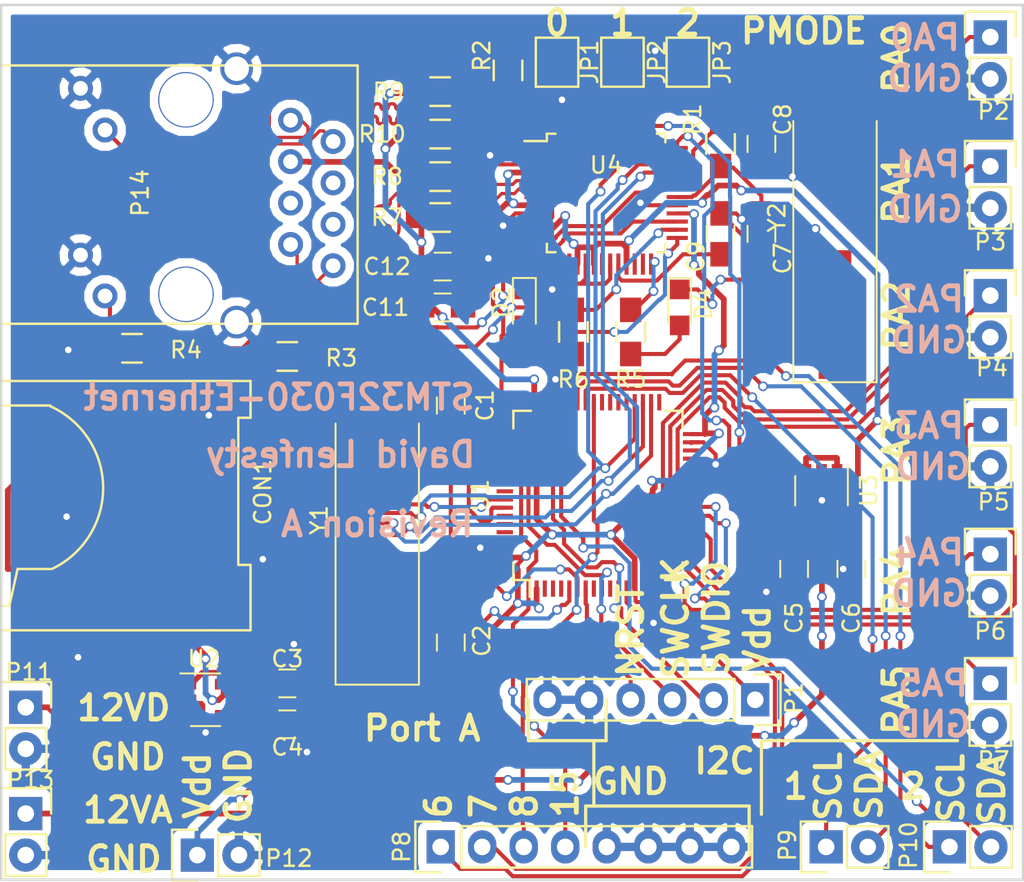
<source format=kicad_pcb>
(kicad_pcb (version 4) (host pcbnew 4.0.5-e0-6337~49~ubuntu16.04.1)
  (layers (0 F.Cu signal hide) (31 B.Cu signal hide) (34 B.Paste user hide) (35 F.Paste user hide) (36 B.SilkS user) (37 F.SilkS user) (38 B.Mask user hide) (39 F.Mask user hide) (44 Edge.Cuts user))
  (net 0 "")
  (net 1 AGND)
  (net 2 "Net-(C1-Pad1)")
  (net 3 "Net-(C2-Pad1)")
  (net 4 +Vdd)
  (net 5 +AVdd)
  (net 6 "Net-(C7-Pad1)")
  (net 7 "Net-(C8-Pad1)")
  (net 8 "Net-(CON1-Pad1)")
  (net 9 /SPI1_CS1)
  (net 10 /SPI1_MOSI)
  (net 11 /SPI1_CLK)
  (net 12 /SPI1_MISO)
  (net 13 "Net-(CON1-Pad8)")
  (net 14 "Net-(D2-Pad2)")
  (net 15 "Net-(D4-Pad2)")
  (net 16 /PMODE0)
  (net 17 /PMODE1)
  (net 18 /PMODE2)
  (net 19 /SWCLK)
  (net 20 "Net-(P2-Pad1)")
  (net 21 "Net-(P3-Pad1)")
  (net 22 "Net-(P4-Pad1)")
  (net 23 "Net-(P5-Pad1)")
  (net 24 "Net-(P6-Pad1)")
  (net 25 "Net-(P7-Pad1)")
  (net 26 "Net-(P8-Pad1)")
  (net 27 "Net-(P8-Pad2)")
  (net 28 "Net-(P8-Pad3)")
  (net 29 "Net-(P8-Pad4)")
  (net 30 /I2C1_SCL)
  (net 31 /I2C1_SDA)
  (net 32 /I2C2_SCL)
  (net 33 /I2C2_SDA)
  (net 34 "Net-(P14-Pad4)")
  (net 35 "Net-(P14-Pad5)")
  (net 36 "Net-(P14-Pad6)")
  (net 37 "Net-(P14-Pad11)")
  (net 38 "Net-(P14-Pad13)")
  (net 39 "Net-(R2-Pad1)")
  (net 40 "Net-(R3-Pad1)")
  (net 41 "Net-(R4-Pad1)")
  (net 42 "Net-(R5-Pad1)")
  (net 43 "Net-(R6-Pad1)")
  (net 44 /W5500_RST)
  (net 45 /W5500_INT)
  (net 46 "Net-(U1-Pad28)")
  (net 47 "Net-(U1-Pad29)")
  (net 48 "Net-(U1-Pad30)")
  (net 49 "Net-(U1-Pad33)")
  (net 50 "Net-(U1-Pad55)")
  (net 51 "Net-(U1-Pad56)")
  (net 52 /SPI1_CS2)
  (net 53 "Net-(U1-Pad59)")
  (net 54 "Net-(U1-Pad60)")
  (net 55 "Net-(U1-Pad61)")
  (net 56 "Net-(U1-Pad62)")
  (net 57 "Net-(U2-Pad4)")
  (net 58 "Net-(U3-Pad4)")
  (net 59 "Net-(U4-Pad7)")
  (net 60 "Net-(U4-Pad12)")
  (net 61 "Net-(U4-Pad13)")
  (net 62 "Net-(U4-Pad18)")
  (net 63 "Net-(U4-Pad22)")
  (net 64 "Net-(U4-Pad23)")
  (net 65 "Net-(U4-Pad38)")
  (net 66 "Net-(U4-Pad39)")
  (net 67 "Net-(U4-Pad40)")
  (net 68 "Net-(U4-Pad41)")
  (net 69 "Net-(U4-Pad42)")
  (net 70 "Net-(U4-Pad46)")
  (net 71 "Net-(U4-Pad47)")
  (net 72 /TX+)
  (net 73 /TX-)
  (net 74 /RX+)
  (net 75 /RX-)
  (net 76 /SWDIO)
  (net 77 /STM32-OO)
  (net 78 /STM32-OI)
  (net 79 /NRST)
  (net 80 "Net-(C9-Pad1)")
  (net 81 /+12V-Digital)
  (net 82 /+12V-Analog)
  (module Housings_QFP:LQFP-48_7x7mm_Pitch0.5mm (layer F.Cu) (at 67 31.5)
    (fp_text reference U4 (at 0 -1.7) (layer F.SilkS))
    (fp_text value W5500)
    (pad 1 smd rect (at -4.35 -2.75) (size 1.3 0.25) (layers F.Cu F.Paste F.Mask) (net 73 /TX-))
    (pad 2 smd rect (at -4.35 -2.25) (size 1.3 0.25) (layers F.Cu F.Paste F.Mask) (net 72 /TX+))
    (pad 3 smd rect (at -4.35 -1.75) (size 1.3 0.25) (layers F.Cu F.Paste F.Mask) (net 1 AGND))
    (pad 4 smd rect (at -4.35 -1.25) (size 1.3 0.25) (layers F.Cu F.Paste F.Mask) (net 5 +AVdd))
    (pad 5 smd rect (at -4.35 -0.75) (size 1.3 0.25) (layers F.Cu F.Paste F.Mask) (net 75 /RX-))
    (pad 6 smd rect (at -4.35 -0.25) (size 1.3 0.25) (layers F.Cu F.Paste F.Mask) (net 74 /RX+))
    (pad 7 smd rect (at -4.35 0.25) (size 1.3 0.25) (layers F.Cu F.Paste F.Mask) (net 59 "Net-(U4-Pad7)"))
    (pad 8 smd rect (at -4.35 0.75) (size 1.3 0.25) (layers F.Cu F.Paste F.Mask) (net 5 +AVdd))
    (pad 9 smd rect (at -4.35 1.25) (size 1.3 0.25) (layers F.Cu F.Paste F.Mask) (net 1 AGND))
    (pad 10 smd rect (at -4.35 1.75) (size 1.3 0.25) (layers F.Cu F.Paste F.Mask) (net 39 "Net-(R2-Pad1)"))
    (pad 11 smd rect (at -4.35 2.25) (size 1.3 0.25) (layers F.Cu F.Paste F.Mask) (net 5 +AVdd))
    (pad 12 smd rect (at -4.35 2.75) (size 1.3 0.25) (layers F.Cu F.Paste F.Mask) (net 60 "Net-(U4-Pad12)"))
    (pad 13 smd rect (at -2.75 4.35 90) (size 1.3 0.25) (layers F.Cu F.Paste F.Mask) (net 61 "Net-(U4-Pad13)"))
    (pad 14 smd rect (at -2.25 4.35 90) (size 1.3 0.25) (layers F.Cu F.Paste F.Mask) (net 1 AGND))
    (pad 15 smd rect (at -1.75 4.35 90) (size 1.3 0.25) (layers F.Cu F.Paste F.Mask) (net 5 +AVdd))
    (pad 16 smd rect (at -1.25 4.35 90) (size 1.3 0.25) (layers F.Cu F.Paste F.Mask) (net 1 AGND))
    (pad 17 smd rect (at -0.75 4.35 90) (size 1.3 0.25) (layers F.Cu F.Paste F.Mask) (net 5 +AVdd))
    (pad 18 smd rect (at -0.25 4.35 90) (size 1.3 0.25) (layers F.Cu F.Paste F.Mask) (net 62 "Net-(U4-Pad18)"))
    (pad 19 smd rect (at 0.25 4.35 90) (size 1.3 0.25) (layers F.Cu F.Paste F.Mask) (net 1 AGND))
    (pad 20 smd rect (at 0.75 4.35 90) (size 1.3 0.25) (layers F.Cu F.Paste F.Mask) (net 80 "Net-(C9-Pad1)"))
    (pad 21 smd rect (at 1.25 4.35 90) (size 1.3 0.25) (layers F.Cu F.Paste F.Mask) (net 5 +AVdd))
    (pad 22 smd rect (at 1.75 4.35 90) (size 1.3 0.25) (layers F.Cu F.Paste F.Mask) (net 63 "Net-(U4-Pad22)"))
    (pad 23 smd rect (at 2.25 4.35 90) (size 1.3 0.25) (layers F.Cu F.Paste F.Mask) (net 64 "Net-(U4-Pad23)"))
    (pad 24 smd rect (at 2.75 4.35 90) (size 1.3 0.25) (layers F.Cu F.Paste F.Mask) (net 42 "Net-(R5-Pad1)"))
    (pad 25 smd rect (at 4.35 2.75) (size 1.3 0.25) (layers F.Cu F.Paste F.Mask) (net 40 "Net-(R3-Pad1)"))
    (pad 26 smd rect (at 4.35 2.25) (size 1.3 0.25) (layers F.Cu F.Paste F.Mask) (net 43 "Net-(R6-Pad1)"))
    (pad 27 smd rect (at 4.35 1.75) (size 1.3 0.25) (layers F.Cu F.Paste F.Mask) (net 41 "Net-(R4-Pad1)"))
    (pad 28 smd rect (at 4.35 1.25) (size 1.3 0.25) (layers F.Cu F.Paste F.Mask) (net 4 +Vdd))
    (pad 29 smd rect (at 4.35 0.75) (size 1.3 0.25) (layers F.Cu F.Paste F.Mask) (net 1 AGND))
    (pad 30 smd rect (at 4.35 0.25) (size 1.3 0.25) (layers F.Cu F.Paste F.Mask) (net 6 "Net-(C7-Pad1)"))
    (pad 31 smd rect (at 4.35 -0.25) (size 1.3 0.25) (layers F.Cu F.Paste F.Mask) (net 7 "Net-(C8-Pad1)"))
    (pad 32 smd rect (at 4.35 -0.75) (size 1.3 0.25) (layers F.Cu F.Paste F.Mask) (net 52 /SPI1_CS2))
    (pad 33 smd rect (at 4.35 -1.25) (size 1.3 0.25) (layers F.Cu F.Paste F.Mask) (net 11 /SPI1_CLK))
    (pad 34 smd rect (at 4.35 -1.75) (size 1.3 0.25) (layers F.Cu F.Paste F.Mask) (net 12 /SPI1_MISO))
    (pad 35 smd rect (at 4.35 -2.25) (size 1.3 0.25) (layers F.Cu F.Paste F.Mask) (net 10 /SPI1_MOSI))
    (pad 36 smd rect (at 4.35 -2.75) (size 1.3 0.25) (layers F.Cu F.Paste F.Mask) (net 45 /W5500_INT))
    (pad 37 smd rect (at 2.75 -4.35 90) (size 1.3 0.25) (layers F.Cu F.Paste F.Mask) (net 44 /W5500_RST))
    (pad 38 smd rect (at 2.25 -4.35 90) (size 1.3 0.25) (layers F.Cu F.Paste F.Mask) (net 65 "Net-(U4-Pad38)"))
    (pad 39 smd rect (at 1.75 -4.35 90) (size 1.3 0.25) (layers F.Cu F.Paste F.Mask) (net 66 "Net-(U4-Pad39)"))
    (pad 40 smd rect (at 1.25 -4.35 90) (size 1.3 0.25) (layers F.Cu F.Paste F.Mask) (net 67 "Net-(U4-Pad40)"))
    (pad 41 smd rect (at 0.75 -4.35 90) (size 1.3 0.25) (layers F.Cu F.Paste F.Mask) (net 68 "Net-(U4-Pad41)"))
    (pad 42 smd rect (at 0.25 -4.35 90) (size 1.3 0.25) (layers F.Cu F.Paste F.Mask) (net 69 "Net-(U4-Pad42)"))
    (pad 43 smd rect (at -0.25 -4.35 90) (size 1.3 0.25) (layers F.Cu F.Paste F.Mask) (net 18 /PMODE2))
    (pad 44 smd rect (at -0.75 -4.35 90) (size 1.3 0.25) (layers F.Cu F.Paste F.Mask) (net 17 /PMODE1))
    (pad 45 smd rect (at -1.25 -4.35 90) (size 1.3 0.25) (layers F.Cu F.Paste F.Mask) (net 16 /PMODE0))
    (pad 46 smd rect (at -1.75 -4.35 90) (size 1.3 0.25) (layers F.Cu F.Paste F.Mask) (net 70 "Net-(U4-Pad46)"))
    (pad 47 smd rect (at -2.25 -4.35 90) (size 1.3 0.25) (layers F.Cu F.Paste F.Mask) (net 71 "Net-(U4-Pad47)"))
    (pad 48 smd rect (at -2.75 -4.35 90) (size 1.3 0.25) (layers F.Cu F.Paste F.Mask) (net 1 AGND))
  )
  (module Capacitors_SMD:C_0805_HandSoldering (layer F.Cu) (at 57.5 44.5 270)
    (fp_text reference C1 (at 0 -2.1 270) (layer F.SilkS))
    (fp_text value C_Small)
    (pad 1 smd rect (at -1.25 0 270) (size 1.5 1.25) (layers F.Cu F.Paste F.Mask) (net 2 "Net-(C1-Pad1)"))
    (pad 2 smd rect (at 1.25 0 270) (size 1.5 1.25) (layers F.Cu F.Paste F.Mask) (net 77 /STM32-OO))
  )
  (module Capacitors_SMD:C_0805_HandSoldering (layer F.Cu) (at 57.5 59 90)
    (fp_text reference C2 (at 0.1 1.9 90) (layer F.SilkS))
    (fp_text value C_Small)
    (pad 1 smd rect (at -1.25 0 90) (size 1.5 1.25) (layers F.Cu F.Paste F.Mask) (net 3 "Net-(C2-Pad1)"))
    (pad 2 smd rect (at 1.25 0 90) (size 1.5 1.25) (layers F.Cu F.Paste F.Mask) (net 78 /STM32-OI))
  )
  (module Capacitors_SMD:C_0805_HandSoldering (layer F.Cu) (at 47.5 61.5)
    (fp_text reference C3 (at 0 -1.5) (layer F.SilkS))
    (fp_text value 1uF)
    (pad 1 smd rect (at -1.25 0) (size 1.5 1.25) (layers F.Cu F.Paste F.Mask) (net 81 /+12V-Digital))
    (pad 2 smd rect (at 1.25 0) (size 1.5 1.25) (layers F.Cu F.Paste F.Mask) (net 1 AGND))
  )
  (module Capacitors_SMD:C_0805_HandSoldering (layer F.Cu) (at 47.5 64)
    (fp_text reference C4 (at 0 1.4) (layer F.SilkS))
    (fp_text value 1uF)
    (pad 1 smd rect (at -1.25 0) (size 1.5 1.25) (layers F.Cu F.Paste F.Mask) (net 4 +Vdd))
    (pad 2 smd rect (at 1.25 0) (size 1.5 1.25) (layers F.Cu F.Paste F.Mask) (net 1 AGND))
  )
  (module Capacitors_SMD:C_0805_HandSoldering (layer F.Cu) (at 78.5 54.5 270)
    (fp_text reference C5 (at 3 0 270) (layer F.SilkS))
    (fp_text value 1uF)
    (pad 1 smd rect (at -1.25 0 270) (size 1.5 1.25) (layers F.Cu F.Paste F.Mask) (net 82 /+12V-Analog))
    (pad 2 smd rect (at 1.25 0 270) (size 1.5 1.25) (layers F.Cu F.Paste F.Mask) (net 1 AGND))
  )
  (module Capacitors_SMD:C_0805_HandSoldering (layer F.Cu) (at 82 54.5 270)
    (fp_text reference C6 (at 3 0 270) (layer F.SilkS))
    (fp_text value 1uF)
    (pad 1 smd rect (at -1.25 0 270) (size 1.5 1.25) (layers F.Cu F.Paste F.Mask) (net 5 +AVdd))
    (pad 2 smd rect (at 1.25 0 270) (size 1.5 1.25) (layers F.Cu F.Paste F.Mask) (net 1 AGND))
  )
  (module Capacitors_SMD:C_0805_HandSoldering (layer F.Cu) (at 76.5 34 270)
    (fp_text reference C7 (at 1.5 -1.3 270) (layer F.SilkS))
    (fp_text value 18uF)
    (pad 1 smd rect (at -1.25 0 270) (size 1.5 1.25) (layers F.Cu F.Paste F.Mask) (net 6 "Net-(C7-Pad1)"))
    (pad 2 smd rect (at 1.25 0 270) (size 1.5 1.25) (layers F.Cu F.Paste F.Mask) (net 1 AGND))
  )
  (module Capacitors_SMD:C_0805_HandSoldering (layer F.Cu) (at 76.5 28.5 270)
    (fp_text reference C8 (at -1.5 -1.3 270) (layer F.SilkS))
    (fp_text value 18uF)
    (pad 1 smd rect (at -1.25 0 270) (size 1.5 1.25) (layers F.Cu F.Paste F.Mask) (net 7 "Net-(C8-Pad1)"))
    (pad 2 smd rect (at 1.25 0 270) (size 1.5 1.25) (layers F.Cu F.Paste F.Mask) (net 1 AGND))
  )
  (module Capacitors_SMD:C_0805_HandSoldering (layer F.Cu) (at 57 38.5)
    (fp_text reference C11 (at -3.5 0) (layer F.SilkS))
    (fp_text value 1uF)
    (pad 1 smd rect (at -1.25 0) (size 1.5 1.25) (layers F.Cu F.Paste F.Mask) (net 4 +Vdd))
    (pad 2 smd rect (at 1.25 0) (size 1.5 1.25) (layers F.Cu F.Paste F.Mask) (net 1 AGND))
  )
  (module Capacitors_SMD:C_0805_HandSoldering (layer F.Cu) (at 57 36)
    (fp_text reference C12 (at -3.4 0) (layer F.SilkS))
    (fp_text value 0.1uF)
    (pad 1 smd rect (at -1.25 0) (size 1.5 1.25) (layers F.Cu F.Paste F.Mask) (net 4 +Vdd))
    (pad 2 smd rect (at 1.25 0) (size 1.5 1.25) (layers F.Cu F.Paste F.Mask) (net 1 AGND))
  )
  (module microSD:microSD-5031821852 (layer F.Cu) (at 39 50 90)
    (fp_text reference CON1 (at 0.2 7 90) (layer F.SilkS))
    (fp_text value Micro_SD_Card)
    (pad 1 smd rect (at 4.249994 -7 90) (size 0.8 1.24) (layers F.Cu F.Paste F.Mask) (net 8 "Net-(CON1-Pad1)"))
    (pad 2 smd rect (at 3.142852 -7 90) (size 0.8 1.24) (layers F.Cu F.Paste F.Mask) (net 9 /SPI1_CS1))
    (pad 3 smd rect (at 2.03571 -7 90) (size 0.8 1.24) (layers F.Cu F.Paste F.Mask) (net 10 /SPI1_MOSI))
    (pad 4 smd rect (at 0.928568 -7 90) (size 0.8 1.24) (layers F.Cu F.Paste F.Mask) (net 4 +Vdd))
    (pad 5 smd rect (at -0.178574 -7 90) (size 0.8 1.24) (layers F.Cu F.Paste F.Mask) (net 11 /SPI1_CLK))
    (pad 6 smd rect (at -1.285716 -7 90) (size 0.8 1.24) (layers F.Cu F.Paste F.Mask) (net 1 AGND))
    (pad 7 smd rect (at -2.392858 -7 90) (size 0.8 1.24) (layers F.Cu F.Paste F.Mask) (net 12 /SPI1_MISO))
    (pad 8 smd rect (at -3.5 -7 90) (size 0.8 1.24) (layers F.Cu F.Paste F.Mask) (net 13 "Net-(CON1-Pad8)"))
    (pad 9 smd rect (at 7 -7 90) (size 0.8 1.24) (layers F.Cu F.Paste F.Mask) (net 1 AGND))
    (pad 9 smd rect (at 3.9 5.7 90) (size 1.5 1.15) (layers F.Cu F.Paste F.Mask) (net 1 AGND))
    (pad 9 smd rect (at -3.9 5.7 90) (size 1.5 1.15) (layers F.Cu F.Paste F.Mask) (net 1 AGND))
    (pad 9 smd rect (at -8.2 5 90) (size 1.15 2.2) (layers F.Cu F.Paste F.Mask) (net 1 AGND))
    (pad 9 smd rect (at -8.3 -6.4 90) (size 0.95 2.5) (layers F.Cu F.Paste F.Mask) (net 1 AGND))
  )
  (module LEDs:LED_0805 (layer F.Cu) (at 62 38.5 270)
    (fp_text reference D2 (at -0.3 1.4 270) (layer F.SilkS))
    (fp_text value LED)
    (pad 2 smd rect (at 1.1 0 90) (size 1.2 1.2) (layers F.Cu F.Paste F.Mask) (net 14 "Net-(D2-Pad2)"))
    (pad 1 smd rect (at -1.1 0 90) (size 1.2 1.2) (layers F.Cu F.Paste F.Mask) (net 1 AGND))
  )
  (module LEDs:LED_0805 (layer F.Cu) (at 71.5 38.5 270)
    (fp_text reference D4 (at -0.2 -1.45 270) (layer F.SilkS))
    (fp_text value LED)
    (pad 2 smd rect (at 1.1 0 90) (size 1.2 1.2) (layers F.Cu F.Paste F.Mask) (net 15 "Net-(D4-Pad2)"))
    (pad 1 smd rect (at -1.1 0 90) (size 1.2 1.2) (layers F.Cu F.Paste F.Mask) (net 1 AGND))
  )
  (module Custom_Footprints:Jumper_SMD (layer F.Cu) (at 64 23.5)
    (fp_text reference JP1 (at 2 0 90) (layer F.SilkS))
    (fp_text value Jumper_NO_Small)
    (pad 1 smd rect (at 0 -0.7) (size 2 1) (layers F.Cu F.Paste F.Mask) (net 1 AGND))
    (pad 2 smd rect (at 0 0.7) (size 2 1) (layers F.Cu F.Paste F.Mask) (net 16 /PMODE0))
  )
  (module Custom_Footprints:Jumper_SMD (layer F.Cu) (at 68 23.5)
    (fp_text reference JP2 (at 2.1 0 90) (layer F.SilkS))
    (fp_text value Jumper_NO_Small)
    (pad 1 smd rect (at 0 -0.7) (size 2 1) (layers F.Cu F.Paste F.Mask) (net 1 AGND))
    (pad 2 smd rect (at 0 0.7) (size 2 1) (layers F.Cu F.Paste F.Mask) (net 17 /PMODE1))
  )
  (module Custom_Footprints:Jumper_SMD (layer F.Cu) (at 72 23.5)
    (fp_text reference JP3 (at 2.1 0 90) (layer F.SilkS))
    (fp_text value Jumper_NO_Small)
    (pad 1 smd rect (at 0 -0.7) (size 2 1) (layers F.Cu F.Paste F.Mask) (net 1 AGND))
    (pad 2 smd rect (at 0 0.7) (size 2 1) (layers F.Cu F.Paste F.Mask) (net 18 /PMODE2))
  )
  (module Socket_Strips:Socket_Strip_Straight_1x06 (layer F.Cu) (at 76.12 62.5 180)
    (fp_text reference P1 (at -2.38 0.1 270) (layer F.SilkS))
    (fp_text value CONN_01X06)
    (pad 1 thru_hole rect (at 0 0 180) (size 1.7272 2.032) (drill 1.016) (layers *.Cu *.Mask) (net 4 +Vdd))
    (pad 2 thru_hole oval (at 2.54 0 180) (size 1.7272 2.032) (drill 1.016) (layers *.Cu *.Mask) (net 76 /SWDIO))
    (pad 3 thru_hole oval (at 5.08 0 180) (size 1.7272 2.032) (drill 1.016) (layers *.Cu *.Mask) (net 19 /SWCLK))
    (pad 4 thru_hole oval (at 7.62 0 180) (size 1.7272 2.032) (drill 1.016) (layers *.Cu *.Mask) (net 79 /NRST))
    (pad 5 thru_hole oval (at 10.16 0 180) (size 1.7272 2.032) (drill 1.016) (layers *.Cu *.Mask) (net 1 AGND))
    (pad 6 thru_hole oval (at 12.7 0 180) (size 1.7272 2.032) (drill 1.016) (layers *.Cu *.Mask) (net 1 AGND))
  )
  (module Socket_Strips:Socket_Strip_Straight_1x02 (layer F.Cu) (at 90.5 21.96 270)
    (fp_text reference P2 (at 4.54 -0.2 360) (layer F.SilkS))
    (fp_text value CONN_01X02)
    (pad 1 thru_hole rect (at 0 0 270) (size 2.032 2.032) (drill 1.016) (layers *.Cu *.Mask) (net 20 "Net-(P2-Pad1)"))
    (pad 2 thru_hole oval (at 2.54 0 270) (size 2.032 2.032) (drill 1.016) (layers *.Cu *.Mask) (net 1 AGND))
  )
  (module Socket_Strips:Socket_Strip_Straight_1x02 (layer F.Cu) (at 90.5 29.868 270)
    (fp_text reference P3 (at 4.632 0 360) (layer F.SilkS))
    (fp_text value CONN_01X02)
    (pad 1 thru_hole rect (at 0 0 270) (size 2.032 2.032) (drill 1.016) (layers *.Cu *.Mask) (net 21 "Net-(P3-Pad1)"))
    (pad 2 thru_hole oval (at 2.54 0 270) (size 2.032 2.032) (drill 1.016) (layers *.Cu *.Mask) (net 1 AGND))
  )
  (module Socket_Strips:Socket_Strip_Straight_1x02 (layer F.Cu) (at 90.5 37.776 270)
    (fp_text reference P4 (at 4.424 -0.1 360) (layer F.SilkS))
    (fp_text value CONN_01X02)
    (pad 1 thru_hole rect (at 0 0 270) (size 2.032 2.032) (drill 1.016) (layers *.Cu *.Mask) (net 22 "Net-(P4-Pad1)"))
    (pad 2 thru_hole oval (at 2.54 0 270) (size 2.032 2.032) (drill 1.016) (layers *.Cu *.Mask) (net 1 AGND))
  )
  (module Socket_Strips:Socket_Strip_Straight_1x02 (layer F.Cu) (at 90.5 45.684 270)
    (fp_text reference P5 (at 4.716 -0.2 360) (layer F.SilkS))
    (fp_text value CONN_01X02)
    (pad 1 thru_hole rect (at 0 0 270) (size 2.032 2.032) (drill 1.016) (layers *.Cu *.Mask) (net 23 "Net-(P5-Pad1)"))
    (pad 2 thru_hole oval (at 2.54 0 270) (size 2.032 2.032) (drill 1.016) (layers *.Cu *.Mask) (net 1 AGND))
  )
  (module Socket_Strips:Socket_Strip_Straight_1x02 (layer F.Cu) (at 90.5 53.592 270)
    (fp_text reference P6 (at 4.708 0 360) (layer F.SilkS))
    (fp_text value CONN_01X02)
    (pad 1 thru_hole rect (at 0 0 270) (size 2.032 2.032) (drill 1.016) (layers *.Cu *.Mask) (net 24 "Net-(P6-Pad1)"))
    (pad 2 thru_hole oval (at 2.54 0 270) (size 2.032 2.032) (drill 1.016) (layers *.Cu *.Mask) (net 1 AGND))
  )
  (module Socket_Strips:Socket_Strip_Straight_1x02 (layer F.Cu) (at 90.5 61.5 270)
    (fp_text reference P7 (at 4.7 -0.2 360) (layer F.SilkS))
    (fp_text value CONN_01X02)
    (pad 1 thru_hole rect (at 0 0 270) (size 2.032 2.032) (drill 1.016) (layers *.Cu *.Mask) (net 25 "Net-(P7-Pad1)"))
    (pad 2 thru_hole oval (at 2.54 0 270) (size 2.032 2.032) (drill 1.016) (layers *.Cu *.Mask) (net 1 AGND))
  )
  (module Socket_Strips:Socket_Strip_Straight_1x08 (layer F.Cu) (at 56.88 71.5)
    (fp_text reference P8 (at -2.38 0 90) (layer F.SilkS))
    (fp_text value CONN_01X08)
    (pad 1 thru_hole rect (at 0 0) (size 1.7272 2.032) (drill 1.016) (layers *.Cu *.Mask) (net 26 "Net-(P8-Pad1)"))
    (pad 2 thru_hole oval (at 2.54 0) (size 1.7272 2.032) (drill 1.016) (layers *.Cu *.Mask) (net 27 "Net-(P8-Pad2)"))
    (pad 3 thru_hole oval (at 5.08 0) (size 1.7272 2.032) (drill 1.016) (layers *.Cu *.Mask) (net 28 "Net-(P8-Pad3)"))
    (pad 4 thru_hole oval (at 7.62 0) (size 1.7272 2.032) (drill 1.016) (layers *.Cu *.Mask) (net 29 "Net-(P8-Pad4)"))
    (pad 5 thru_hole oval (at 10.16 0) (size 1.7272 2.032) (drill 1.016) (layers *.Cu *.Mask) (net 1 AGND))
    (pad 6 thru_hole oval (at 12.7 0) (size 1.7272 2.032) (drill 1.016) (layers *.Cu *.Mask) (net 1 AGND))
    (pad 7 thru_hole oval (at 15.24 0) (size 1.7272 2.032) (drill 1.016) (layers *.Cu *.Mask) (net 1 AGND))
    (pad 8 thru_hole oval (at 17.78 0) (size 1.7272 2.032) (drill 1.016) (layers *.Cu *.Mask) (net 1 AGND))
  )
  (module Socket_Strips:Socket_Strip_Straight_1x02 (layer F.Cu) (at 80.46 71.5)
    (fp_text reference P9 (at -2.36 -0.1 90) (layer F.SilkS))
    (fp_text value CONN_01X02)
    (pad 1 thru_hole rect (at 0 0) (size 2.032 2.032) (drill 1.016) (layers *.Cu *.Mask) (net 30 /I2C1_SCL))
    (pad 2 thru_hole oval (at 2.54 0) (size 2.032 2.032) (drill 1.016) (layers *.Cu *.Mask) (net 31 /I2C1_SDA))
  )
  (module Socket_Strips:Socket_Strip_Straight_1x02 (layer F.Cu) (at 88 71.5)
    (fp_text reference P10 (at -2.5 -0.1 90) (layer F.SilkS))
    (fp_text value CONN_01X02)
    (pad 1 thru_hole rect (at 0 0) (size 2.032 2.032) (drill 1.016) (layers *.Cu *.Mask) (net 32 /I2C2_SCL))
    (pad 2 thru_hole oval (at 2.54 0) (size 2.032 2.032) (drill 1.016) (layers *.Cu *.Mask) (net 33 /I2C2_SDA))
  )
  (module Socket_Strips:Socket_Strip_Straight_1x02 (layer F.Cu) (at 31.5 62.96 270)
    (fp_text reference P11 (at -2.16 -0.2 360) (layer F.SilkS))
    (fp_text value CONN_01X02)
    (pad 1 thru_hole rect (at 0 0 270) (size 2.032 2.032) (drill 1.016) (layers *.Cu *.Mask) (net 81 /+12V-Digital))
    (pad 2 thru_hole oval (at 2.54 0 270) (size 2.032 2.032) (drill 1.016) (layers *.Cu *.Mask) (net 1 AGND))
  )
  (module Socket_Strips:Socket_Strip_Straight_1x02 (layer F.Cu) (at 42 72)
    (fp_text reference P12 (at 5.6 0.2) (layer F.SilkS))
    (fp_text value CONN_01X02)
    (pad 1 thru_hole rect (at 0 0) (size 2.032 2.032) (drill 1.016) (layers *.Cu *.Mask) (net 4 +Vdd))
    (pad 2 thru_hole oval (at 2.54 0) (size 2.032 2.032) (drill 1.016) (layers *.Cu *.Mask) (net 1 AGND))
  )
  (module Socket_Strips:Socket_Strip_Straight_1x02 (layer F.Cu) (at 31.5 69.46 270)
    (fp_text reference P13 (at -2.06 -0.3 360) (layer F.SilkS))
    (fp_text value CONN_01X02)
    (pad 1 thru_hole rect (at 0 0 270) (size 2.032 2.032) (drill 1.016) (layers *.Cu *.Mask) (net 82 /+12V-Analog))
    (pad 2 thru_hole oval (at 2.54 0 270) (size 2.032 2.032) (drill 1.016) (layers *.Cu *.Mask) (net 1 AGND))
  )
  (module Custom_Footprints:8p8c-RB1-125BAG1A (layer F.Cu) (at 45 31.5 270)
    (fp_text reference P14 (at 0 6.5 270) (layer F.SilkS))
    (fp_text value CNT-RJ45)
    (pad 1 thru_hole circle (at -4.45 -2.7 270) (size 1.524 1.524) (drill 0.9) (layers *.Cu *.Mask) (net 72 /TX+))
    (pad 2 thru_hole circle (at -3.15 -5.3 270) (size 1.524 1.524) (drill 0.9) (layers *.Cu *.Mask) (net 73 /TX-))
    (pad 3 thru_hole circle (at -1.916667 -2.7 270) (size 1.524 1.524) (drill 0.9) (layers *.Cu *.Mask) (net 4 +Vdd))
    (pad 4 thru_hole circle (at -0.616667 -5.3 270) (size 1.524 1.524) (drill 0.9) (layers *.Cu *.Mask) (net 34 "Net-(P14-Pad4)"))
    (pad 5 thru_hole circle (at 0.616666 -2.7 270) (size 1.524 1.524) (drill 0.9) (layers *.Cu *.Mask) (net 35 "Net-(P14-Pad5)"))
    (pad 6 thru_hole circle (at 1.916666 -5.3 270) (size 1.524 1.524) (drill 0.9) (layers *.Cu *.Mask) (net 36 "Net-(P14-Pad6)"))
    (pad 7 thru_hole circle (at 3.149999 -2.7 270) (size 1.524 1.524) (drill 0.9) (layers *.Cu *.Mask) (net 74 /RX+))
    (pad 8 thru_hole circle (at 4.449999 -5.3 270) (size 1.524 1.524) (drill 0.9) (layers *.Cu *.Mask) (net 75 /RX-))
    (pad 9 thru_hole circle (at 7.9 0.6 270) (size 2 2) (drill 1.5) (layers *.Cu *.Mask) (net 1 AGND))
    (pad 10 thru_hole circle (at -7.6 0.6 270) (size 2 2) (drill 1.5) (layers *.Cu *.Mask) (net 1 AGND))
    (pad 11 thru_hole circle (at -3.85 8.65 270) (size 1.524 1.524) (drill 0.9) (layers *.Cu *.Mask) (net 37 "Net-(P14-Pad11)"))
    (pad 12 thru_hole circle (at -6.4 10.15 270) (size 1.524 1.524) (drill 0.9) (layers *.Cu *.Mask) (net 1 AGND))
    (pad 13 thru_hole circle (at 6.3 8.65 270) (size 1.524 1.524) (drill 0.9) (layers *.Cu *.Mask) (net 38 "Net-(P14-Pad13)"))
    (pad 14 thru_hole circle (at 3.8 10.15 270) (size 1.524 1.524) (drill 0.9) (layers *.Cu *.Mask) (net 1 AGND))
    (pad "" np_thru_hole circle (at 6.2 3.7 270) (size 3.4 3.4) (drill 3.25) (layers *.Cu *.Mask))
    (pad "" np_thru_hole circle (at -5.7 3.7 270) (size 3.4 3.4) (drill 3.25) (layers *.Cu *.Mask))
  )
  (module Resistors_SMD:R_0805_HandSoldering (layer F.Cu) (at 74 28.5 90)
    (fp_text reference R1 (at 1.5 -1.7 90) (layer F.SilkS))
    (fp_text value 1M)
    (pad 1 smd rect (at -1.35 0 90) (size 1.5 1.3) (layers F.Cu F.Paste F.Mask) (net 6 "Net-(C7-Pad1)"))
    (pad 2 smd rect (at 1.35 0 90) (size 1.5 1.3) (layers F.Cu F.Paste F.Mask) (net 7 "Net-(C8-Pad1)"))
  )
  (module Resistors_SMD:R_0805_HandSoldering (layer F.Cu) (at 61 24 90)
    (fp_text reference R2 (at 0.9 -1.6 90) (layer F.SilkS))
    (fp_text value 12K4)
    (pad 1 smd rect (at -1.35 0 90) (size 1.5 1.3) (layers F.Cu F.Paste F.Mask) (net 39 "Net-(R2-Pad1)"))
    (pad 2 smd rect (at 1.35 0 90) (size 1.5 1.3) (layers F.Cu F.Paste F.Mask) (net 1 AGND))
  )
  (module Resistors_SMD:R_0805_HandSoldering (layer F.Cu) (at 47.5 41.5 180)
    (fp_text reference R3 (at -3.3 -0.1 180) (layer F.SilkS))
    (fp_text value 390K)
    (pad 1 smd rect (at -1.35 0 180) (size 1.5 1.3) (layers F.Cu F.Paste F.Mask) (net 40 "Net-(R3-Pad1)"))
    (pad 2 smd rect (at 1.35 0 180) (size 1.5 1.3) (layers F.Cu F.Paste F.Mask) (net 37 "Net-(P14-Pad11)"))
  )
  (module Resistors_SMD:R_0805_HandSoldering (layer F.Cu) (at 38 41 180)
    (fp_text reference R4 (at -3.3 -0.1 180) (layer F.SilkS))
    (fp_text value 390K)
    (pad 1 smd rect (at -1.35 0 180) (size 1.5 1.3) (layers F.Cu F.Paste F.Mask) (net 41 "Net-(R4-Pad1)"))
    (pad 2 smd rect (at 1.35 0 180) (size 1.5 1.3) (layers F.Cu F.Paste F.Mask) (net 38 "Net-(P14-Pad13)"))
  )
  (module Resistors_SMD:R_0805_HandSoldering (layer F.Cu) (at 68.5 40 270)
    (fp_text reference R5 (at 2.9 0 360) (layer F.SilkS))
    (fp_text value 499)
    (pad 1 smd rect (at -1.35 0 270) (size 1.5 1.3) (layers F.Cu F.Paste F.Mask) (net 42 "Net-(R5-Pad1)"))
    (pad 2 smd rect (at 1.35 0 270) (size 1.5 1.3) (layers F.Cu F.Paste F.Mask) (net 15 "Net-(D4-Pad2)"))
  )
  (module Resistors_SMD:R_0805_HandSoldering (layer F.Cu) (at 65 40 270)
    (fp_text reference R6 (at 2.9 0 360) (layer F.SilkS))
    (fp_text value 499)
    (pad 1 smd rect (at -1.35 0 270) (size 1.5 1.3) (layers F.Cu F.Paste F.Mask) (net 43 "Net-(R6-Pad1)"))
    (pad 2 smd rect (at 1.35 0 270) (size 1.5 1.3) (layers F.Cu F.Paste F.Mask) (net 14 "Net-(D2-Pad2)"))
  )
  (module Resistors_SMD:R_0805_HandSoldering (layer F.Cu) (at 56.85 33)
    (fp_text reference R7 (at -3.25 0) (layer F.SilkS))
    (fp_text value 49R9)
    (pad 1 smd rect (at -1.35 0) (size 1.5 1.3) (layers F.Cu F.Paste F.Mask) (net 4 +Vdd))
    (pad 2 smd rect (at 1.35 0) (size 1.5 1.3) (layers F.Cu F.Paste F.Mask) (net 74 /RX+))
  )
  (module Resistors_SMD:R_0805_HandSoldering (layer F.Cu) (at 56.85 30.5)
    (fp_text reference R8 (at -3.25 0) (layer F.SilkS))
    (fp_text value 49R9)
    (pad 1 smd rect (at -1.35 0) (size 1.5 1.3) (layers F.Cu F.Paste F.Mask) (net 4 +Vdd))
    (pad 2 smd rect (at 1.35 0) (size 1.5 1.3) (layers F.Cu F.Paste F.Mask) (net 75 /RX-))
  )
  (module Resistors_SMD:R_0805_HandSoldering (layer F.Cu) (at 56.85 25.3)
    (fp_text reference R9 (at -3.15 0) (layer F.SilkS))
    (fp_text value 49R9)
    (pad 1 smd rect (at -1.35 0) (size 1.5 1.3) (layers F.Cu F.Paste F.Mask) (net 4 +Vdd))
    (pad 2 smd rect (at 1.35 0) (size 1.5 1.3) (layers F.Cu F.Paste F.Mask) (net 73 /TX-))
  )
  (module Resistors_SMD:R_0805_HandSoldering (layer F.Cu) (at 56.85 27.9)
    (fp_text reference R10 (at -3.55 0) (layer F.SilkS))
    (fp_text value 49R9)
    (pad 1 smd rect (at -1.35 0) (size 1.5 1.3) (layers F.Cu F.Paste F.Mask) (net 4 +Vdd))
    (pad 2 smd rect (at 1.35 0) (size 1.5 1.3) (layers F.Cu F.Paste F.Mask) (net 72 /TX+))
  )
  (module Housings_QFP:LQFP-64_10x10mm_Pitch0.5mm (layer F.Cu) (at 66.5 50 90)
    (fp_text reference U1 (at 0 -7.2 90) (layer F.SilkS))
    (fp_text value STM32F030R8T6)
    (pad 1 smd rect (at -5.7 -3.75 90) (size 1 0.25) (layers F.Cu F.Paste F.Mask) (net 4 +Vdd))
    (pad 2 smd rect (at -5.7 -3.25 90) (size 1 0.25) (layers F.Cu F.Paste F.Mask))
    (pad 3 smd rect (at -5.7 -2.75 90) (size 1 0.25) (layers F.Cu F.Paste F.Mask))
    (pad 4 smd rect (at -5.7 -2.25 90) (size 1 0.25) (layers F.Cu F.Paste F.Mask))
    (pad 5 smd rect (at -5.7 -1.75 90) (size 1 0.25) (layers F.Cu F.Paste F.Mask) (net 78 /STM32-OI))
    (pad 6 smd rect (at -5.7 -1.25 90) (size 1 0.25) (layers F.Cu F.Paste F.Mask) (net 77 /STM32-OO))
    (pad 7 smd rect (at -5.7 -0.75 90) (size 1 0.25) (layers F.Cu F.Paste F.Mask) (net 79 /NRST))
    (pad 8 smd rect (at -5.7 -0.25 90) (size 1 0.25) (layers F.Cu F.Paste F.Mask))
    (pad 9 smd rect (at -5.7 0.25 90) (size 1 0.25) (layers F.Cu F.Paste F.Mask))
    (pad 10 smd rect (at -5.7 0.75 90) (size 1 0.25) (layers F.Cu F.Paste F.Mask))
    (pad 11 smd rect (at -5.7 1.25 90) (size 1 0.25) (layers F.Cu F.Paste F.Mask))
    (pad 12 smd rect (at -5.7 1.75 90) (size 1 0.25) (layers F.Cu F.Paste F.Mask) (net 1 AGND))
    (pad 13 smd rect (at -5.7 2.25 90) (size 1 0.25) (layers F.Cu F.Paste F.Mask) (net 4 +Vdd))
    (pad 14 smd rect (at -5.7 2.75 90) (size 1 0.25) (layers F.Cu F.Paste F.Mask) (net 20 "Net-(P2-Pad1)"))
    (pad 15 smd rect (at -5.7 3.25 90) (size 1 0.25) (layers F.Cu F.Paste F.Mask) (net 21 "Net-(P3-Pad1)"))
    (pad 16 smd rect (at -5.7 3.75 90) (size 1 0.25) (layers F.Cu F.Paste F.Mask) (net 22 "Net-(P4-Pad1)"))
    (pad 17 smd rect (at -3.75 5.7 180) (size 1 0.25) (layers F.Cu F.Paste F.Mask) (net 23 "Net-(P5-Pad1)"))
    (pad 18 smd rect (at -3.25 5.7 180) (size 1 0.25) (layers F.Cu F.Paste F.Mask))
    (pad 19 smd rect (at -2.75 5.7 180) (size 1 0.25) (layers F.Cu F.Paste F.Mask))
    (pad 20 smd rect (at -2.25 5.7 180) (size 1 0.25) (layers F.Cu F.Paste F.Mask) (net 24 "Net-(P6-Pad1)"))
    (pad 21 smd rect (at -1.75 5.7 180) (size 1 0.25) (layers F.Cu F.Paste F.Mask) (net 25 "Net-(P7-Pad1)"))
    (pad 22 smd rect (at -1.25 5.7 180) (size 1 0.25) (layers F.Cu F.Paste F.Mask) (net 26 "Net-(P8-Pad1)"))
    (pad 23 smd rect (at -0.75 5.7 180) (size 1 0.25) (layers F.Cu F.Paste F.Mask) (net 27 "Net-(P8-Pad2)"))
    (pad 24 smd rect (at -0.25 5.7 180) (size 1 0.25) (layers F.Cu F.Paste F.Mask))
    (pad 25 smd rect (at 0.25 5.7 180) (size 1 0.25) (layers F.Cu F.Paste F.Mask))
    (pad 26 smd rect (at 0.75 5.7 180) (size 1 0.25) (layers F.Cu F.Paste F.Mask) (net 44 /W5500_RST))
    (pad 27 smd rect (at 1.25 5.7 180) (size 1 0.25) (layers F.Cu F.Paste F.Mask) (net 45 /W5500_INT))
    (pad 28 smd rect (at 1.75 5.7 180) (size 1 0.25) (layers F.Cu F.Paste F.Mask) (net 46 "Net-(U1-Pad28)"))
    (pad 29 smd rect (at 2.25 5.7 180) (size 1 0.25) (layers F.Cu F.Paste F.Mask) (net 47 "Net-(U1-Pad29)"))
    (pad 30 smd rect (at 2.75 5.7 180) (size 1 0.25) (layers F.Cu F.Paste F.Mask) (net 48 "Net-(U1-Pad30)"))
    (pad 31 smd rect (at 3.25 5.7 180) (size 1 0.25) (layers F.Cu F.Paste F.Mask) (net 1 AGND))
    (pad 32 smd rect (at 3.75 5.7 180) (size 1 0.25) (layers F.Cu F.Paste F.Mask) (net 4 +Vdd))
    (pad 33 smd rect (at 5.7 3.75 90) (size 1 0.25) (layers F.Cu F.Paste F.Mask) (net 49 "Net-(U1-Pad33)"))
    (pad 34 smd rect (at 5.7 3.25 90) (size 1 0.25) (layers F.Cu F.Paste F.Mask) (net 11 /SPI1_CLK))
    (pad 35 smd rect (at 5.7 2.75 90) (size 1 0.25) (layers F.Cu F.Paste F.Mask) (net 12 /SPI1_MISO))
    (pad 36 smd rect (at 5.7 2.25 90) (size 1 0.25) (layers F.Cu F.Paste F.Mask) (net 10 /SPI1_MOSI))
    (pad 37 smd rect (at 5.7 1.75 90) (size 1 0.25) (layers F.Cu F.Paste F.Mask))
    (pad 38 smd rect (at 5.7 1.25 90) (size 1 0.25) (layers F.Cu F.Paste F.Mask))
    (pad 39 smd rect (at 5.7 0.75 90) (size 1 0.25) (layers F.Cu F.Paste F.Mask))
    (pad 40 smd rect (at 5.7 0.25 90) (size 1 0.25) (layers F.Cu F.Paste F.Mask))
    (pad 41 smd rect (at 5.7 -0.25 90) (size 1 0.25) (layers F.Cu F.Paste F.Mask) (net 28 "Net-(P8-Pad3)"))
    (pad 42 smd rect (at 5.7 -0.75 90) (size 1 0.25) (layers F.Cu F.Paste F.Mask) (net 30 /I2C1_SCL))
    (pad 43 smd rect (at 5.7 -1.25 90) (size 1 0.25) (layers F.Cu F.Paste F.Mask) (net 31 /I2C1_SDA))
    (pad 44 smd rect (at 5.7 -1.75 90) (size 1 0.25) (layers F.Cu F.Paste F.Mask) (net 32 /I2C2_SCL))
    (pad 45 smd rect (at 5.7 -2.25 90) (size 1 0.25) (layers F.Cu F.Paste F.Mask) (net 33 /I2C2_SDA))
    (pad 46 smd rect (at 5.7 -2.75 90) (size 1 0.25) (layers F.Cu F.Paste F.Mask) (net 76 /SWDIO))
    (pad 47 smd rect (at 5.7 -3.25 90) (size 1 0.25) (layers F.Cu F.Paste F.Mask) (net 1 AGND))
    (pad 48 smd rect (at 5.7 -3.75 90) (size 1 0.25) (layers F.Cu F.Paste F.Mask) (net 4 +Vdd))
    (pad 49 smd rect (at 3.75 -5.7 180) (size 1 0.25) (layers F.Cu F.Paste F.Mask) (net 19 /SWCLK))
    (pad 50 smd rect (at 3.25 -5.7 180) (size 1 0.25) (layers F.Cu F.Paste F.Mask) (net 29 "Net-(P8-Pad4)"))
    (pad 51 smd rect (at 2.75 -5.7 180) (size 1 0.25) (layers F.Cu F.Paste F.Mask))
    (pad 52 smd rect (at 2.25 -5.7 180) (size 1 0.25) (layers F.Cu F.Paste F.Mask))
    (pad 53 smd rect (at 1.75 -5.7 180) (size 1 0.25) (layers F.Cu F.Paste F.Mask))
    (pad 54 smd rect (at 1.25 -5.7 180) (size 1 0.25) (layers F.Cu F.Paste F.Mask))
    (pad 55 smd rect (at 0.75 -5.7 180) (size 1 0.25) (layers F.Cu F.Paste F.Mask) (net 50 "Net-(U1-Pad55)"))
    (pad 56 smd rect (at 0.25 -5.7 180) (size 1 0.25) (layers F.Cu F.Paste F.Mask) (net 51 "Net-(U1-Pad56)"))
    (pad 57 smd rect (at -0.25 -5.7 180) (size 1 0.25) (layers F.Cu F.Paste F.Mask) (net 9 /SPI1_CS1))
    (pad 58 smd rect (at -0.75 -5.7 180) (size 1 0.25) (layers F.Cu F.Paste F.Mask) (net 52 /SPI1_CS2))
    (pad 59 smd rect (at -1.25 -5.7 180) (size 1 0.25) (layers F.Cu F.Paste F.Mask) (net 53 "Net-(U1-Pad59)"))
    (pad 60 smd rect (at -1.75 -5.7 180) (size 1 0.25) (layers F.Cu F.Paste F.Mask) (net 54 "Net-(U1-Pad60)"))
    (pad 61 smd rect (at -2.25 -5.7 180) (size 1 0.25) (layers F.Cu F.Paste F.Mask) (net 55 "Net-(U1-Pad61)"))
    (pad 62 smd rect (at -2.75 -5.7 180) (size 1 0.25) (layers F.Cu F.Paste F.Mask) (net 56 "Net-(U1-Pad62)"))
    (pad 63 smd rect (at -3.25 -5.7 180) (size 1 0.25) (layers F.Cu F.Paste F.Mask) (net 1 AGND))
    (pad 64 smd rect (at -3.75 -5.7 180) (size 1 0.25) (layers F.Cu F.Paste F.Mask) (net 4 +Vdd))
  )
  (module TO_SOT_Packages_SMD:SOT-23-5 (layer F.Cu) (at 42.5 62.5)
    (fp_text reference U2 (at -0.1 -2.5) (layer F.SilkS))
    (fp_text value LD3985M)
    (pad 1 smd rect (at -1.1 -0.95) (size 1.06 0.65) (layers F.Cu F.Paste F.Mask) (net 81 /+12V-Digital))
    (pad 2 smd rect (at -1.1 0) (size 1.06 0.65) (layers F.Cu F.Paste F.Mask) (net 1 AGND))
    (pad 3 smd rect (at -1.1 0.95) (size 1.06 0.65) (layers F.Cu F.Paste F.Mask) (net 81 /+12V-Digital))
    (pad 4 smd rect (at 1.1 0.95) (size 1.06 0.65) (layers F.Cu F.Paste F.Mask) (net 57 "Net-(U2-Pad4)"))
    (pad 5 smd rect (at 1.1 -0.95) (size 1.06 0.65) (layers F.Cu F.Paste F.Mask) (net 4 +Vdd))
  )
  (module TO_SOT_Packages_SMD:SOT-23-5 (layer F.Cu) (at 80.175 49.710952 270)
    (fp_text reference U3 (at 0 -2.9 270) (layer F.SilkS))
    (fp_text value LD3985M)
    (pad 1 smd rect (at -1.1 -0.95 270) (size 1.06 0.65) (layers F.Cu F.Paste F.Mask) (net 82 /+12V-Analog))
    (pad 2 smd rect (at -1.1 0 270) (size 1.06 0.65) (layers F.Cu F.Paste F.Mask) (net 1 AGND))
    (pad 3 smd rect (at -1.1 0.95 270) (size 1.06 0.65) (layers F.Cu F.Paste F.Mask) (net 82 /+12V-Analog))
    (pad 4 smd rect (at 1.1 0.95 270) (size 1.06 0.65) (layers F.Cu F.Paste F.Mask) (net 58 "Net-(U3-Pad4)"))
    (pad 5 smd rect (at 1.1 -0.95 270) (size 1.06 0.65) (layers F.Cu F.Paste F.Mask) (net 5 +AVdd))
  )
  (module Crystals:Crystal_SMD_HC49-SD_HandSoldering (layer F.Cu) (at 53 51.5 90)
    (fp_text reference Y1 (at 0 -3.55 90) (layer F.SilkS))
    (fp_text value Crystal)
    (pad 1 smd rect (at -5.9375 0 90) (size 7.875 2) (layers F.Cu F.Mask) (net 3 "Net-(C2-Pad1)"))
    (pad 2 smd rect (at 5.9375 0 90) (size 7.875 2) (layers F.Cu F.Mask) (net 2 "Net-(C1-Pad1)"))
  )
  (module Crystals:Crystal_SMD_HC49-SD_HandSoldering (layer F.Cu) (at 81 33 90)
    (fp_text reference Y2 (at 0 -3.55 90) (layer F.SilkS))
    (fp_text value 25MHz)
    (pad 1 smd rect (at -5.9375 0 90) (size 7.875 2) (layers F.Cu F.Mask) (net 6 "Net-(C7-Pad1)"))
    (pad 2 smd rect (at 5.9375 0 90) (size 7.875 2) (layers F.Cu F.Mask) (net 7 "Net-(C8-Pad1)"))
  )
  (module Capacitors_SMD:C_0805_HandSoldering (layer F.Cu) (at 74 34 90)
    (fp_text reference C9 (at -1.4 -1.5 90) (layer F.SilkS))
    (fp_text value 4.7uF)
    (pad 1 smd rect (at -1.25 0 90) (size 1.5 1.25) (layers F.Cu F.Paste F.Mask) (net 80 "Net-(C9-Pad1)"))
    (pad 2 smd rect (at 1.25 0 90) (size 1.5 1.25) (layers F.Cu F.Paste F.Mask) (net 1 AGND))
  )
  (gr_text PA5 (at 87 61.5 360) (layer B.SilkS) (effects (font (size 1.5 1.5) (thickness 0.3)) (justify mirror)))
  (gr_text PA4 (at 86.75 53.5 360) (layer B.SilkS) (effects (font (size 1.5 1.5) (thickness 0.3)) (justify mirror)))
  (gr_text PA3 (at 86.75 45.75 360) (layer B.SilkS) (effects (font (size 1.5 1.5) (thickness 0.3)) (justify mirror)))
  (gr_text PA2 (at 86.75 38 360) (layer B.SilkS) (effects (font (size 1.5 1.5) (thickness 0.3)) (justify mirror)))
  (gr_text PA1 (at 86.5 29.75 360) (layer B.SilkS) (effects (font (size 1.5 1.5) (thickness 0.3)) (justify mirror)))
  (gr_text PA0 (at 86.5 22 360) (layer B.SilkS) (effects (font (size 1.5 1.5) (thickness 0.3)) (justify mirror)))
  (gr_text GND (at 87 64) (layer B.SilkS) (effects (font (size 1.5 1.5) (thickness 0.3)) (justify mirror)))
  (gr_text GND (at 86.75 56) (layer B.SilkS) (effects (font (size 1.5 1.5) (thickness 0.3)) (justify mirror)))
  (gr_text GND (at 87 48.25) (layer B.SilkS) (effects (font (size 1.5 1.5) (thickness 0.3)) (justify mirror)))
  (gr_text GND (at 86.75 40.5) (layer B.SilkS) (effects (font (size 1.5 1.5) (thickness 0.3)) (justify mirror)))
  (gr_text GND (at 86.5 32.5) (layer B.SilkS) (effects (font (size 1.5 1.5) (thickness 0.3)) (justify mirror)))
  (gr_text GND (at 86.5 24.5) (layer B.SilkS) (effects (font (size 1.5 1.5) (thickness 0.3)) (justify mirror)))
  (gr_text "Revision A" (at 53 51.75) (layer B.SilkS) (effects (font (size 1.5 1.5) (thickness 0.3)) (justify mirror)))
  (gr_text "David Lenfesty" (at 50.75 47.5) (layer B.SilkS) (effects (font (size 1.5 1.5) (thickness 0.3)) (justify mirror)))
  (gr_text STM32F030-Ethernet (at 47 44) (layer B.SilkS) (effects (font (size 1.5 1.5) (thickness 0.3)) (justify mirror)))
  (gr_text GND (at 44.5 67.75 90) (layer F.SilkS) (effects (font (size 1.5 1.5) (thickness 0.3))))
  (gr_text Vdd (at 42 67.75 90) (layer F.SilkS) (effects (font (size 1.5 1.5) (thickness 0.3))))
  (gr_text GND (at 37.5 72.25) (layer F.SilkS) (effects (font (size 1.5 1.5) (thickness 0.3))))
  (gr_text 12VA (at 37.75 69.25) (layer F.SilkS) (effects (font (size 1.5 1.5) (thickness 0.3))))
  (gr_text GND (at 37.75 66) (layer F.SilkS) (effects (font (size 1.5 1.5) (thickness 0.3))))
  (gr_text 12VD (at 37.5 63) (layer F.SilkS) (effects (font (size 1.5 1.5) (thickness 0.3))))
  (gr_text PA5 (at 84.75 62.5 90) (layer F.SilkS) (effects (font (size 1.5 1.5) (thickness 0.3))))
  (gr_text PA4 (at 84.75 55.25 90) (layer F.SilkS) (effects (font (size 1.5 1.5) (thickness 0.3))))
  (gr_text PA3 (at 84.75 47.25 90) (layer F.SilkS) (effects (font (size 1.5 1.5) (thickness 0.3))))
  (gr_text PA2 (at 84.75 39 90) (layer F.SilkS) (effects (font (size 1.5 1.5) (thickness 0.3))))
  (gr_text PA1 (at 84.75 31.25 90) (layer F.SilkS) (effects (font (size 1.5 1.5) (thickness 0.3))))
  (gr_text PA0 (at 84.75 23.25 90) (layer F.SilkS) (effects (font (size 1.5 1.5) (thickness 0.3))))
  (gr_line (start 66.25 65) (end 66.25 69) (layer F.SilkS) (width 0.2))
  (gr_text 15 (at 64.5 68.25 90) (layer F.SilkS) (effects (font (size 1.5 1.5) (thickness 0.3))))
  (gr_text 8 (at 62 69 90) (layer F.SilkS) (effects (font (size 1.5 1.5) (thickness 0.3))))
  (gr_text 7 (at 59.5 69 90) (layer F.SilkS) (effects (font (size 1.5 1.5) (thickness 0.3))))
  (gr_text 6 (at 56.75 69 90) (layer F.SilkS) (effects (font (size 1.5 1.5) (thickness 0.3))))
  (gr_text "Port A" (at 55.75 64.25) (layer F.SilkS) (effects (font (size 1.5 1.5) (thickness 0.3))))
  (gr_line (start 67 65) (end 67 62.5) (layer F.SilkS) (width 0.2))
  (gr_line (start 62.25 65) (end 67 65) (layer F.SilkS) (width 0.2))
  (gr_line (start 62.25 62.5) (end 62.25 65) (layer F.SilkS) (width 0.2))
  (gr_text NRST (at 68.5 58.25 90) (layer F.SilkS) (effects (font (size 1.5 1.5) (thickness 0.3))))
  (gr_text SWCLK (at 71.25 57.5 90) (layer F.SilkS) (effects (font (size 1.5 1.5) (thickness 0.3))))
  (gr_text SWDIO (at 73.75 57.5 90) (layer F.SilkS) (effects (font (size 1.5 1.5) (thickness 0.3))))
  (gr_text Vdd (at 76.25 58.75 90) (layer F.SilkS) (effects (font (size 1.5 1.5) (thickness 0.3))))
  (gr_line (start 75.75 69) (end 75.75 72) (layer F.SilkS) (width 0.2))
  (gr_line (start 65.75 69) (end 75.75 69) (layer F.SilkS) (width 0.2))
  (gr_line (start 65.75 71.5) (end 65.75 69) (layer F.SilkS) (width 0.2))
  (gr_text GND (at 68.5 67.5) (layer F.SilkS) (effects (font (size 1.5 1.5) (thickness 0.3))))
  (gr_line (start 76.5 65) (end 88.5 65) (layer F.SilkS) (width 0.2))
  (gr_line (start 76.5 69.5) (end 76.5 65) (layer F.SilkS) (width 0.2))
  (gr_text 2 (at 85.8 67.8) (layer F.SilkS) (effects (font (size 1.5 1.5) (thickness 0.3))))
  (gr_text 1 (at 78.6 67.8) (layer F.SilkS) (effects (font (size 1.5 1.5) (thickness 0.3))))
  (gr_text SCL (at 80.6 67.8 90) (layer F.SilkS) (effects (font (size 1.5 1.5) (thickness 0.3))))
  (gr_text SDA (at 90.6 68 90) (layer F.SilkS) (effects (font (size 1.5 1.5) (thickness 0.3))))
  (gr_text SCL (at 88.1 67.9 90) (layer F.SilkS) (effects (font (size 1.5 1.5) (thickness 0.3))))
  (gr_text SDA (at 83.1 67.7 90) (layer F.SilkS) (effects (font (size 1.5 1.5) (thickness 0.3))))
  (gr_text I2C (at 74.25 66.25) (layer F.SilkS) (effects (font (size 1.5 1.5) (thickness 0.3))))
  (gr_text 2 (at 72 21.1) (layer F.SilkS) (effects (font (size 1.5 1.5) (thickness 0.3))))
  (gr_text 0 (at 64 21.1) (layer F.SilkS) (effects (font (size 1.5 1.5) (thickness 0.3))))
  (gr_text 1 (at 68 21.1) (layer F.SilkS) (effects (font (size 1.5 1.5) (thickness 0.3))))
  (gr_text PMODE (at 79.1 21.6) (layer F.SilkS) (effects (font (size 1.5 1.5) (thickness 0.3))))
  (gr_text PMODE (at 76.5 22.6) (layer F.Cu) (effects (font (size 1.5 1.5) (thickness 0.3))))
  (gr_line (start 30 20) (end 92.5 20) (layer Edge.Cuts) (width 0.15))
  (gr_line (start 30 73.5) (end 30 20) (layer Edge.Cuts) (width 0.15))
  (gr_line (start 92.5 73.5) (end 30 73.5) (layer Edge.Cuts) (width 0.15))
  (gr_line (start 92.5 20) (end 92.5 73.5) (layer Edge.Cuts) (width 0.15))
  (segment (start 72.95 46.75) (end 73.7 47.5) (width 0.25) (layer F.Cu) (net 1))
  (segment (start 72.2 46.75) (end 72.95 46.75) (width 0.25) (layer F.Cu) (net 1))
  (segment (start 73.7 47.5) (end 73.7 48.1) (width 0.25) (layer F.Cu) (net 1))
  (via (at 73.7 48.1) (size 0.6) (drill 0.4) (layers F.Cu B.Cu) (net 1))
  (segment (start 63.25 44.3) (end 63.25 43.55) (width 0.25) (layer F.Cu) (net 1))
  (segment (start 63.25 43.55) (end 63.9 42.9) (width 0.25) (layer F.Cu) (net 1))
  (via (at 63.9 42.9) (size 0.6) (drill 0.4) (layers F.Cu B.Cu) (net 1))
  (segment (start 32 51.285716) (end 33.985716 51.285716) (width 0.35) (layer F.Cu) (net 1))
  (segment (start 33.985716 51.285716) (end 34 51.3) (width 0.35) (layer F.Cu) (net 1))
  (via (at 34 51.3) (size 0.6) (drill 0.4) (layers F.Cu B.Cu) (net 1))
  (segment (start 34.7 59.9) (end 34.8 59.8) (width 0.35) (layer B.Cu) (net 1))
  (segment (start 34.8 59.8) (end 34.8 59.6) (width 0.35) (layer B.Cu) (net 1))
  (segment (start 32.6 58.3) (end 33.1 58.3) (width 0.35) (layer F.Cu) (net 1))
  (segment (start 33.1 58.3) (end 34.7 59.9) (width 0.35) (layer F.Cu) (net 1))
  (via (at 34.7 59.9) (size 0.6) (drill 0.4) (layers F.Cu B.Cu) (net 1))
  (segment (start 42.305001 64.305001) (end 42.5 64.5) (width 0.35) (layer F.Cu) (net 1))
  (segment (start 41.4 62.5) (end 41.4 62.749999) (width 0.35) (layer F.Cu) (net 1))
  (segment (start 41.4 62.749999) (end 42.230001 62.749999) (width 0.35) (layer F.Cu) (net 1))
  (via (at 42.5 64.5) (size 0.6) (drill 0.4) (layers F.Cu B.Cu) (net 1))
  (segment (start 42.230001 62.749999) (end 42.305001 62.824999) (width 0.35) (layer F.Cu) (net 1))
  (segment (start 42.305001 62.824999) (end 42.305001 64.305001) (width 0.35) (layer F.Cu) (net 1))
  (segment (start 48.75 64) (end 48.75 65.65) (width 0.35) (layer F.Cu) (net 1))
  (segment (start 48.75 65.65) (end 48.7 65.7) (width 0.35) (layer F.Cu) (net 1))
  (via (at 48.7 65.7) (size 0.6) (drill 0.4) (layers F.Cu B.Cu) (net 1))
  (segment (start 47.9 59.1) (end 48.75 59.95) (width 0.35) (layer F.Cu) (net 1))
  (segment (start 47 58.2) (end 47.9 59.1) (width 0.35) (layer F.Cu) (net 1))
  (via (at 47.9 59.1) (size 0.6) (drill 0.4) (layers F.Cu B.Cu) (net 1))
  (segment (start 48.75 59.95) (end 48.75 61.5) (width 0.35) (layer F.Cu) (net 1))
  (segment (start 44 58.2) (end 47 58.2) (width 0.35) (layer F.Cu) (net 1))
  (segment (start 44.7 53.9) (end 46 53.9) (width 0.35) (layer F.Cu) (net 1))
  (via (at 46 53.9) (size 0.6) (drill 0.4) (layers F.Cu B.Cu) (net 1))
  (segment (start 44.7 46.1) (end 43.7 46.1) (width 0.35) (layer F.Cu) (net 1))
  (segment (start 43.7 46.1) (end 42.7 45.1) (width 0.35) (layer F.Cu) (net 1))
  (via (at 42.7 45.1) (size 0.6) (drill 0.4) (layers F.Cu B.Cu) (net 1))
  (segment (start 32 43) (end 32.22 43) (width 0.25) (layer F.Cu) (net 1))
  (segment (start 32.22 43) (end 34.1 41.12) (width 0.25) (layer F.Cu) (net 1))
  (segment (start 34.1 41.12) (end 34.1 41.1) (width 0.25) (layer F.Cu) (net 1))
  (via (at 34.1 41.1) (size 0.6) (drill 0.4) (layers F.Cu B.Cu) (net 1))
  (segment (start 68.25 55.7) (end 68.25 56.546413) (width 0.25) (layer F.Cu) (net 1))
  (segment (start 68.25 56.546413) (end 68.678599 56.975012) (width 0.25) (layer F.Cu) (net 1))
  (segment (start 68.678599 56.975012) (end 69.075012 56.975012) (width 0.25) (layer F.Cu) (net 1))
  (segment (start 69.075012 56.975012) (end 69.9 57.8) (width 0.25) (layer F.Cu) (net 1))
  (via (at 69.9 57.8) (size 0.6) (drill 0.4) (layers F.Cu B.Cu) (net 1))
  (segment (start 60.8 53.25) (end 59.35 53.25) (width 0.25) (layer F.Cu) (net 1))
  (segment (start 59.35 53.25) (end 59.3 53.2) (width 0.25) (layer F.Cu) (net 1))
  (via (at 59.3 53.2) (size 0.6) (drill 0.4) (layers F.Cu B.Cu) (net 1))
  (segment (start 82 55.75) (end 82 55) (width 0.35) (layer F.Cu) (net 1))
  (segment (start 82 55) (end 81.5 54.5) (width 0.35) (layer F.Cu) (net 1))
  (via (at 81.5 54.5) (size 0.6) (drill 0.4) (layers F.Cu B.Cu) (net 1))
  (segment (start 76.8 55.9) (end 77 55.9) (width 0.35) (layer B.Cu) (net 1))
  (segment (start 77 55.9) (end 77.1 55.8) (width 0.35) (layer B.Cu) (net 1))
  (segment (start 77.375 55.9) (end 76.8 55.9) (width 0.35) (layer F.Cu) (net 1))
  (via (at 76.8 55.9) (size 0.6) (drill 0.4) (layers F.Cu B.Cu) (net 1))
  (segment (start 78.5 55.75) (end 77.525 55.75) (width 0.35) (layer F.Cu) (net 1))
  (segment (start 77.525 55.75) (end 77.375 55.9) (width 0.35) (layer F.Cu) (net 1))
  (segment (start 80.175 48.610952) (end 80.175 50.275) (width 0.35) (layer F.Cu) (net 1))
  (segment (start 80.175 50.275) (end 80.2 50.3) (width 0.35) (layer F.Cu) (net 1))
  (via (at 80.2 50.3) (size 0.6) (drill 0.4) (layers F.Cu B.Cu) (net 1))
  (segment (start 72.2 46.75) (end 72.2 46.799999) (width 0.25) (layer F.Cu) (net 1))
  (segment (start 71.35 32.25) (end 69.25 32.25) (width 0.25) (layer F.Cu) (net 1))
  (segment (start 69.25 32.25) (end 69.1 32.1) (width 0.25) (layer F.Cu) (net 1))
  (via (at 69.1 32.1) (size 0.6) (drill 0.4) (layers F.Cu B.Cu) (net 1))
  (segment (start 75.3 33.1) (end 75.9 33.7) (width 0.25) (layer B.Cu) (net 1))
  (segment (start 75.9 33.7) (end 79.8 33.7) (width 0.25) (layer B.Cu) (net 1))
  (via (at 79.8 33.7) (size 0.6) (drill 0.4) (layers F.Cu B.Cu) (net 1))
  (segment (start 74 32.75) (end 74.95 32.75) (width 0.25) (layer F.Cu) (net 1))
  (segment (start 74.95 32.75) (end 75.3 33.1) (width 0.25) (layer F.Cu) (net 1))
  (via (at 75.3 33.1) (size 0.6) (drill 0.4) (layers F.Cu B.Cu) (net 1))
  (segment (start 76.5 29.75) (end 77.65 29.75) (width 0.25) (layer F.Cu) (net 1))
  (segment (start 77.65 29.75) (end 78.4 30.5) (width 0.25) (layer F.Cu) (net 1))
  (via (at 78.4 30.5) (size 0.6) (drill 0.4) (layers F.Cu B.Cu) (net 1))
  (segment (start 76.5 35.25) (end 74 32.75) (width 0.25) (layer F.Cu) (net 1))
  (segment (start 76.4 36.8) (end 76.5 36.7) (width 0.25) (layer F.Cu) (net 1))
  (segment (start 76.5 36.7) (end 76.5 35.25) (width 0.25) (layer F.Cu) (net 1))
  (segment (start 74 36.8) (end 76.4 36.8) (width 0.25) (layer F.Cu) (net 1))
  (segment (start 73.5 37.3) (end 74 36.8) (width 0.25) (layer B.Cu) (net 1))
  (segment (start 73.5 38.3) (end 73.5 37.3) (width 0.25) (layer B.Cu) (net 1))
  (via (at 74 36.8) (size 0.6) (drill 0.4) (layers F.Cu B.Cu) (net 1))
  (via (at 73.5 38.3) (size 0.6) (drill 0.4) (layers F.Cu B.Cu) (net 1))
  (segment (start 71.5 37.4) (end 72.6 37.4) (width 0.25) (layer F.Cu) (net 1))
  (segment (start 72.6 37.4) (end 73.5 38.3) (width 0.25) (layer F.Cu) (net 1))
  (segment (start 63.7 37.4) (end 64.4 37.4) (width 0.25) (layer F.Cu) (net 1))
  (segment (start 62 37.4) (end 63.7 37.4) (width 0.25) (layer F.Cu) (net 1))
  (via (at 63.7 37.4) (size 0.6) (drill 0.4) (layers F.Cu B.Cu) (net 1))
  (segment (start 65.45 37.05) (end 66.95 37.05) (width 0.25) (layer F.Cu) (net 1))
  (segment (start 66.95 37.05) (end 67.25 36.75) (width 0.25) (layer F.Cu) (net 1))
  (segment (start 67.25 36.75) (end 67.25 35.85) (width 0.25) (layer F.Cu) (net 1))
  (segment (start 64.75 37.05) (end 65.45 37.05) (width 0.25) (layer F.Cu) (net 1))
  (segment (start 65.45 37.05) (end 65.75 36.75) (width 0.25) (layer F.Cu) (net 1))
  (segment (start 65.75 36.75) (end 65.75 35.85) (width 0.25) (layer F.Cu) (net 1))
  (segment (start 64.4 37.4) (end 64.75 37.05) (width 0.25) (layer F.Cu) (net 1))
  (segment (start 64.75 37.05) (end 64.75 35.85) (width 0.25) (layer F.Cu) (net 1))
  (segment (start 58.25 36) (end 59.3 36) (width 0.25) (layer F.Cu) (net 1))
  (segment (start 59.3 36) (end 59.8 35.5) (width 0.25) (layer F.Cu) (net 1))
  (via (at 59.8 35.5) (size 0.6) (drill 0.4) (layers F.Cu B.Cu) (net 1))
  (segment (start 58.25 38.5) (end 58.25 37.625) (width 0.25) (layer F.Cu) (net 1))
  (segment (start 58.25 37.625) (end 58.25 36) (width 0.25) (layer F.Cu) (net 1))
  (segment (start 61.45 32.75) (end 60.7 33.5) (width 0.25) (layer F.Cu) (net 1))
  (segment (start 62.65 32.75) (end 61.45 32.75) (width 0.25) (layer F.Cu) (net 1))
  (via (at 60.7 33.5) (size 0.6) (drill 0.4) (layers F.Cu B.Cu) (net 1))
  (segment (start 60.45 29.75) (end 59.9 29.2) (width 0.25) (layer F.Cu) (net 1))
  (via (at 59.9 29.2) (size 0.6) (drill 0.4) (layers F.Cu B.Cu) (net 1))
  (segment (start 62.65 29.75) (end 60.45 29.75) (width 0.25) (layer F.Cu) (net 1))
  (segment (start 70 22.8) (end 72 22.8) (width 0.35) (layer F.Cu) (net 1))
  (via (at 70 22.8) (size 0.6) (drill 0.4) (layers F.Cu B.Cu) (net 1))
  (segment (start 68 22.8) (end 70 22.8) (width 0.35) (layer F.Cu) (net 1))
  (segment (start 64 22.8) (end 68 22.8) (width 0.35) (layer F.Cu) (net 1))
  (segment (start 61 22.65) (end 63.85 22.65) (width 0.35) (layer F.Cu) (net 1))
  (segment (start 63.85 22.65) (end 64 22.8) (width 0.35) (layer F.Cu) (net 1))
  (segment (start 64.25 27.15) (end 64.25 25.85) (width 0.35) (layer F.Cu) (net 1))
  (segment (start 64.25 25.85) (end 64.3 25.8) (width 0.35) (layer F.Cu) (net 1))
  (via (at 64.3 25.8) (size 0.6) (drill 0.4) (layers F.Cu B.Cu) (net 1))
  (segment (start 57.5 43.25) (end 55.3125 43.25) (width 0.25) (layer F.Cu) (net 2))
  (segment (start 55.3125 43.25) (end 53 45.5625) (width 0.25) (layer F.Cu) (net 2))
  (segment (start 55.8125 60.25) (end 53 57.4375) (width 0.25) (layer F.Cu) (net 3))
  (segment (start 57.5 60.25) (end 55.8125 60.25) (width 0.25) (layer F.Cu) (net 3))
  (segment (start 61.6 54.55) (end 61.6 54.2) (width 0.25) (layer F.Cu) (net 4))
  (segment (start 61.6 54.2) (end 62.1 53.7) (width 0.25) (layer F.Cu) (net 4))
  (segment (start 61.6 54.55) (end 60.85 53.8) (width 0.25) (layer F.Cu) (net 4))
  (segment (start 60.85 53.8) (end 62 53.8) (width 0.35) (layer F.Cu) (net 4))
  (segment (start 62 53.8) (end 62.1 53.7) (width 0.35) (layer F.Cu) (net 4))
  (segment (start 72.2 46.25) (end 73.05 46.25) (width 0.25) (layer F.Cu) (net 4))
  (segment (start 73.05 46.25) (end 73.1 46.2) (width 0.25) (layer F.Cu) (net 4))
  (segment (start 71 49.1) (end 73.600001 46.499999) (width 0.35) (layer B.Cu) (net 4))
  (segment (start 73.475736 46.2) (end 73.9 46.2) (width 0.35) (layer F.Cu) (net 4))
  (segment (start 73.05 45.111539) (end 73.537733 44.623806) (width 0.35) (layer F.Cu) (net 4))
  (via (at 73.9 46.2) (size 0.6) (drill 0.4) (layers F.Cu B.Cu) (net 4))
  (segment (start 72.674989 36.199999) (end 72.674989 36.473991) (width 0.35) (layer F.Cu) (net 4))
  (via (at 73.9 41.12374) (size 0.6) (drill 0.4) (layers F.Cu B.Cu) (net 4))
  (segment (start 69.8 49.1) (end 71 49.1) (width 0.35) (layer B.Cu) (net 4))
  (segment (start 73.1 46.2) (end 73.475736 46.2) (width 0.35) (layer F.Cu) (net 4))
  (segment (start 73.537733 44.623806) (end 73.627373 44.623806) (width 0.35) (layer F.Cu) (net 4))
  (segment (start 72.37499 35.9) (end 72.674989 36.199999) (width 0.35) (layer F.Cu) (net 4))
  (segment (start 73.600001 46.499999) (end 73.9 46.2) (width 0.35) (layer B.Cu) (net 4))
  (segment (start 73.05 46.25) (end 73.05 45.111539) (width 0.35) (layer F.Cu) (net 4))
  (segment (start 74.199999 40.823741) (end 73.9 41.12374) (width 0.35) (layer F.Cu) (net 4))
  (segment (start 72.674989 36.473991) (end 74.199999 37.999001) (width 0.35) (layer F.Cu) (net 4))
  (segment (start 74.199999 37.999001) (end 74.199999 40.823741) (width 0.35) (layer F.Cu) (net 4))
  (segment (start 73.627373 44.623806) (end 73.627373 41.396367) (width 0.35) (layer B.Cu) (net 4))
  (via (at 73.627373 44.623806) (size 0.6) (drill 0.4) (layers F.Cu B.Cu) (net 4))
  (segment (start 73.627373 41.396367) (end 73.9 41.12374) (width 0.35) (layer B.Cu) (net 4))
  (segment (start 42.5 62.116009) (end 42.61036 62.226369) (width 0.35) (layer B.Cu) (net 4))
  (segment (start 42.5 60) (end 42.5 62.116009) (width 0.35) (layer B.Cu) (net 4))
  (segment (start 43.298632 62.526368) (end 42.910359 62.526368) (width 0.35) (layer F.Cu) (net 4))
  (segment (start 43.6 61.55) (end 43.6 62.225) (width 0.35) (layer F.Cu) (net 4))
  (segment (start 42.61036 62.226369) (end 42.910359 62.526368) (width 0.35) (layer B.Cu) (net 4))
  (segment (start 43.6 62.225) (end 43.298632 62.526368) (width 0.35) (layer F.Cu) (net 4))
  (via (at 42.910359 62.526368) (size 0.6) (drill 0.4) (layers F.Cu B.Cu) (net 4))
  (segment (start 68.799999 55.749999) (end 68.75 55.7) (width 0.25) (layer F.Cu) (net 4))
  (segment (start 70.297401 56.525001) (end 68.864999 56.525001) (width 0.25) (layer F.Cu) (net 4))
  (segment (start 68.799999 56.460001) (end 68.799999 55.749999) (width 0.25) (layer F.Cu) (net 4))
  (segment (start 68.864999 56.525001) (end 68.799999 56.460001) (width 0.25) (layer F.Cu) (net 4))
  (segment (start 76.12 62.3476) (end 70.297401 56.525001) (width 0.25) (layer F.Cu) (net 4))
  (segment (start 76.12 62.5) (end 76.12 62.3476) (width 0.25) (layer F.Cu) (net 4))
  (segment (start 72.330723 32.75) (end 72.37499 32.794267) (width 0.25) (layer F.Cu) (net 4))
  (segment (start 71.35 32.75) (end 72.330723 32.75) (width 0.25) (layer F.Cu) (net 4))
  (segment (start 72.37499 35.9) (end 72.37499 32.794267) (width 0.35) (layer B.Cu) (net 4))
  (via (at 72.37499 32.794267) (size 0.6) (drill 0.4) (layers F.Cu B.Cu) (net 4))
  (via (at 72.37499 35.9) (size 0.6) (drill 0.4) (layers F.Cu B.Cu) (net 4))
  (segment (start 62.6 42.9) (end 62.6 44.15) (width 0.35) (layer F.Cu) (net 4))
  (segment (start 62.6 44.15) (end 62.75 44.3) (width 0.35) (layer F.Cu) (net 4))
  (segment (start 57 39.1) (end 60.8 42.9) (width 0.35) (layer B.Cu) (net 4))
  (segment (start 60.8 42.9) (end 62.6 42.9) (width 0.35) (layer B.Cu) (net 4))
  (via (at 62.6 42.9) (size 0.6) (drill 0.4) (layers F.Cu B.Cu) (net 4))
  (via (at 57 39.1) (size 0.6) (drill 0.4) (layers F.Cu B.Cu) (net 4))
  (segment (start 55.75 38.5) (end 56.4 38.5) (width 0.35) (layer F.Cu) (net 4))
  (segment (start 56.4 38.5) (end 57 39.1) (width 0.35) (layer F.Cu) (net 4))
  (segment (start 62.75 44.3) (end 62.75 51.45) (width 0.35) (layer F.Cu) (net 4))
  (segment (start 62.75 51.45) (end 63.7 52.4) (width 0.35) (layer F.Cu) (net 4))
  (via (at 63.7 52.4) (size 0.6) (drill 0.4) (layers F.Cu B.Cu) (net 4))
  (segment (start 69.974967 49.3) (end 69.974967 49.274967) (width 0.35) (layer F.Cu) (net 4))
  (segment (start 69.974967 49.274967) (end 69.8 49.1) (width 0.35) (layer F.Cu) (net 4))
  (via (at 69.8 49.1) (size 0.6) (drill 0.4) (layers F.Cu B.Cu) (net 4))
  (segment (start 69.849967 49.650033) (end 69.974967 49.525033) (width 0.35) (layer F.Cu) (net 4))
  (segment (start 67.3 52.4) (end 69.849967 49.850033) (width 0.35) (layer F.Cu) (net 4))
  (segment (start 69.849967 49.850033) (end 69.849967 49.650033) (width 0.35) (layer F.Cu) (net 4))
  (segment (start 69.974967 49.525033) (end 69.974967 49.3) (width 0.35) (layer F.Cu) (net 4))
  (segment (start 62.1 53.7) (end 63.4 52.4) (width 0.35) (layer B.Cu) (net 4))
  (segment (start 67.599999 52.699999) (end 67.3 52.4) (width 0.35) (layer F.Cu) (net 4))
  (segment (start 68.75 53.85) (end 67.599999 52.699999) (width 0.35) (layer F.Cu) (net 4))
  (segment (start 68.75 55.7) (end 68.75 53.85) (width 0.35) (layer F.Cu) (net 4))
  (segment (start 66.875736 52.4) (end 67.3 52.4) (width 0.35) (layer B.Cu) (net 4))
  (segment (start 63.4 52.4) (end 66.875736 52.4) (width 0.35) (layer B.Cu) (net 4))
  (via (at 67.3 52.4) (size 0.6) (drill 0.4) (layers F.Cu B.Cu) (net 4))
  (via (at 62.1 53.7) (size 0.6) (drill 0.4) (layers F.Cu B.Cu) (net 4))
  (segment (start 61.6 56.6) (end 61.6 54.55) (width 0.35) (layer F.Cu) (net 4))
  (segment (start 62.9 56.9) (end 62.75 56.75) (width 0.35) (layer F.Cu) (net 4))
  (segment (start 62.75 56.75) (end 62.75 55.7) (width 0.35) (layer F.Cu) (net 4))
  (segment (start 61.6 56.6) (end 62.6 56.6) (width 0.35) (layer B.Cu) (net 4))
  (segment (start 62.6 56.6) (end 62.9 56.9) (width 0.35) (layer B.Cu) (net 4))
  (via (at 62.9 56.9) (size 0.6) (drill 0.4) (layers F.Cu B.Cu) (net 4))
  (segment (start 58.500001 61.300001) (end 58.500001 59.699999) (width 0.35) (layer F.Cu) (net 4))
  (segment (start 57.300002 62.5) (end 58.500001 61.300001) (width 0.35) (layer F.Cu) (net 4))
  (segment (start 47.875 62.5) (end 57.300002 62.5) (width 0.35) (layer F.Cu) (net 4))
  (segment (start 58.500001 59.699999) (end 61.6 56.6) (width 0.35) (layer F.Cu) (net 4))
  (via (at 61.6 56.6) (size 0.6) (drill 0.4) (layers F.Cu B.Cu) (net 4))
  (segment (start 46.25 64) (end 46.375 64) (width 0.35) (layer F.Cu) (net 4))
  (segment (start 46.375 64) (end 47.875 62.5) (width 0.35) (layer F.Cu) (net 4))
  (segment (start 44.6 68.6) (end 46.25 66.95) (width 0.35) (layer F.Cu) (net 4))
  (segment (start 46.25 66.95) (end 46.25 64) (width 0.35) (layer F.Cu) (net 4))
  (segment (start 42 72) (end 42 70.634) (width 0.35) (layer B.Cu) (net 4))
  (segment (start 42 70.634) (end 44.034 68.6) (width 0.35) (layer B.Cu) (net 4))
  (via (at 44.6 68.6) (size 0.6) (drill 0.4) (layers F.Cu B.Cu) (net 4))
  (segment (start 44.034 68.6) (end 44.6 68.6) (width 0.35) (layer B.Cu) (net 4))
  (segment (start 32 49.071432) (end 31.03 49.071432) (width 0.35) (layer F.Cu) (net 4))
  (segment (start 31.03 49.071432) (end 30.4 49.701432) (width 0.35) (layer F.Cu) (net 4))
  (segment (start 30.4 49.701432) (end 30.4 54.5) (width 0.35) (layer F.Cu) (net 4))
  (segment (start 30.4 54.5) (end 37.2 54.5) (width 0.35) (layer F.Cu) (net 4))
  (segment (start 37.2 54.5) (end 42.5 59.8) (width 0.35) (layer F.Cu) (net 4))
  (segment (start 42.5 59.8) (end 42.5 60) (width 0.35) (layer F.Cu) (net 4))
  (via (at 42.5 60) (size 0.6) (drill 0.4) (layers F.Cu B.Cu) (net 4))
  (segment (start 55.75 36) (end 55.75 38.5) (width 0.35) (layer F.Cu) (net 4))
  (segment (start 55.7 34.5) (end 55.7 35.95) (width 0.35) (layer F.Cu) (net 4))
  (segment (start 55.7 35.95) (end 55.75 36) (width 0.35) (layer F.Cu) (net 4))
  (segment (start 55.7 34.5) (end 55.7 33.2) (width 0.35) (layer F.Cu) (net 4))
  (segment (start 55.7 33.2) (end 55.5 33) (width 0.35) (layer F.Cu) (net 4))
  (segment (start 53.5 28.8) (end 53.5 32.3) (width 0.35) (layer B.Cu) (net 4))
  (segment (start 53.5 32.3) (end 55.7 34.5) (width 0.35) (layer B.Cu) (net 4))
  (via (at 55.7 34.5) (size 0.6) (drill 0.4) (layers F.Cu B.Cu) (net 4))
  (segment (start 53.8 25.4) (end 55.4 25.4) (width 0.35) (layer F.Cu) (net 4))
  (segment (start 55.4 25.4) (end 55.5 25.3) (width 0.35) (layer F.Cu) (net 4))
  (segment (start 53.5 28.8) (end 53.5 25.7) (width 0.35) (layer B.Cu) (net 4))
  (segment (start 53.5 25.7) (end 53.8 25.4) (width 0.35) (layer B.Cu) (net 4))
  (via (at 53.8 25.4) (size 0.6) (drill 0.4) (layers F.Cu B.Cu) (net 4))
  (via (at 53.5 28.8) (size 0.6) (drill 0.4) (layers F.Cu B.Cu) (net 4))
  (segment (start 55.5 27.9) (end 54.4 27.9) (width 0.35) (layer F.Cu) (net 4))
  (segment (start 54.4 27.9) (end 53.5 28.8) (width 0.35) (layer F.Cu) (net 4))
  (segment (start 53.5 28.8) (end 53.5 29.6) (width 0.35) (layer F.Cu) (net 4))
  (segment (start 48.794297 29.6) (end 53.5 29.6) (width 0.35) (layer F.Cu) (net 4))
  (segment (start 53.5 29.6) (end 54.4 30.5) (width 0.35) (layer F.Cu) (net 4))
  (segment (start 54.4 30.5) (end 55.5 30.5) (width 0.35) (layer F.Cu) (net 4))
  (segment (start 47.7 29.583333) (end 48.77763 29.583333) (width 0.35) (layer F.Cu) (net 4))
  (segment (start 48.77763 29.583333) (end 48.794297 29.6) (width 0.35) (layer F.Cu) (net 4))
  (segment (start 46.25 64) (end 46.125 64) (width 0.35) (layer F.Cu) (net 4))
  (segment (start 46.125 64) (end 43.675 61.55) (width 0.35) (layer F.Cu) (net 4))
  (segment (start 43.675 61.55) (end 43.6 61.55) (width 0.35) (layer F.Cu) (net 4))
  (segment (start 75.693836 31.345883) (end 75.269572 31.345883) (width 0.35) (layer B.Cu) (net 5))
  (segment (start 78.444887 31.345883) (end 75.693836 31.345883) (width 0.35) (layer B.Cu) (net 5))
  (segment (start 83.6 45.4) (end 83.6 36.500996) (width 0.35) (layer B.Cu) (net 5))
  (segment (start 83.6 36.500996) (end 78.444887 31.345883) (width 0.35) (layer B.Cu) (net 5))
  (segment (start 60.024998 33.824002) (end 60.024998 33.015291) (width 0.35) (layer F.Cu) (net 5))
  (segment (start 61.124002 34.175002) (end 60.375998 34.175002) (width 0.35) (layer F.Cu) (net 5))
  (segment (start 60.375998 34.175002) (end 60.024998 33.824002) (width 0.35) (layer F.Cu) (net 5))
  (segment (start 61.549004 33.75) (end 61.124002 34.175002) (width 0.35) (layer F.Cu) (net 5))
  (segment (start 62.65 32.25) (end 61.440299 32.25) (width 0.35) (layer F.Cu) (net 5))
  (segment (start 60.024998 33.015291) (end 60.903162 32.137127) (width 0.35) (layer F.Cu) (net 5))
  (segment (start 61 30.37501) (end 61 31.809701) (width 0.35) (layer B.Cu) (net 5))
  (segment (start 60.903162 32.137127) (end 61.327426 32.137127) (width 0.35) (layer F.Cu) (net 5))
  (segment (start 61.440299 32.25) (end 61.327426 32.137127) (width 0.35) (layer F.Cu) (net 5))
  (segment (start 61.027427 31.837128) (end 61.327426 32.137127) (width 0.35) (layer B.Cu) (net 5))
  (segment (start 62.65 33.75) (end 61.549004 33.75) (width 0.35) (layer F.Cu) (net 5))
  (via (at 61.327426 32.137127) (size 0.6) (drill 0.4) (layers F.Cu B.Cu) (net 5))
  (segment (start 61 31.809701) (end 61.027427 31.837128) (width 0.35) (layer B.Cu) (net 5))
  (segment (start 61.12501 30.25) (end 61 30.37501) (width 0.35) (layer F.Cu) (net 5))
  (segment (start 62.65 30.25) (end 61.12501 30.25) (width 0.35) (layer F.Cu) (net 5))
  (via (at 61 30.37501) (size 0.6) (drill 0.4) (layers F.Cu B.Cu) (net 5))
  (segment (start 64.713045 34.314388) (end 65.013044 34.614387) (width 0.35) (layer B.Cu) (net 5))
  (segment (start 64.5 34.101343) (end 64.713045 34.314388) (width 0.35) (layer B.Cu) (net 5))
  (segment (start 65.223656 34.824999) (end 65.013044 34.614387) (width 0.35) (layer F.Cu) (net 5))
  (segment (start 64.5 32.9) (end 64.5 34.101343) (width 0.35) (layer B.Cu) (net 5))
  (segment (start 65.275001 34.824999) (end 65.223656 34.824999) (width 0.35) (layer F.Cu) (net 5))
  (segment (start 64.5 32.9) (end 63.65 33.75) (width 0.35) (layer F.Cu) (net 5))
  (via (at 65.013044 34.614387) (size 0.6) (drill 0.4) (layers F.Cu B.Cu) (net 5))
  (segment (start 63.65 33.75) (end 62.65 33.75) (width 0.35) (layer F.Cu) (net 5))
  (via (at 64.5 32.9) (size 0.6) (drill 0.4) (layers F.Cu B.Cu) (net 5))
  (segment (start 66.25 34.85) (end 66.224999 34.824999) (width 0.35) (layer F.Cu) (net 5))
  (segment (start 66.224999 34.824999) (end 65.275001 34.824999) (width 0.35) (layer F.Cu) (net 5))
  (segment (start 65.275001 34.824999) (end 65.25 34.85) (width 0.35) (layer F.Cu) (net 5))
  (segment (start 65.25 34.85) (end 65.25 35.85) (width 0.35) (layer F.Cu) (net 5))
  (segment (start 66.5 34.6) (end 66.25 34.85) (width 0.35) (layer F.Cu) (net 5))
  (segment (start 66.25 34.85) (end 66.25 35.85) (width 0.35) (layer F.Cu) (net 5))
  (segment (start 68 34.6) (end 66.5 34.6) (width 0.35) (layer F.Cu) (net 5))
  (segment (start 68.25 35.85) (end 68.25 34.85) (width 0.35) (layer F.Cu) (net 5))
  (segment (start 68.25 34.85) (end 68 34.6) (width 0.35) (layer F.Cu) (net 5))
  (segment (start 68.4 34.4) (end 68.25 34.55) (width 0.35) (layer F.Cu) (net 5))
  (segment (start 68.25 34.55) (end 68.25 35.85) (width 0.35) (layer F.Cu) (net 5))
  (segment (start 70.695077 32.104923) (end 68.4 34.4) (width 0.35) (layer B.Cu) (net 5))
  (segment (start 72.874996 32.104923) (end 70.695077 32.104923) (width 0.35) (layer B.Cu) (net 5))
  (via (at 68.4 34.4) (size 0.6) (drill 0.4) (layers F.Cu B.Cu) (net 5))
  (segment (start 72.874996 31.928539) (end 72.874996 32.104923) (width 0.35) (layer F.Cu) (net 5))
  (via (at 72.874996 32.104923) (size 0.6) (drill 0.4) (layers F.Cu B.Cu) (net 5))
  (segment (start 73.275001 31.624999) (end 73.178536 31.624999) (width 0.35) (layer F.Cu) (net 5))
  (segment (start 73.178536 31.624999) (end 72.874996 31.928539) (width 0.35) (layer F.Cu) (net 5))
  (segment (start 75.269572 31.345883) (end 74.969573 31.045884) (width 0.35) (layer F.Cu) (net 5))
  (segment (start 73.854116 31.045884) (end 73.275001 31.624999) (width 0.35) (layer F.Cu) (net 5))
  (segment (start 74.969573 31.045884) (end 73.854116 31.045884) (width 0.35) (layer F.Cu) (net 5))
  (via (at 75.269572 31.345883) (size 0.6) (drill 0.4) (layers F.Cu B.Cu) (net 5))
  (via (at 83.6 45.4) (size 0.6) (drill 0.4) (layers F.Cu B.Cu) (net 5))
  (segment (start 82.4 50.210952) (end 82.4 46.6) (width 0.35) (layer F.Cu) (net 5))
  (segment (start 82.4 46.6) (end 83.6 45.4) (width 0.35) (layer F.Cu) (net 5))
  (segment (start 81.125 50.810952) (end 81.8 50.810952) (width 0.35) (layer F.Cu) (net 5))
  (segment (start 81.8 50.810952) (end 82.4 50.210952) (width 0.35) (layer F.Cu) (net 5))
  (segment (start 81.125 50.810952) (end 81.125 52.375) (width 0.35) (layer F.Cu) (net 5))
  (segment (start 81.125 52.375) (end 82 53.25) (width 0.35) (layer F.Cu) (net 5))
  (segment (start 72.25 31.75) (end 71.35 31.75) (width 0.25) (layer F.Cu) (net 6))
  (segment (start 72.349988 31.650012) (end 72.25 31.75) (width 0.25) (layer F.Cu) (net 6))
  (segment (start 74 30.096413) (end 72.446401 31.650012) (width 0.25) (layer F.Cu) (net 6))
  (segment (start 74 29.95) (end 74 30.096413) (width 0.25) (layer F.Cu) (net 6))
  (segment (start 72.446401 31.650012) (end 72.349988 31.650012) (width 0.25) (layer F.Cu) (net 6))
  (segment (start 76.5 31.674998) (end 74.775002 29.95) (width 0.25) (layer F.Cu) (net 6))
  (segment (start 74.775002 29.95) (end 74 29.95) (width 0.25) (layer F.Cu) (net 6))
  (segment (start 76.5 32.75) (end 76.5 31.674998) (width 0.25) (layer F.Cu) (net 6))
  (segment (start 74 29.85) (end 74 29.95) (width 0.25) (layer F.Cu) (net 6))
  (segment (start 76.5 32.75) (end 77.75 32.75) (width 0.25) (layer F.Cu) (net 6))
  (segment (start 77.75 32.75) (end 81 36) (width 0.25) (layer F.Cu) (net 6))
  (segment (start 81 36) (end 81 38.9375) (width 0.25) (layer F.Cu) (net 6))
  (segment (start 71.399999 31.200001) (end 71.35 31.25) (width 0.25) (layer F.Cu) (net 7))
  (segment (start 72.260001 31.200001) (end 71.399999 31.200001) (width 0.25) (layer F.Cu) (net 7))
  (segment (start 72.325001 31.135001) (end 72.260001 31.200001) (width 0.25) (layer F.Cu) (net 7))
  (segment (start 72.325001 28.924999) (end 72.325001 31.135001) (width 0.25) (layer F.Cu) (net 7))
  (segment (start 74 27.25) (end 72.325001 28.924999) (width 0.25) (layer F.Cu) (net 7))
  (segment (start 74 27.15) (end 74 27.25) (width 0.25) (layer F.Cu) (net 7))
  (segment (start 74 27.15) (end 76.4 27.15) (width 0.25) (layer F.Cu) (net 7))
  (segment (start 76.4 27.15) (end 76.5 27.25) (width 0.25) (layer F.Cu) (net 7))
  (segment (start 76.5 27.25) (end 80.8125 27.25) (width 0.25) (layer F.Cu) (net 7))
  (segment (start 80.8125 27.25) (end 81 27.0625) (width 0.25) (layer F.Cu) (net 7))
  (segment (start 56.075736 50.7) (end 56.5 50.7) (width 0.25) (layer F.Cu) (net 9))
  (segment (start 32 46.857148) (end 33.257148 46.857148) (width 0.25) (layer F.Cu) (net 9))
  (segment (start 33.257148 46.857148) (end 33.575001 47.175001) (width 0.25) (layer F.Cu) (net 9))
  (segment (start 48.850737 47.175001) (end 52.100723 50.424987) (width 0.25) (layer F.Cu) (net 9))
  (segment (start 52.711405 50.54999) (end 55.925726 50.54999) (width 0.25) (layer F.Cu) (net 9))
  (segment (start 52.586402 50.424987) (end 52.711405 50.54999) (width 0.25) (layer F.Cu) (net 9))
  (segment (start 33.575001 47.175001) (end 48.850737 47.175001) (width 0.25) (layer F.Cu) (net 9))
  (segment (start 55.925726 50.54999) (end 56.075736 50.7) (width 0.25) (layer F.Cu) (net 9))
  (segment (start 52.100723 50.424987) (end 52.586402 50.424987) (width 0.25) (layer F.Cu) (net 9))
  (segment (start 56.509077 50.709077) (end 56.5 50.7) (width 0.25) (layer B.Cu) (net 9))
  (segment (start 59.36975 50.709077) (end 56.509077 50.709077) (width 0.25) (layer B.Cu) (net 9))
  (via (at 56.5 50.7) (size 0.6) (drill 0.4) (layers F.Cu B.Cu) (net 9))
  (segment (start 59.669749 50.409078) (end 59.36975 50.709077) (width 0.25) (layer F.Cu) (net 9))
  (segment (start 60.8 50.25) (end 59.828827 50.25) (width 0.25) (layer F.Cu) (net 9))
  (via (at 59.36975 50.709077) (size 0.6) (drill 0.4) (layers F.Cu B.Cu) (net 9))
  (segment (start 59.828827 50.25) (end 59.669749 50.409078) (width 0.25) (layer F.Cu) (net 9))
  (segment (start 52.400002 50.874998) (end 52.600003 51.074999) (width 0.25) (layer F.Cu) (net 10))
  (segment (start 55.050735 51.074999) (end 55.275736 51.3) (width 0.25) (layer F.Cu) (net 10))
  (segment (start 51.874998 50.874998) (end 52.400002 50.874998) (width 0.25) (layer F.Cu) (net 10))
  (segment (start 32 47.96429) (end 48.96429 47.96429) (width 0.25) (layer F.Cu) (net 10))
  (segment (start 52.600003 51.074999) (end 55.050735 51.074999) (width 0.25) (layer F.Cu) (net 10))
  (segment (start 48.96429 47.96429) (end 51.874998 50.874998) (width 0.25) (layer F.Cu) (net 10))
  (segment (start 55.275736 51.3) (end 55.7 51.3) (width 0.25) (layer F.Cu) (net 10))
  (segment (start 66.945415 48.339506) (end 66.521151 48.339506) (width 0.25) (layer B.Cu) (net 10))
  (segment (start 55.7 50.575736) (end 55.7 50.875736) (width 0.25) (layer B.Cu) (net 10))
  (segment (start 56.275735 50.000001) (end 55.7 50.575736) (width 0.25) (layer B.Cu) (net 10))
  (segment (start 66.521151 48.339506) (end 64.760657 50.1) (width 0.25) (layer B.Cu) (net 10))
  (via (at 55.7 51.3) (size 0.6) (drill 0.4) (layers F.Cu B.Cu) (net 10))
  (segment (start 59.585678 50.000001) (end 56.275735 50.000001) (width 0.25) (layer B.Cu) (net 10))
  (segment (start 55.7 50.875736) (end 55.7 51.3) (width 0.25) (layer B.Cu) (net 10))
  (segment (start 64.760657 50.1) (end 59.685677 50.1) (width 0.25) (layer B.Cu) (net 10))
  (segment (start 59.685677 50.1) (end 59.585678 50.000001) (width 0.25) (layer B.Cu) (net 10))
  (segment (start 66.665579 30.989847) (end 66.665579 31.414111) (width 0.25) (layer F.Cu) (net 10))
  (segment (start 65.899978 47.294069) (end 65.899978 32.179712) (width 0.25) (layer B.Cu) (net 10))
  (segment (start 65.899978 32.179712) (end 66.36558 31.71411) (width 0.25) (layer B.Cu) (net 10))
  (segment (start 66.945415 48.339506) (end 65.899978 47.294069) (width 0.25) (layer B.Cu) (net 10))
  (segment (start 71.35 29.25) (end 68.405426 29.25) (width 0.25) (layer F.Cu) (net 10))
  (via (at 66.665579 31.414111) (size 0.6) (drill 0.4) (layers F.Cu B.Cu) (net 10))
  (segment (start 66.36558 31.71411) (end 66.665579 31.414111) (width 0.25) (layer B.Cu) (net 10))
  (segment (start 68.405426 29.25) (end 66.665579 30.989847) (width 0.25) (layer F.Cu) (net 10))
  (segment (start 68.75 46.534921) (end 67.245414 48.039507) (width 0.25) (layer F.Cu) (net 10))
  (segment (start 67.245414 48.039507) (end 66.945415 48.339506) (width 0.25) (layer F.Cu) (net 10))
  (via (at 66.945415 48.339506) (size 0.6) (drill 0.4) (layers F.Cu B.Cu) (net 10))
  (segment (start 68.75 44.3) (end 68.75 46.534921) (width 0.25) (layer F.Cu) (net 10))
  (segment (start 54 52.124264) (end 54 51.7) (width 0.25) (layer B.Cu) (net 11))
  (segment (start 54.700738 52.825002) (end 54 52.124264) (width 0.25) (layer B.Cu) (net 11))
  (segment (start 56.761393 51.800022) (end 55.736413 52.825002) (width 0.25) (layer B.Cu) (net 11))
  (segment (start 63.474976 51.800022) (end 56.761393 51.800022) (width 0.25) (layer B.Cu) (net 11))
  (segment (start 50.47857 50.178574) (end 51.999996 51.7) (width 0.25) (layer F.Cu) (net 11))
  (segment (start 63.499999 51.774999) (end 63.474976 51.800022) (width 0.25) (layer B.Cu) (net 11))
  (segment (start 65.125001 51.774999) (end 63.499999 51.774999) (width 0.25) (layer B.Cu) (net 11))
  (segment (start 53.575736 51.7) (end 54 51.7) (width 0.25) (layer F.Cu) (net 11))
  (segment (start 51.999996 51.7) (end 53.575736 51.7) (width 0.25) (layer F.Cu) (net 11))
  (via (at 54 51.7) (size 0.6) (drill 0.4) (layers F.Cu B.Cu) (net 11))
  (segment (start 55.736413 52.825002) (end 54.700738 52.825002) (width 0.25) (layer B.Cu) (net 11))
  (segment (start 32 50.178574) (end 50.47857 50.178574) (width 0.25) (layer F.Cu) (net 11))
  (segment (start 67 49.9) (end 65.125001 51.774999) (width 0.25) (layer B.Cu) (net 11))
  (segment (start 69.1 30.5) (end 69.35 30.25) (width 0.25) (layer F.Cu) (net 11))
  (segment (start 69.35 30.25) (end 71.35 30.25) (width 0.25) (layer F.Cu) (net 11))
  (segment (start 66.8 42.5) (end 66.8 32.8) (width 0.25) (layer B.Cu) (net 11))
  (segment (start 66.8 32.8) (end 69.1 30.5) (width 0.25) (layer B.Cu) (net 11))
  (via (at 69.1 30.5) (size 0.6) (drill 0.4) (layers F.Cu B.Cu) (net 11))
  (segment (start 68.9 44.6) (end 66.8 42.5) (width 0.25) (layer B.Cu) (net 11))
  (segment (start 68.9 48.424264) (end 68.9 44.6) (width 0.25) (layer B.Cu) (net 11))
  (segment (start 67 49.9) (end 67.424264 49.9) (width 0.25) (layer B.Cu) (net 11))
  (segment (start 67.424264 49.9) (end 68.9 48.424264) (width 0.25) (layer B.Cu) (net 11))
  (segment (start 69.75 47.574264) (end 67.424264 49.9) (width 0.25) (layer F.Cu) (net 11))
  (segment (start 69.75 44.3) (end 69.75 47.574264) (width 0.25) (layer F.Cu) (net 11))
  (via (at 67 49.9) (size 0.6) (drill 0.4) (layers F.Cu B.Cu) (net 11))
  (segment (start 67.424264 49.9) (end 67 49.9) (width 0.25) (layer F.Cu) (net 11))
  (segment (start 32 52.392858) (end 51.767852 52.392858) (width 0.25) (layer F.Cu) (net 12))
  (segment (start 54.700001 52.199999) (end 55 51.9) (width 0.25) (layer F.Cu) (net 12))
  (segment (start 51.767852 52.392858) (end 51.799998 52.425004) (width 0.25) (layer F.Cu) (net 12))
  (segment (start 51.799998 52.425004) (end 54.474996 52.425004) (width 0.25) (layer F.Cu) (net 12))
  (segment (start 54.474996 52.425004) (end 54.700001 52.199999) (width 0.25) (layer F.Cu) (net 12))
  (segment (start 64.886618 50.949979) (end 63.688608 50.949979) (width 0.25) (layer B.Cu) (net 12))
  (segment (start 55.299999 52.199999) (end 55 51.9) (width 0.25) (layer B.Cu) (net 12))
  (segment (start 63.288576 51.350011) (end 56.574993 51.350011) (width 0.25) (layer B.Cu) (net 12))
  (segment (start 66.722948 49.113649) (end 64.886618 50.949979) (width 0.25) (layer B.Cu) (net 12))
  (segment (start 63.688608 50.949979) (end 63.288576 51.350011) (width 0.25) (layer B.Cu) (net 12))
  (via (at 55 51.9) (size 0.6) (drill 0.4) (layers F.Cu B.Cu) (net 12))
  (segment (start 55.725005 52.199999) (end 55.299999 52.199999) (width 0.25) (layer B.Cu) (net 12))
  (segment (start 67.147212 49.113649) (end 66.722948 49.113649) (width 0.25) (layer B.Cu) (net 12))
  (segment (start 56.574993 51.350011) (end 55.725005 52.199999) (width 0.25) (layer B.Cu) (net 12))
  (segment (start 68.966102 29.75) (end 68.30805 30.408052) (width 0.25) (layer F.Cu) (net 12))
  (segment (start 68.449989 47.810872) (end 68.449989 44.7864) (width 0.25) (layer B.Cu) (net 12))
  (segment (start 71.35 29.75) (end 68.966102 29.75) (width 0.25) (layer F.Cu) (net 12))
  (segment (start 67.708052 31.00805) (end 68.008051 30.708051) (width 0.25) (layer B.Cu) (net 12))
  (segment (start 66.349989 42.6864) (end 66.349989 32.6136) (width 0.25) (layer B.Cu) (net 12))
  (segment (start 66.349989 32.6136) (end 67.708052 31.255537) (width 0.25) (layer B.Cu) (net 12))
  (segment (start 68.30805 30.408052) (end 68.008051 30.708051) (width 0.25) (layer F.Cu) (net 12))
  (segment (start 67.147212 49.113649) (end 68.449989 47.810872) (width 0.25) (layer B.Cu) (net 12))
  (segment (start 68.449989 44.7864) (end 66.349989 42.6864) (width 0.25) (layer B.Cu) (net 12))
  (via (at 68.008051 30.708051) (size 0.6) (drill 0.4) (layers F.Cu B.Cu) (net 12))
  (segment (start 67.708052 31.255537) (end 67.708052 31.00805) (width 0.25) (layer B.Cu) (net 12))
  (via (at 67.147212 49.113649) (size 0.6) (drill 0.4) (layers F.Cu B.Cu) (net 12))
  (segment (start 69.25 44.3) (end 69.25 47.010861) (width 0.25) (layer F.Cu) (net 12))
  (segment (start 67.447211 48.81365) (end 67.147212 49.113649) (width 0.25) (layer F.Cu) (net 12))
  (segment (start 69.25 47.010861) (end 67.447211 48.81365) (width 0.25) (layer F.Cu) (net 12))
  (segment (start 65 41.35) (end 62.9 41.35) (width 0.25) (layer F.Cu) (net 14))
  (segment (start 62.9 41.35) (end 62 40.45) (width 0.25) (layer F.Cu) (net 14))
  (segment (start 62 40.45) (end 62 39.6) (width 0.25) (layer F.Cu) (net 14))
  (segment (start 68.5 41.35) (end 70.6 41.35) (width 0.25) (layer F.Cu) (net 15))
  (segment (start 70.6 41.35) (end 71.5 40.45) (width 0.25) (layer F.Cu) (net 15))
  (segment (start 71.5 40.45) (end 71.5 39.6) (width 0.25) (layer F.Cu) (net 15))
  (segment (start 65.75 27.15) (end 65.75 25.45) (width 0.25) (layer F.Cu) (net 16))
  (segment (start 65.75 25.45) (end 64.5 24.2) (width 0.25) (layer F.Cu) (net 16))
  (segment (start 64.5 24.2) (end 64 24.2) (width 0.25) (layer F.Cu) (net 16))
  (segment (start 66.25 27.15) (end 66.25 25.45) (width 0.25) (layer F.Cu) (net 17))
  (segment (start 66.25 25.45) (end 67.5 24.2) (width 0.25) (layer F.Cu) (net 17))
  (segment (start 67.5 24.2) (end 68 24.2) (width 0.25) (layer F.Cu) (net 17))
  (segment (start 67.2 25.8) (end 69.15 25.8) (width 0.25) (layer F.Cu) (net 18))
  (segment (start 69.15 25.8) (end 70.75 24.2) (width 0.25) (layer F.Cu) (net 18))
  (segment (start 70.75 24.2) (end 72 24.2) (width 0.25) (layer F.Cu) (net 18))
  (segment (start 66.75 27.15) (end 66.75 26.25) (width 0.25) (layer F.Cu) (net 18))
  (segment (start 66.75 26.25) (end 67.2 25.8) (width 0.25) (layer F.Cu) (net 18))
  (segment (start 66.884747 54.874999) (end 67.054807 54.704939) (width 0.25) (layer F.Cu) (net 19))
  (segment (start 61.886411 46.25) (end 62.249989 46.613578) (width 0.25) (layer F.Cu) (net 19))
  (segment (start 60.8 46.25) (end 61.886411 46.25) (width 0.25) (layer F.Cu) (net 19))
  (segment (start 63.399998 53.025002) (end 63.860286 53.025002) (width 0.25) (layer F.Cu) (net 19))
  (segment (start 63.860286 53.025002) (end 65.710283 54.874999) (width 0.25) (layer F.Cu) (net 19))
  (segment (start 65.710283 54.874999) (end 66.884747 54.874999) (width 0.25) (layer F.Cu) (net 19))
  (segment (start 62.249989 51.874993) (end 63.399998 53.025002) (width 0.25) (layer F.Cu) (net 19))
  (segment (start 62.249989 46.613578) (end 62.249989 51.874993) (width 0.25) (layer F.Cu) (net 19))
  (via (at 67.054807 54.704939) (size 0.6) (drill 0.4) (layers F.Cu B.Cu) (net 19))
  (segment (start 66.702167 56.959016) (end 66.702167 55.057579) (width 0.25) (layer B.Cu) (net 19))
  (segment (start 66.702167 55.057579) (end 66.754808 55.004938) (width 0.25) (layer B.Cu) (net 19))
  (segment (start 66.754808 55.004938) (end 67.054807 54.704939) (width 0.25) (layer B.Cu) (net 19))
  (segment (start 66.702167 57.38328) (end 66.702167 56.959016) (width 0.25) (layer F.Cu) (net 19))
  (segment (start 71.04 62.3476) (end 66.702167 58.009767) (width 0.25) (layer F.Cu) (net 19))
  (via (at 66.702167 56.959016) (size 0.6) (drill 0.4) (layers F.Cu B.Cu) (net 19))
  (segment (start 71.04 62.5) (end 71.04 62.3476) (width 0.25) (layer F.Cu) (net 19))
  (segment (start 66.702167 58.009767) (end 66.702167 57.38328) (width 0.25) (layer F.Cu) (net 19))
  (segment (start 70.474977 45.578378) (end 70.474977 50.855788) (width 0.25) (layer F.Cu) (net 20))
  (segment (start 90.5 21.96) (end 89.234 21.96) (width 0.25) (layer F.Cu) (net 20))
  (segment (start 70.474977 50.855788) (end 69.25 52.080765) (width 0.25) (layer F.Cu) (net 20))
  (segment (start 75.225024 44.023633) (end 74.300174 43.098783) (width 0.25) (layer F.Cu) (net 20))
  (segment (start 86.7 24.494) (end 86.7 39.8) (width 0.25) (layer F.Cu) (net 20))
  (segment (start 75.822813 44.609878) (end 75.491898 44.609878) (width 0.25) (layer F.Cu) (net 20))
  (segment (start 74.300174 43.098783) (end 72.954572 43.098783) (width 0.25) (layer F.Cu) (net 20))
  (segment (start 72.954572 43.098783) (end 70.474977 45.578378) (width 0.25) (layer F.Cu) (net 20))
  (segment (start 69.25 52.080765) (end 69.25 54.95) (width 0.25) (layer F.Cu) (net 20))
  (segment (start 89.234 21.96) (end 86.7 24.494) (width 0.25) (layer F.Cu) (net 20))
  (segment (start 75.491898 44.609878) (end 75.225024 44.343004) (width 0.25) (layer F.Cu) (net 20))
  (segment (start 76.062925 44.84999) (end 75.822813 44.609878) (width 0.25) (layer F.Cu) (net 20))
  (segment (start 86.7 39.8) (end 81.65001 44.84999) (width 0.25) (layer F.Cu) (net 20))
  (segment (start 69.25 54.95) (end 69.25 55.7) (width 0.25) (layer F.Cu) (net 20))
  (segment (start 81.65001 44.84999) (end 76.062925 44.84999) (width 0.25) (layer F.Cu) (net 20))
  (segment (start 75.225024 44.343004) (end 75.225024 44.023633) (width 0.25) (layer F.Cu) (net 20))
  (segment (start 75.900024 45.3235) (end 75.636413 45.059889) (width 0.25) (layer F.Cu) (net 21))
  (segment (start 69.75 52.217176) (end 69.75 54.95) (width 0.25) (layer F.Cu) (net 21))
  (segment (start 74.775013 44.529405) (end 74.775013 44.210033) (width 0.25) (layer F.Cu) (net 21))
  (segment (start 75.636413 45.059889) (end 75.305497 45.059889) (width 0.25) (layer F.Cu) (net 21))
  (segment (start 90.5 29.868) (end 89.234 29.868) (width 0.25) (layer F.Cu) (net 21))
  (segment (start 75.305497 45.059889) (end 74.775013 44.529405) (width 0.25) (layer F.Cu) (net 21))
  (segment (start 74.775013 44.210033) (end 74.113774 43.548794) (width 0.25) (layer F.Cu) (net 21))
  (segment (start 74.113774 43.548794) (end 73.140972 43.548794) (width 0.25) (layer F.Cu) (net 21))
  (segment (start 73.140972 43.548794) (end 70.924988 45.764778) (width 0.25) (layer F.Cu) (net 21))
  (segment (start 70.924988 51.042188) (end 69.75 52.217176) (width 0.25) (layer F.Cu) (net 21))
  (segment (start 69.75 54.95) (end 69.75 55.7) (width 0.25) (layer F.Cu) (net 21))
  (segment (start 81.786423 45.349988) (end 75.926511 45.349988) (width 0.25) (layer F.Cu) (net 21))
  (segment (start 70.924988 45.764778) (end 70.924988 51.042188) (width 0.25) (layer F.Cu) (net 21))
  (segment (start 75.926511 45.349988) (end 75.900024 45.3235) (width 0.25) (layer F.Cu) (net 21))
  (segment (start 89.234 29.868) (end 87.150011 31.951989) (width 0.25) (layer F.Cu) (net 21))
  (segment (start 87.150011 39.9864) (end 81.786423 45.349988) (width 0.25) (layer F.Cu) (net 21))
  (segment (start 87.150011 31.951989) (end 87.150011 39.9864) (width 0.25) (layer F.Cu) (net 21))
  (segment (start 71.374999 51.228589) (end 70.25 52.353588) (width 0.25) (layer F.Cu) (net 22))
  (segment (start 70.25 54.95) (end 70.25 55.7) (width 0.25) (layer F.Cu) (net 22))
  (segment (start 90.5 37.776) (end 90.360411 37.776) (width 0.25) (layer F.Cu) (net 22))
  (segment (start 90.360411 37.776) (end 83.361413 44.774998) (width 0.25) (layer F.Cu) (net 22))
  (segment (start 75.740112 45.799999) (end 75.450013 45.5099) (width 0.25) (layer F.Cu) (net 22))
  (segment (start 73.927374 43.998805) (end 73.327372 43.998805) (width 0.25) (layer F.Cu) (net 22))
  (segment (start 75.450013 45.5099) (end 75.119098 45.5099) (width 0.25) (layer F.Cu) (net 22))
  (segment (start 74.252374 44.323805) (end 73.927374 43.998805) (width 0.25) (layer F.Cu) (net 22))
  (segment (start 71.374999 45.951178) (end 71.374999 51.228589) (width 0.25) (layer F.Cu) (net 22))
  (segment (start 82.274997 45.799999) (end 75.740112 45.799999) (width 0.25) (layer F.Cu) (net 22))
  (segment (start 83.299998 44.774998) (end 82.274997 45.799999) (width 0.25) (layer F.Cu) (net 22))
  (segment (start 83.361413 44.774998) (end 83.299998 44.774998) (width 0.25) (layer F.Cu) (net 22))
  (segment (start 74.252374 44.643176) (end 74.252374 44.323805) (width 0.25) (layer F.Cu) (net 22))
  (segment (start 75.119098 45.5099) (end 74.252374 44.643176) (width 0.25) (layer F.Cu) (net 22))
  (segment (start 70.25 52.353588) (end 70.25 54.95) (width 0.25) (layer F.Cu) (net 22))
  (segment (start 73.327372 43.998805) (end 71.374999 45.951178) (width 0.25) (layer F.Cu) (net 22))
  (segment (start 72.2 54.125) (end 72.2 53.75) (width 0.25) (layer F.Cu) (net 23))
  (segment (start 75.524989 57.449989) (end 72.2 54.125) (width 0.25) (layer F.Cu) (net 23))
  (segment (start 87.1864 57.549989) (end 87.0864 57.449989) (width 0.25) (layer F.Cu) (net 23))
  (segment (start 91.066693 57.549989) (end 87.1864 57.549989) (width 0.25) (layer F.Cu) (net 23))
  (segment (start 92 56.616682) (end 91.066693 57.549989) (width 0.25) (layer F.Cu) (net 23))
  (segment (start 92 52.4) (end 92 56.616682) (width 0.25) (layer F.Cu) (net 23))
  (segment (start 89 45.918) (end 89 49.4) (width 0.25) (layer F.Cu) (net 23))
  (segment (start 90.5 45.684) (end 89.234 45.684) (width 0.25) (layer F.Cu) (net 23))
  (segment (start 89.234 45.684) (end 89 45.918) (width 0.25) (layer F.Cu) (net 23))
  (segment (start 87.0864 57.449989) (end 75.524989 57.449989) (width 0.25) (layer F.Cu) (net 23))
  (segment (start 89 49.4) (end 92 52.4) (width 0.25) (layer F.Cu) (net 23))
  (segment (start 75.899978 56.999978) (end 73.4 54.5) (width 0.25) (layer F.Cu) (net 24))
  (segment (start 85.826022 56.999978) (end 75.899978 56.999978) (width 0.25) (layer F.Cu) (net 24))
  (segment (start 90.5 53.592) (end 89.234 53.592) (width 0.25) (layer F.Cu) (net 24))
  (segment (start 73.4 54.5) (end 73.4 52.7) (width 0.25) (layer F.Cu) (net 24))
  (segment (start 89.234 53.592) (end 85.826022 56.999978) (width 0.25) (layer F.Cu) (net 24))
  (segment (start 73.4 52.7) (end 72.95 52.25) (width 0.25) (layer F.Cu) (net 24))
  (segment (start 72.95 52.25) (end 72.2 52.25) (width 0.25) (layer F.Cu) (net 24))
  (segment (start 71.374999 54.017575) (end 71.374999 51.864999) (width 0.25) (layer F.Cu) (net 25))
  (segment (start 71.489998 51.75) (end 72.2 51.75) (width 0.25) (layer F.Cu) (net 25))
  (segment (start 75.257424 57.9) (end 71.374999 54.017575) (width 0.25) (layer F.Cu) (net 25))
  (segment (start 90.5 61.5) (end 86.9 57.9) (width 0.25) (layer F.Cu) (net 25))
  (segment (start 86.9 57.9) (end 75.257424 57.9) (width 0.25) (layer F.Cu) (net 25))
  (segment (start 71.374999 51.864999) (end 71.489998 51.75) (width 0.25) (layer F.Cu) (net 25))
  (segment (start 72.849274 56.3) (end 72.42501 56.3) (width 0.25) (layer F.Cu) (net 26))
  (segment (start 56.88 71.5) (end 56.88 71.6524) (width 0.25) (layer F.Cu) (net 26))
  (segment (start 77.775013 61.054) (end 73.021013 56.3) (width 0.25) (layer F.Cu) (net 26))
  (segment (start 75.338738 73.291021) (end 77.758612 70.871147) (width 0.25) (layer F.Cu) (net 26))
  (segment (start 61.281262 73.291021) (end 75.338738 73.291021) (width 0.25) (layer F.Cu) (net 26))
  (segment (start 56.88 71.6524) (end 58.06861 72.84101) (width 0.25) (layer F.Cu) (net 26))
  (segment (start 77.758612 70.871147) (end 77.758612 65.202803) (width 0.25) (layer F.Cu) (net 26))
  (segment (start 73.021013 56.3) (end 72.849274 56.3) (width 0.25) (layer F.Cu) (net 26))
  (segment (start 77.758612 65.202803) (end 77.775013 65.186402) (width 0.25) (layer F.Cu) (net 26))
  (segment (start 58.06861 72.84101) (end 60.831252 72.84101) (width 0.25) (layer F.Cu) (net 26))
  (segment (start 77.775013 65.186402) (end 77.775013 61.054) (width 0.25) (layer F.Cu) (net 26))
  (segment (start 60.831252 72.84101) (end 61.281262 73.291021) (width 0.25) (layer F.Cu) (net 26))
  (segment (start 73.774998 51.7) (end 73.900746 51.7) (width 0.25) (layer F.Cu) (net 26))
  (segment (start 73.324998 51.25) (end 73.774998 51.7) (width 0.25) (layer F.Cu) (net 26))
  (segment (start 74.32501 52.124264) (end 74.32501 51.7) (width 0.25) (layer B.Cu) (net 26))
  (segment (start 72.42501 56.3) (end 74.32501 54.4) (width 0.25) (layer B.Cu) (net 26))
  (segment (start 72.2 51.25) (end 73.324998 51.25) (width 0.25) (layer F.Cu) (net 26))
  (segment (start 74.32501 54.4) (end 74.32501 52.124264) (width 0.25) (layer B.Cu) (net 26))
  (via (at 74.32501 51.7) (size 0.6) (drill 0.4) (layers F.Cu B.Cu) (net 26))
  (segment (start 73.900746 51.7) (end 74.32501 51.7) (width 0.25) (layer F.Cu) (net 26))
  (via (at 72.42501 56.3) (size 0.6) (drill 0.4) (layers F.Cu B.Cu) (net 26))
  (segment (start 72.2 57) (end 71.8 56.6) (width 0.25) (layer F.Cu) (net 27))
  (segment (start 71.8 56.6) (end 71.8 55.824264) (width 0.25) (layer F.Cu) (net 27))
  (segment (start 71.8 55.824264) (end 71.8 55.4) (width 0.25) (layer F.Cu) (net 27))
  (segment (start 77.308601 65.016403) (end 77.325002 65.000002) (width 0.25) (layer F.Cu) (net 27))
  (segment (start 59.42 71.5) (end 60.126652 71.5) (width 0.25) (layer F.Cu) (net 27))
  (segment (start 77.325002 61.2404) (end 73.084602 57) (width 0.25) (layer F.Cu) (net 27))
  (segment (start 61.467662 72.84101) (end 75.152338 72.84101) (width 0.25) (layer F.Cu) (net 27))
  (segment (start 73.084602 57) (end 72.2 57) (width 0.25) (layer F.Cu) (net 27))
  (segment (start 60.126652 71.5) (end 61.467662 72.84101) (width 0.25) (layer F.Cu) (net 27))
  (segment (start 77.308601 70.684747) (end 77.308601 65.016403) (width 0.25) (layer F.Cu) (net 27))
  (segment (start 75.152338 72.84101) (end 77.308601 70.684747) (width 0.25) (layer F.Cu) (net 27))
  (segment (start 77.325002 65.000002) (end 77.325002 61.2404) (width 0.25) (layer F.Cu) (net 27))
  (segment (start 73.7 50.7) (end 72.25 50.7) (width 0.25) (layer F.Cu) (net 27))
  (segment (start 72.25 50.7) (end 72.2 50.75) (width 0.25) (layer F.Cu) (net 27))
  (segment (start 73.7 54) (end 73.7 50.7) (width 0.25) (layer B.Cu) (net 27))
  (segment (start 72.3 55.4) (end 73.7 54) (width 0.25) (layer B.Cu) (net 27))
  (via (at 73.7 50.7) (size 0.6) (drill 0.4) (layers F.Cu B.Cu) (net 27))
  (segment (start 71.8 55.4) (end 72.3 55.4) (width 0.25) (layer B.Cu) (net 27))
  (via (at 71.8 55.4) (size 0.6) (drill 0.4) (layers F.Cu B.Cu) (net 27))
  (segment (start 66.25 51.524996) (end 66.473775 51.748771) (width 0.25) (layer F.Cu) (net 28))
  (segment (start 65.873777 54.077068) (end 66.173776 53.777069) (width 0.25) (layer B.Cu) (net 28))
  (via (at 66.173776 53.777069) (size 0.6) (drill 0.4) (layers F.Cu B.Cu) (net 28))
  (segment (start 65.2 57) (end 65.2 54.750845) (width 0.25) (layer B.Cu) (net 28))
  (segment (start 65.2 54.750845) (end 65.873777 54.077068) (width 0.25) (layer B.Cu) (net 28))
  (segment (start 66.25 44.3) (end 66.25 51.524996) (width 0.25) (layer F.Cu) (net 28))
  (segment (start 66.473775 51.748771) (end 66.473775 53.47707) (width 0.25) (layer F.Cu) (net 28))
  (segment (start 66.473775 53.47707) (end 66.173776 53.777069) (width 0.25) (layer F.Cu) (net 28))
  (segment (start 61.925001 60.274999) (end 64.900001 57.299999) (width 0.25) (layer F.Cu) (net 28))
  (segment (start 61.925001 62.300001) (end 61.925001 60.274999) (width 0.25) (layer F.Cu) (net 28))
  (segment (start 61.9 70.174) (end 61.9 62.325002) (width 0.25) (layer F.Cu) (net 28))
  (segment (start 61.96 70.234) (end 61.9 70.174) (width 0.25) (layer F.Cu) (net 28))
  (segment (start 64.900001 57.299999) (end 65.2 57) (width 0.25) (layer F.Cu) (net 28))
  (segment (start 61.9 62.325002) (end 61.925001 62.300001) (width 0.25) (layer F.Cu) (net 28))
  (segment (start 61.96 71.5) (end 61.96 70.234) (width 0.25) (layer F.Cu) (net 28))
  (via (at 65.2 57) (size 0.6) (drill 0.4) (layers F.Cu B.Cu) (net 28))
  (segment (start 62.249989 54.475015) (end 62.725002 54.000002) (width 0.25) (layer F.Cu) (net 29))
  (segment (start 61.55 46.75) (end 60.8 46.75) (width 0.25) (layer F.Cu) (net 29))
  (segment (start 62.725002 54.000002) (end 62.725002 53.399998) (width 0.25) (layer F.Cu) (net 29))
  (segment (start 62.249989 56.957111) (end 62.249989 54.475015) (width 0.25) (layer F.Cu) (net 29))
  (segment (start 61.3 62) (end 61.3 57.9071) (width 0.25) (layer F.Cu) (net 29))
  (segment (start 61.79998 52.474976) (end 61.79998 46.99998) (width 0.25) (layer F.Cu) (net 29))
  (segment (start 61.79998 46.99998) (end 61.55 46.75) (width 0.25) (layer F.Cu) (net 29))
  (segment (start 62.725002 53.399998) (end 61.79998 52.474976) (width 0.25) (layer F.Cu) (net 29))
  (segment (start 61.3 57.9071) (end 62.249989 56.957111) (width 0.25) (layer F.Cu) (net 29))
  (via (at 61.3 62) (size 0.6) (drill 0.4) (layers F.Cu B.Cu) (net 29))
  (segment (start 62.6 64.1) (end 61.3 62.8) (width 0.25) (layer B.Cu) (net 29))
  (segment (start 61.3 62.8) (end 61.3 62) (width 0.25) (layer B.Cu) (net 29))
  (segment (start 64.5 71.5) (end 64.5 66) (width 0.25) (layer F.Cu) (net 29))
  (segment (start 64.5 66) (end 62.6 64.1) (width 0.25) (layer F.Cu) (net 29))
  (via (at 62.6 64.1) (size 0.6) (drill 0.4) (layers F.Cu B.Cu) (net 29))
  (segment (start 83.3 58.8) (end 83.3 51.355733) (width 0.25) (layer B.Cu) (net 30))
  (segment (start 74.593039 42.648772) (end 75.640272 43.696005) (width 0.25) (layer F.Cu) (net 30))
  (segment (start 83.3 51.355733) (end 76.24027 44.296003) (width 0.25) (layer B.Cu) (net 30))
  (segment (start 76.24027 44.296003) (end 75.940271 43.996004) (width 0.25) (layer B.Cu) (net 30))
  (via (at 75.940271 43.996004) (size 0.6) (drill 0.4) (layers F.Cu B.Cu) (net 30))
  (segment (start 65.864999 43.474999) (end 70.635001 43.474999) (width 0.25) (layer F.Cu) (net 30))
  (segment (start 70.635001 43.474999) (end 70.893967 43.733965) (width 0.25) (layer F.Cu) (net 30))
  (segment (start 70.893967 43.733965) (end 71.682979 43.733965) (width 0.25) (layer F.Cu) (net 30))
  (segment (start 75.640272 43.696005) (end 75.940271 43.996004) (width 0.25) (layer F.Cu) (net 30))
  (segment (start 72.768172 42.648772) (end 74.593039 42.648772) (width 0.25) (layer F.Cu) (net 30))
  (segment (start 71.682979 43.733965) (end 72.768172 42.648772) (width 0.25) (layer F.Cu) (net 30))
  (segment (start 65.75 44.3) (end 65.75 43.589997) (width 0.25) (layer F.Cu) (net 30))
  (segment (start 65.75 43.589997) (end 65.864999 43.474999) (width 0.25) (layer F.Cu) (net 30))
  (segment (start 83.3 64.9) (end 80.46 67.74) (width 0.25) (layer F.Cu) (net 30))
  (segment (start 80.46 67.74) (end 80.46 71.5) (width 0.25) (layer F.Cu) (net 30))
  (segment (start 83.3 58.8) (end 83.3 64.9) (width 0.25) (layer F.Cu) (net 30))
  (via (at 83.3 58.8) (size 0.6) (drill 0.4) (layers F.Cu B.Cu) (net 30))
  (segment (start 72.581772 42.198761) (end 75.473751 42.198761) (width 0.25) (layer F.Cu) (net 31))
  (segment (start 65.25 43.453587) (end 65.678599 43.024988) (width 0.25) (layer F.Cu) (net 31))
  (segment (start 71.49658 43.283954) (end 72.581772 42.198761) (width 0.25) (layer F.Cu) (net 31))
  (segment (start 71.080367 43.283954) (end 71.49658 43.283954) (width 0.25) (layer F.Cu) (net 31))
  (segment (start 75.473751 42.198761) (end 76.300001 43.025011) (width 0.25) (layer F.Cu) (net 31))
  (segment (start 76.300001 43.025011) (end 76.6 43.32501) (width 0.25) (layer F.Cu) (net 31))
  (segment (start 65.678599 43.024988) (end 70.821401 43.024988) (width 0.25) (layer F.Cu) (net 31))
  (segment (start 65.25 44.3) (end 65.25 43.453587) (width 0.25) (layer F.Cu) (net 31))
  (segment (start 70.821401 43.024988) (end 71.080367 43.283954) (width 0.25) (layer F.Cu) (net 31))
  (segment (start 78.92501 43.32501) (end 77.024264 43.32501) (width 0.25) (layer B.Cu) (net 31))
  (segment (start 84.1 58.6) (end 84.1 48.5) (width 0.25) (layer B.Cu) (net 31))
  (segment (start 84.1 48.5) (end 78.92501 43.32501) (width 0.25) (layer B.Cu) (net 31))
  (via (at 76.6 43.32501) (size 0.6) (drill 0.4) (layers F.Cu B.Cu) (net 31))
  (segment (start 77.024264 43.32501) (end 76.6 43.32501) (width 0.25) (layer B.Cu) (net 31))
  (segment (start 84.1 58.6) (end 84.1 70.4) (width 0.25) (layer F.Cu) (net 31))
  (segment (start 84.1 70.4) (end 83 71.5) (width 0.25) (layer F.Cu) (net 31))
  (via (at 84.1 58.6) (size 0.6) (drill 0.4) (layers F.Cu B.Cu) (net 31))
  (segment (start 77.700001 42.400001) (end 78 42.7) (width 0.25) (layer F.Cu) (net 32))
  (segment (start 71.834028 41.74875) (end 77.04875 41.74875) (width 0.25) (layer F.Cu) (net 32))
  (segment (start 77.04875 41.74875) (end 77.700001 42.400001) (width 0.25) (layer F.Cu) (net 32))
  (segment (start 71.007801 42.574977) (end 71.834028 41.74875) (width 0.25) (layer F.Cu) (net 32))
  (segment (start 85 58.6) (end 85 69.766) (width 0.25) (layer F.Cu) (net 32))
  (segment (start 85 69.766) (end 86.734 71.5) (width 0.25) (layer F.Cu) (net 32))
  (segment (start 86.734 71.5) (end 88 71.5) (width 0.25) (layer F.Cu) (net 32))
  (segment (start 79.4 42.7) (end 85 48.3) (width 0.25) (layer B.Cu) (net 32))
  (segment (start 85 48.3) (end 85 58.6) (width 0.25) (layer B.Cu) (net 32))
  (via (at 85 58.6) (size 0.6) (drill 0.4) (layers F.Cu B.Cu) (net 32))
  (segment (start 78 42.7) (end 79.4 42.7) (width 0.25) (layer B.Cu) (net 32))
  (via (at 78 42.7) (size 0.6) (drill 0.4) (layers F.Cu B.Cu) (net 32))
  (segment (start 65.492199 42.574977) (end 71.007801 42.574977) (width 0.25) (layer F.Cu) (net 32))
  (segment (start 64.75 44.3) (end 64.75 43.317176) (width 0.25) (layer F.Cu) (net 32))
  (segment (start 71.007801 42.574977) (end 71.032824 42.6) (width 0.25) (layer F.Cu) (net 32))
  (segment (start 64.75 43.317176) (end 65.492199 42.574977) (width 0.25) (layer F.Cu) (net 32))
  (segment (start 88 71.5) (end 87.3 70.8) (width 0.25) (layer B.Cu) (net 32))
  (segment (start 64.25 51.288585) (end 65.6 52.638585) (width 0.25) (layer F.Cu) (net 33))
  (segment (start 64.25 44.3) (end 64.25 51.288585) (width 0.25) (layer F.Cu) (net 33))
  (segment (start 65.6 52.638585) (end 65.6 52.775736) (width 0.25) (layer F.Cu) (net 33))
  (segment (start 65.6 52.775736) (end 65.6 53.2) (width 0.25) (layer F.Cu) (net 33))
  (segment (start 68.432577 54.134088) (end 67.42349 53.125001) (width 0.25) (layer B.Cu) (net 33))
  (segment (start 68.432577 59.232577) (end 68.432577 54.134088) (width 0.25) (layer B.Cu) (net 33))
  (segment (start 65.674999 53.125001) (end 65.6 53.2) (width 0.25) (layer B.Cu) (net 33))
  (segment (start 67.42349 53.125001) (end 65.674999 53.125001) (width 0.25) (layer B.Cu) (net 33))
  (segment (start 69.8 60.6) (end 68.432577 59.232577) (width 0.25) (layer B.Cu) (net 33))
  (segment (start 77.9 60.6) (end 69.8 60.6) (width 0.25) (layer B.Cu) (net 33))
  (segment (start 86 68.7) (end 77.9 60.6) (width 0.25) (layer B.Cu) (net 33))
  (via (at 65.6 53.2) (size 0.6) (drill 0.4) (layers F.Cu B.Cu) (net 33))
  (segment (start 86.6 69.3) (end 88.34 69.3) (width 0.25) (layer F.Cu) (net 33))
  (segment (start 88.34 69.3) (end 90.54 71.5) (width 0.25) (layer F.Cu) (net 33))
  (segment (start 86 68.7) (end 86.6 69.3) (width 0.25) (layer F.Cu) (net 33))
  (via (at 86 68.7) (size 0.6) (drill 0.4) (layers F.Cu B.Cu) (net 33))
  (segment (start 37.9 41.535002) (end 37.9 29.2) (width 0.25) (layer F.Cu) (net 37))
  (segment (start 37.9 29.2) (end 36.35 27.65) (width 0.25) (layer F.Cu) (net 37))
  (segment (start 44.35 42.3) (end 38.664998 42.3) (width 0.25) (layer F.Cu) (net 37))
  (segment (start 38.664998 42.3) (end 37.9 41.535002) (width 0.25) (layer F.Cu) (net 37))
  (segment (start 46.15 41.5) (end 45.15 41.5) (width 0.25) (layer F.Cu) (net 37))
  (segment (start 45.15 41.5) (end 44.35 42.3) (width 0.25) (layer F.Cu) (net 37))
  (segment (start 36.65 41) (end 36.65 38.1) (width 0.25) (layer F.Cu) (net 38))
  (segment (start 36.65 38.1) (end 36.35 37.8) (width 0.25) (layer F.Cu) (net 38))
  (segment (start 63.442878 33.25) (end 63.7 32.992878) (width 0.25) (layer F.Cu) (net 39))
  (segment (start 63.7 32.992878) (end 63.7 28.15) (width 0.25) (layer F.Cu) (net 39))
  (segment (start 63.7 28.15) (end 61 25.45) (width 0.25) (layer F.Cu) (net 39))
  (segment (start 61 25.45) (end 61 25.35) (width 0.25) (layer F.Cu) (net 39))
  (segment (start 62.65 33.25) (end 63.442878 33.25) (width 0.25) (layer F.Cu) (net 39))
  (segment (start 59.028967 40.9) (end 59.779132 40.149835) (width 0.25) (layer F.Cu) (net 40))
  (segment (start 59.779132 40.149835) (end 60.079131 39.849836) (width 0.25) (layer F.Cu) (net 40))
  (segment (start 50.45 40.9) (end 59.028967 40.9) (width 0.25) (layer F.Cu) (net 40))
  (segment (start 49.85 41.5) (end 50.45 40.9) (width 0.25) (layer F.Cu) (net 40))
  (segment (start 48.85 41.5) (end 49.85 41.5) (width 0.25) (layer F.Cu) (net 40))
  (segment (start 60.079131 39.620869) (end 60.079131 39.849836) (width 0.25) (layer B.Cu) (net 40))
  (segment (start 61.2 38.5) (end 60.079131 39.620869) (width 0.25) (layer B.Cu) (net 40))
  (via (at 60.079131 39.849836) (size 0.6) (drill 0.4) (layers F.Cu B.Cu) (net 40))
  (segment (start 62.8 38.5) (end 61.2 38.5) (width 0.25) (layer F.Cu) (net 40))
  (segment (start 64.3 40) (end 62.8 38.5) (width 0.25) (layer F.Cu) (net 40))
  (via (at 61.2 38.5) (size 0.6) (drill 0.4) (layers F.Cu B.Cu) (net 40))
  (segment (start 67.075736 40) (end 64.3 40) (width 0.25) (layer F.Cu) (net 40))
  (segment (start 67.5 40) (end 67.075736 40) (width 0.25) (layer F.Cu) (net 40))
  (segment (start 70.3 38.025002) (end 70.248557 38.025002) (width 0.25) (layer B.Cu) (net 40))
  (segment (start 70.248557 38.025002) (end 68.273559 40) (width 0.25) (layer B.Cu) (net 40))
  (segment (start 68.273559 40) (end 67.5 40) (width 0.25) (layer B.Cu) (net 40))
  (via (at 67.5 40) (size 0.6) (drill 0.4) (layers F.Cu B.Cu) (net 40))
  (segment (start 70.599991 37.725011) (end 70.3 38.025002) (width 0.25) (layer B.Cu) (net 40))
  (segment (start 70.8 35.2) (end 70.599991 35.400009) (width 0.25) (layer B.Cu) (net 40))
  (segment (start 70.599991 35.400009) (end 70.599991 37.725011) (width 0.25) (layer B.Cu) (net 40))
  (segment (start 71.35 34.25) (end 71.35 34.65) (width 0.25) (layer F.Cu) (net 40))
  (segment (start 71.35 34.65) (end 70.8 35.2) (width 0.25) (layer F.Cu) (net 40))
  (via (at 70.8 35.2) (size 0.6) (drill 0.4) (layers F.Cu B.Cu) (net 40))
  (segment (start 62.325 36.474999) (end 61.125001 36.474999) (width 0.25) (layer F.Cu) (net 41))
  (segment (start 60.7 37.375736) (end 60.7 37.8) (width 0.25) (layer F.Cu) (net 41))
  (segment (start 64.768535 33.974998) (end 64.374998 34.368534) (width 0.25) (layer F.Cu) (net 41))
  (segment (start 67.9 33.974998) (end 64.768535 33.974998) (width 0.25) (layer F.Cu) (net 41))
  (segment (start 68.624998 33.25) (end 67.9 33.974998) (width 0.25) (layer F.Cu) (net 41))
  (segment (start 60.7 36.9) (end 60.7 37.375736) (width 0.25) (layer F.Cu) (net 41))
  (segment (start 71.35 33.25) (end 68.624998 33.25) (width 0.25) (layer F.Cu) (net 41))
  (segment (start 64.374998 34.425002) (end 62.325 36.474999) (width 0.25) (layer F.Cu) (net 41))
  (segment (start 61.125001 36.474999) (end 60.7 36.9) (width 0.25) (layer F.Cu) (net 41))
  (segment (start 64.374998 34.368534) (end 64.374998 34.425002) (width 0.25) (layer F.Cu) (net 41))
  (segment (start 45.236003 40.524999) (end 44.761002 41) (width 0.25) (layer F.Cu) (net 41))
  (segment (start 44.761002 41) (end 40.35 41) (width 0.25) (layer F.Cu) (net 41))
  (segment (start 45.775001 40.524999) (end 45.236003 40.524999) (width 0.25) (layer F.Cu) (net 41))
  (segment (start 46.591736 39.708264) (end 45.775001 40.524999) (width 0.25) (layer F.Cu) (net 41))
  (segment (start 56.68326 39.708264) (end 46.591736 39.708264) (width 0.25) (layer F.Cu) (net 41))
  (segment (start 56.699998 39.725002) (end 56.68326 39.708264) (width 0.25) (layer F.Cu) (net 41))
  (segment (start 40.35 41) (end 39.35 41) (width 0.25) (layer F.Cu) (net 41))
  (segment (start 59.095285 39.725002) (end 56.699998 39.725002) (width 0.25) (layer F.Cu) (net 41))
  (segment (start 59.412022 39.408265) (end 59.095285 39.725002) (width 0.25) (layer F.Cu) (net 41))
  (via (at 59.412022 39.408265) (size 0.6) (drill 0.4) (layers F.Cu B.Cu) (net 41))
  (segment (start 60.7 37.8) (end 60.7 38.120287) (width 0.25) (layer B.Cu) (net 41))
  (segment (start 60.7 38.120287) (end 59.412022 39.408265) (width 0.25) (layer B.Cu) (net 41))
  (via (at 60.7 37.8) (size 0.6) (drill 0.4) (layers F.Cu B.Cu) (net 41))
  (segment (start 69.9 37.5) (end 69.9 35.785077) (width 0.25) (layer B.Cu) (net 42))
  (segment (start 69.889913 35.710087) (end 69.97499 35.710087) (width 0.25) (layer F.Cu) (net 42))
  (segment (start 69.9 35.785077) (end 69.97499 35.710087) (width 0.25) (layer B.Cu) (net 42))
  (segment (start 69.75 35.85) (end 69.889913 35.710087) (width 0.25) (layer F.Cu) (net 42))
  (via (at 69.97499 35.710087) (size 0.6) (drill 0.4) (layers F.Cu B.Cu) (net 42))
  (segment (start 68.5 38.65) (end 68.75 38.65) (width 0.25) (layer F.Cu) (net 42))
  (segment (start 68.75 38.65) (end 69.9 37.5) (width 0.25) (layer F.Cu) (net 42))
  (via (at 69.9 37.5) (size 0.6) (drill 0.4) (layers F.Cu B.Cu) (net 42))
  (segment (start 67.62501 37.395131) (end 67.62501 36.5296) (width 0.25) (layer B.Cu) (net 43))
  (segment (start 67.62501 36.5296) (end 69.892405 34.262205) (width 0.25) (layer B.Cu) (net 43))
  (segment (start 69.892405 34.262205) (end 70.192404 33.962206) (width 0.25) (layer B.Cu) (net 43))
  (segment (start 71.35 33.75) (end 70.40461 33.75) (width 0.25) (layer F.Cu) (net 43))
  (segment (start 70.40461 33.75) (end 70.192404 33.962206) (width 0.25) (layer F.Cu) (net 43))
  (via (at 70.192404 33.962206) (size 0.6) (drill 0.4) (layers F.Cu B.Cu) (net 43))
  (segment (start 66.370141 38.65) (end 67.325011 37.69513) (width 0.25) (layer F.Cu) (net 43))
  (segment (start 67.325011 37.69513) (end 67.62501 37.395131) (width 0.25) (layer F.Cu) (net 43))
  (segment (start 65 38.65) (end 66.370141 38.65) (width 0.25) (layer F.Cu) (net 43))
  (via (at 67.62501 37.395131) (size 0.6) (drill 0.4) (layers F.Cu B.Cu) (net 43))
  (segment (start 75.150012 37.025008) (end 75.150012 45.710637) (width 0.25) (layer B.Cu) (net 44))
  (segment (start 72.2 49.25) (end 74.211415 49.25) (width 0.25) (layer F.Cu) (net 44))
  (segment (start 70.8 27.4) (end 72.3 27.4) (width 0.25) (layer B.Cu) (net 44))
  (segment (start 75.150012 46.559165) (end 75.150012 46.134901) (width 0.25) (layer F.Cu) (net 44))
  (segment (start 75.150012 45.710637) (end 75.150012 46.134901) (width 0.25) (layer B.Cu) (net 44))
  (segment (start 74.593541 31.718545) (end 74.593541 36.468537) (width 0.25) (layer B.Cu) (net 44))
  (segment (start 74.574998 31.700002) (end 74.593541 31.718545) (width 0.25) (layer B.Cu) (net 44))
  (segment (start 74.574998 29.674998) (end 74.574998 31.700002) (width 0.25) (layer B.Cu) (net 44))
  (via (at 75.150012 46.134901) (size 0.6) (drill 0.4) (layers F.Cu B.Cu) (net 44))
  (segment (start 74.593541 36.468537) (end 75.150012 37.025008) (width 0.25) (layer B.Cu) (net 44))
  (segment (start 74.211415 49.25) (end 75.150012 48.311403) (width 0.25) (layer F.Cu) (net 44))
  (segment (start 75.150012 48.311403) (end 75.150012 46.559165) (width 0.25) (layer F.Cu) (net 44))
  (segment (start 72.3 27.4) (end 74.574998 29.674998) (width 0.25) (layer B.Cu) (net 44))
  (segment (start 70.8 27.4) (end 70 27.4) (width 0.25) (layer F.Cu) (net 44))
  (segment (start 70 27.4) (end 69.75 27.15) (width 0.25) (layer F.Cu) (net 44))
  (via (at 70.8 27.4) (size 0.6) (drill 0.4) (layers F.Cu B.Cu) (net 44))
  (segment (start 74.525002 45.770295) (end 74.169757 45.41505) (width 0.25) (layer F.Cu) (net 45))
  (segment (start 74.169757 45.41505) (end 73.745493 45.41505) (width 0.25) (layer F.Cu) (net 45))
  (segment (start 72.2 48.75) (end 73.975004 48.75) (width 0.25) (layer F.Cu) (net 45))
  (segment (start 74.525002 48.200002) (end 74.525002 45.770295) (width 0.25) (layer F.Cu) (net 45))
  (segment (start 73.975004 48.75) (end 74.525002 48.200002) (width 0.25) (layer F.Cu) (net 45))
  (via (at 73.745493 45.41505) (size 0.6) (drill 0.4) (layers F.Cu B.Cu) (net 45))
  (segment (start 73.510724 32.394197) (end 73 32.904921) (width 0.25) (layer B.Cu) (net 45))
  (segment (start 73 32.904921) (end 73 37.574998) (width 0.25) (layer B.Cu) (net 45))
  (segment (start 73.510724 29.535734) (end 73.510724 32.394197) (width 0.25) (layer B.Cu) (net 45))
  (segment (start 73 37.574998) (end 72.874999 37.699999) (width 0.25) (layer B.Cu) (net 45))
  (segment (start 72.874999 44.96882) (end 73.321229 45.41505) (width 0.25) (layer B.Cu) (net 45))
  (segment (start 73.321229 45.41505) (end 73.745493 45.41505) (width 0.25) (layer B.Cu) (net 45))
  (segment (start 72.874999 37.699999) (end 72.874999 44.96882) (width 0.25) (layer B.Cu) (net 45))
  (segment (start 72 28.02501) (end 73.510724 29.535734) (width 0.25) (layer B.Cu) (net 45))
  (segment (start 71.69999 28.02501) (end 72 28.02501) (width 0.25) (layer F.Cu) (net 45))
  (segment (start 71.35 28.375) (end 71.69999 28.02501) (width 0.25) (layer F.Cu) (net 45))
  (segment (start 71.35 28.75) (end 71.35 28.375) (width 0.25) (layer F.Cu) (net 45))
  (via (at 72 28.02501) (size 0.6) (drill 0.4) (layers F.Cu B.Cu) (net 45))
  (segment (start 70.45 30.75) (end 71.35 30.75) (width 0.25) (layer F.Cu) (net 52))
  (segment (start 63.04999 35.113599) (end 63.924987 34.238602) (width 0.25) (layer F.Cu) (net 52))
  (segment (start 69.725002 31.474998) (end 70.45 30.75) (width 0.25) (layer F.Cu) (net 52))
  (segment (start 68.799998 31.474998) (end 69.725002 31.474998) (width 0.25) (layer F.Cu) (net 52))
  (segment (start 60.074998 38.300002) (end 60.074998 36.888592) (width 0.25) (layer F.Cu) (net 52))
  (segment (start 59.8 51.6) (end 59.353239 51.6) (width 0.25) (layer F.Cu) (net 52))
  (segment (start 64.582135 33.524987) (end 66.750009 33.524987) (width 0.25) (layer F.Cu) (net 52))
  (segment (start 60.074998 36.888592) (end 61.849991 35.113599) (width 0.25) (layer F.Cu) (net 52))
  (segment (start 60.704133 38.929137) (end 60.074998 38.300002) (width 0.25) (layer F.Cu) (net 52))
  (segment (start 60.6 44.3) (end 60.6 40.253971) (width 0.25) (layer F.Cu) (net 52))
  (segment (start 60.6 40.253971) (end 60.704133 40.149838) (width 0.25) (layer F.Cu) (net 52))
  (segment (start 58.6 46.3) (end 60.6 44.3) (width 0.25) (layer F.Cu) (net 52))
  (segment (start 61.849991 35.113599) (end 63.04999 35.113599) (width 0.25) (layer F.Cu) (net 52))
  (segment (start 58.6 50.846761) (end 58.6 46.3) (width 0.25) (layer F.Cu) (net 52))
  (segment (start 63.924987 34.182135) (end 64.582135 33.524987) (width 0.25) (layer F.Cu) (net 52))
  (segment (start 66.750009 33.524987) (end 68.799998 31.474998) (width 0.25) (layer F.Cu) (net 52))
  (segment (start 59.353239 51.6) (end 58.6 50.846761) (width 0.25) (layer F.Cu) (net 52))
  (segment (start 59.974999 51.425001) (end 59.8 51.6) (width 0.25) (layer F.Cu) (net 52))
  (segment (start 63.924987 34.238602) (end 63.924987 34.182135) (width 0.25) (layer F.Cu) (net 52))
  (segment (start 59.974999 50.864999) (end 59.974999 51.425001) (width 0.25) (layer F.Cu) (net 52))
  (segment (start 60.704133 40.149838) (end 60.704133 38.929137) (width 0.25) (layer F.Cu) (net 52))
  (segment (start 60.039999 50.799999) (end 59.974999 50.864999) (width 0.25) (layer F.Cu) (net 52))
  (segment (start 60.039999 50.760001) (end 60.039999 50.799999) (width 0.25) (layer F.Cu) (net 52))
  (segment (start 60.8 50.75) (end 60.05 50.75) (width 0.25) (layer F.Cu) (net 52))
  (segment (start 60.05 50.75) (end 60.039999 50.760001) (width 0.25) (layer F.Cu) (net 52))
  (segment (start 58.2 27.9) (end 57.075 27.9) (width 0.2) (layer F.Cu) (net 72))
  (segment (start 52.444504 27.27069) (end 52.4 27.275704) (width 0.2) (layer F.Cu) (net 72))
  (segment (start 55.938723 26.848867) (end 55.935572 26.876838) (width 0.2) (layer F.Cu) (net 72))
  (segment (start 55.123435 26.90204) (end 55.113483 26.911992) (width 0.2) (layer F.Cu) (net 72))
  (segment (start 54.735572 26.848867) (end 54.730923 26.835582) (width 0.2) (layer F.Cu) (net 72))
  (segment (start 53.475302 26.843634) (end 53.443633 26.875303) (width 0.2) (layer F.Cu) (net 72))
  (segment (start 55.523435 26.823665) (end 55.513483 26.813713) (width 0.2) (layer F.Cu) (net 72))
  (segment (start 57.075 27.9) (end 56.550001 27.375001) (width 0.2) (layer F.Cu) (net 72))
  (segment (start 55.972729 26.806225) (end 55.960812 26.813713) (width 0.2) (layer F.Cu) (net 72))
  (segment (start 55.543372 26.890123) (end 55.538723 26.876838) (width 0.2) (layer F.Cu) (net 72))
  (segment (start 55.960812 26.813713) (end 55.95086 26.823665) (width 0.2) (layer F.Cu) (net 72))
  (segment (start 56.550001 27.375001) (end 56.550001 27.009999) (width 0.2) (layer F.Cu) (net 72))
  (segment (start 55.101566 26.91948) (end 55.088281 26.924129) (width 0.2) (layer F.Cu) (net 72))
  (segment (start 55.172729 26.806225) (end 55.160812 26.813713) (width 0.2) (layer F.Cu) (net 72))
  (segment (start 55.930923 26.890123) (end 55.923435 26.90204) (width 0.2) (layer F.Cu) (net 72))
  (segment (start 53.244504 27.27069) (end 53.2 27.275704) (width 0.2) (layer F.Cu) (net 72))
  (segment (start 54.75086 26.90204) (end 54.743372 26.890123) (width 0.2) (layer F.Cu) (net 72))
  (segment (start 53.113223 27.255898) (end 53.075302 27.232071) (width 0.2) (layer F.Cu) (net 72))
  (segment (start 53.4 27.075704) (end 53.394985 27.120209) (width 0.2) (layer F.Cu) (net 72))
  (segment (start 52.924697 26.843634) (end 52.886776 26.819807) (width 0.2) (layer F.Cu) (net 72))
  (segment (start 54.243633 26.875303) (end 54.219806 26.913224) (width 0.2) (layer F.Cu) (net 72))
  (segment (start 55.95086 26.823665) (end 55.943372 26.835582) (width 0.2) (layer F.Cu) (net 72))
  (segment (start 51.913223 26.819807) (end 51.875302 26.843634) (width 0.2) (layer F.Cu) (net 72))
  (segment (start 51.843633 26.875303) (end 51.819806 26.913224) (width 0.2) (layer F.Cu) (net 72))
  (segment (start 51.2 26.8) (end 49.817158 26.8) (width 0.2) (layer F.Cu) (net 72))
  (segment (start 56.550001 27.009999) (end 56.340002 26.8) (width 0.2) (layer F.Cu) (net 72))
  (segment (start 51.324697 26.843634) (end 51.286776 26.819807) (width 0.2) (layer F.Cu) (net 72))
  (segment (start 54.355495 26.805015) (end 54.313223 26.819807) (width 0.2) (layer F.Cu) (net 72))
  (segment (start 55.913483 26.911992) (end 55.901566 26.91948) (width 0.2) (layer F.Cu) (net 72))
  (segment (start 51.380193 26.913224) (end 51.356366 26.875303) (width 0.2) (layer F.Cu) (net 72))
  (segment (start 55.560812 26.911992) (end 55.55086 26.90204) (width 0.2) (layer F.Cu) (net 72))
  (segment (start 51.8 27.075704) (end 51.794985 27.120209) (width 0.2) (layer F.Cu) (net 72))
  (segment (start 56.340002 26.8) (end 56 26.8) (width 0.2) (layer F.Cu) (net 72))
  (segment (start 56 26.8) (end 55.986014 26.801576) (width 0.2) (layer F.Cu) (net 72))
  (segment (start 55.986014 26.801576) (end 55.972729 26.806225) (width 0.2) (layer F.Cu) (net 72))
  (segment (start 55.874296 26.925704) (end 55.6 26.925704) (width 0.2) (layer F.Cu) (net 72))
  (segment (start 55.943372 26.835582) (end 55.938723 26.848867) (width 0.2) (layer F.Cu) (net 72))
  (segment (start 54.313223 26.819807) (end 54.275302 26.843634) (width 0.2) (layer F.Cu) (net 72))
  (segment (start 55.538723 26.876838) (end 55.535572 26.848867) (width 0.2) (layer F.Cu) (net 72))
  (segment (start 51.819806 26.913224) (end 51.805014 26.955496) (width 0.2) (layer F.Cu) (net 72))
  (segment (start 54.743372 26.890123) (end 54.738723 26.876838) (width 0.2) (layer F.Cu) (net 72))
  (segment (start 53.8 27) (end 53.794985 26.955496) (width 0.2) (layer F.Cu) (net 72))
  (segment (start 55.935572 26.876838) (end 55.930923 26.890123) (width 0.2) (layer F.Cu) (net 72))
  (segment (start 55.923435 26.90204) (end 55.913483 26.911992) (width 0.2) (layer F.Cu) (net 72))
  (segment (start 53.4 27) (end 53.4 27.075704) (width 0.2) (layer F.Cu) (net 72))
  (segment (start 55.901566 26.91948) (end 55.888281 26.924129) (width 0.2) (layer F.Cu) (net 72))
  (segment (start 55.888281 26.924129) (end 55.874296 26.925704) (width 0.2) (layer F.Cu) (net 72))
  (segment (start 51.756366 27.200402) (end 51.724697 27.232071) (width 0.2) (layer F.Cu) (net 72))
  (segment (start 55.6 26.925704) (end 55.586014 26.924129) (width 0.2) (layer F.Cu) (net 72))
  (segment (start 53.805014 27.120209) (end 53.8 27.075704) (width 0.2) (layer F.Cu) (net 72))
  (segment (start 48.517158 28.1) (end 48.758572 27.858572) (width 0.2) (layer F.Cu) (net 72))
  (segment (start 55.586014 26.924129) (end 55.572729 26.91948) (width 0.2) (layer F.Cu) (net 72))
  (segment (start 55.488281 26.801576) (end 55.474296 26.8) (width 0.2) (layer F.Cu) (net 72))
  (segment (start 53 27) (end 52.994985 26.955496) (width 0.2) (layer F.Cu) (net 72))
  (segment (start 54.772729 26.91948) (end 54.760812 26.911992) (width 0.2) (layer F.Cu) (net 72))
  (segment (start 55.572729 26.91948) (end 55.560812 26.911992) (width 0.2) (layer F.Cu) (net 72))
  (segment (start 51.286776 26.819807) (end 51.244504 26.805015) (width 0.2) (layer F.Cu) (net 72))
  (segment (start 55.55086 26.90204) (end 55.543372 26.890123) (width 0.2) (layer F.Cu) (net 72))
  (segment (start 53.780193 26.913224) (end 53.756366 26.875303) (width 0.2) (layer F.Cu) (net 72))
  (segment (start 52 26.8) (end 51.955495 26.805015) (width 0.2) (layer F.Cu) (net 72))
  (segment (start 55.535572 26.848867) (end 55.530923 26.835582) (width 0.2) (layer F.Cu) (net 72))
  (segment (start 54.738723 26.876838) (end 54.735572 26.848867) (width 0.2) (layer F.Cu) (net 72))
  (segment (start 51.443633 27.200402) (end 51.419806 27.162481) (width 0.2) (layer F.Cu) (net 72))
  (segment (start 55.513483 26.813713) (end 55.501566 26.806225) (width 0.2) (layer F.Cu) (net 72))
  (segment (start 51.805014 26.955496) (end 51.8 27) (width 0.2) (layer F.Cu) (net 72))
  (segment (start 55.530923 26.835582) (end 55.523435 26.823665) (width 0.2) (layer F.Cu) (net 72))
  (segment (start 46.4 26.282842) (end 46.4 27.917158) (width 0.2) (layer F.Cu) (net 72))
  (segment (start 54.205014 26.955496) (end 54.2 27) (width 0.2) (layer F.Cu) (net 72))
  (segment (start 55.501566 26.806225) (end 55.488281 26.801576) (width 0.2) (layer F.Cu) (net 72))
  (segment (start 52.2 27) (end 52.194985 26.955496) (width 0.2) (layer F.Cu) (net 72))
  (segment (start 55.474296 26.8) (end 55.2 26.8) (width 0.2) (layer F.Cu) (net 72))
  (segment (start 54.760812 26.911992) (end 54.75086 26.90204) (width 0.2) (layer F.Cu) (net 72))
  (segment (start 54.124697 27.232071) (end 54.086776 27.255898) (width 0.2) (layer F.Cu) (net 72))
  (segment (start 51.780193 27.162481) (end 51.756366 27.200402) (width 0.2) (layer F.Cu) (net 72))
  (segment (start 51.724697 27.232071) (end 51.686776 27.255898) (width 0.2) (layer F.Cu) (net 72))
  (segment (start 53.686776 26.819807) (end 53.644504 26.805015) (width 0.2) (layer F.Cu) (net 72))
  (segment (start 54.8 26.925704) (end 54.786014 26.924129) (width 0.2) (layer F.Cu) (net 72))
  (segment (start 51.475302 27.232071) (end 51.443633 27.200402) (width 0.2) (layer F.Cu) (net 72))
  (segment (start 53.2 27.275704) (end 53.155495 27.27069) (width 0.2) (layer F.Cu) (net 72))
  (segment (start 55.2 26.8) (end 55.186014 26.801576) (width 0.2) (layer F.Cu) (net 72))
  (segment (start 55.186014 26.801576) (end 55.172729 26.806225) (width 0.2) (layer F.Cu) (net 72))
  (segment (start 54.156366 27.200402) (end 54.124697 27.232071) (width 0.2) (layer F.Cu) (net 72))
  (segment (start 55.160812 26.813713) (end 55.15086 26.823665) (width 0.2) (layer F.Cu) (net 72))
  (segment (start 52.8 26.8) (end 52.755495 26.805015) (width 0.2) (layer F.Cu) (net 72))
  (segment (start 52.180193 26.913224) (end 52.156366 26.875303) (width 0.2) (layer F.Cu) (net 72))
  (segment (start 55.15086 26.823665) (end 55.143372 26.835582) (width 0.2) (layer F.Cu) (net 72))
  (segment (start 53.8 27.075704) (end 53.8 27) (width 0.2) (layer F.Cu) (net 72))
  (segment (start 55.143372 26.835582) (end 55.138723 26.848867) (width 0.2) (layer F.Cu) (net 72))
  (segment (start 55.138723 26.848867) (end 55.135572 26.876838) (width 0.2) (layer F.Cu) (net 72))
  (segment (start 54.180193 27.162481) (end 54.156366 27.200402) (width 0.2) (layer F.Cu) (net 72))
  (segment (start 54.4 26.8) (end 54.355495 26.805015) (width 0.2) (layer F.Cu) (net 72))
  (segment (start 55.135572 26.876838) (end 55.130923 26.890123) (width 0.2) (layer F.Cu) (net 72))
  (segment (start 55.130923 26.890123) (end 55.123435 26.90204) (width 0.2) (layer F.Cu) (net 72))
  (segment (start 54.2 27.075704) (end 54.194985 27.120209) (width 0.2) (layer F.Cu) (net 72))
  (segment (start 55.113483 26.911992) (end 55.101566 26.91948) (width 0.2) (layer F.Cu) (net 72))
  (segment (start 55.088281 26.924129) (end 55.074296 26.925704) (width 0.2) (layer F.Cu) (net 72))
  (segment (start 55.074296 26.925704) (end 54.8 26.925704) (width 0.2) (layer F.Cu) (net 72))
  (segment (start 54.786014 26.924129) (end 54.772729 26.91948) (width 0.2) (layer F.Cu) (net 72))
  (segment (start 54.730923 26.835582) (end 54.723435 26.823665) (width 0.2) (layer F.Cu) (net 72))
  (segment (start 54.723435 26.823665) (end 54.713483 26.813713) (width 0.2) (layer F.Cu) (net 72))
  (segment (start 52.844504 26.805015) (end 52.8 26.8) (width 0.2) (layer F.Cu) (net 72))
  (segment (start 54.713483 26.813713) (end 54.701566 26.806225) (width 0.2) (layer F.Cu) (net 72))
  (segment (start 54.701566 26.806225) (end 54.688281 26.801576) (width 0.2) (layer F.Cu) (net 72))
  (segment (start 53.913223 27.255898) (end 53.875302 27.232071) (width 0.2) (layer F.Cu) (net 72))
  (segment (start 54.688281 26.801576) (end 54.674296 26.8) (width 0.2) (layer F.Cu) (net 72))
  (segment (start 54.674296 26.8) (end 54.4 26.8) (width 0.2) (layer F.Cu) (net 72))
  (segment (start 53.419806 26.913224) (end 53.405014 26.955496) (width 0.2) (layer F.Cu) (net 72))
  (segment (start 54.275302 26.843634) (end 54.243633 26.875303) (width 0.2) (layer F.Cu) (net 72))
  (segment (start 52.980193 26.913224) (end 52.956366 26.875303) (width 0.2) (layer F.Cu) (net 72))
  (segment (start 53.005014 27.120209) (end 53 27.075704) (width 0.2) (layer F.Cu) (net 72))
  (segment (start 54.219806 26.913224) (end 54.205014 26.955496) (width 0.2) (layer F.Cu) (net 72))
  (segment (start 54.2 27) (end 54.2 27.075704) (width 0.2) (layer F.Cu) (net 72))
  (segment (start 53.513223 26.819807) (end 53.475302 26.843634) (width 0.2) (layer F.Cu) (net 72))
  (segment (start 54.194985 27.120209) (end 54.180193 27.162481) (width 0.2) (layer F.Cu) (net 72))
  (segment (start 54.086776 27.255898) (end 54.044504 27.27069) (width 0.2) (layer F.Cu) (net 72))
  (segment (start 54.044504 27.27069) (end 54 27.275704) (width 0.2) (layer F.Cu) (net 72))
  (segment (start 54 27.275704) (end 53.955495 27.27069) (width 0.2) (layer F.Cu) (net 72))
  (segment (start 53.955495 27.27069) (end 53.913223 27.255898) (width 0.2) (layer F.Cu) (net 72))
  (segment (start 51.6 27.275704) (end 51.555495 27.27069) (width 0.2) (layer F.Cu) (net 72))
  (segment (start 53.875302 27.232071) (end 53.843633 27.200402) (width 0.2) (layer F.Cu) (net 72))
  (segment (start 46.4 27.917158) (end 46.582842 28.1) (width 0.2) (layer F.Cu) (net 72))
  (segment (start 53.405014 26.955496) (end 53.4 27) (width 0.2) (layer F.Cu) (net 72))
  (segment (start 53.724697 26.843634) (end 53.686776 26.819807) (width 0.2) (layer F.Cu) (net 72))
  (segment (start 53.843633 27.200402) (end 53.819806 27.162481) (width 0.2) (layer F.Cu) (net 72))
  (segment (start 51.644504 27.27069) (end 51.6 27.275704) (width 0.2) (layer F.Cu) (net 72))
  (segment (start 53.756366 26.875303) (end 53.724697 26.843634) (width 0.2) (layer F.Cu) (net 72))
  (segment (start 53.819806 27.162481) (end 53.805014 27.120209) (width 0.2) (layer F.Cu) (net 72))
  (segment (start 53.794985 26.955496) (end 53.780193 26.913224) (width 0.2) (layer F.Cu) (net 72))
  (segment (start 52.643633 26.875303) (end 52.619806 26.913224) (width 0.2) (layer F.Cu) (net 72))
  (segment (start 53.644504 26.805015) (end 53.6 26.8) (width 0.2) (layer F.Cu) (net 72))
  (segment (start 53.443633 26.875303) (end 53.419806 26.913224) (width 0.2) (layer F.Cu) (net 72))
  (segment (start 53.6 26.8) (end 53.555495 26.805015) (width 0.2) (layer F.Cu) (net 72))
  (segment (start 53.555495 26.805015) (end 53.513223 26.819807) (width 0.2) (layer F.Cu) (net 72))
  (segment (start 53.394985 27.120209) (end 53.380193 27.162481) (width 0.2) (layer F.Cu) (net 72))
  (segment (start 53.380193 27.162481) (end 53.356366 27.200402) (width 0.2) (layer F.Cu) (net 72))
  (segment (start 53.356366 27.200402) (end 53.324697 27.232071) (width 0.2) (layer F.Cu) (net 72))
  (segment (start 53.324697 27.232071) (end 53.286776 27.255898) (width 0.2) (layer F.Cu) (net 72))
  (segment (start 52.313223 27.255898) (end 52.275302 27.232071) (width 0.2) (layer F.Cu) (net 72))
  (segment (start 53.286776 27.255898) (end 53.244504 27.27069) (width 0.2) (layer F.Cu) (net 72))
  (segment (start 52.886776 26.819807) (end 52.844504 26.805015) (width 0.2) (layer F.Cu) (net 72))
  (segment (start 52.044504 26.805015) (end 52 26.8) (width 0.2) (layer F.Cu) (net 72))
  (segment (start 46.982842 25.7) (end 46.4 26.282842) (width 0.2) (layer F.Cu) (net 72))
  (segment (start 53.155495 27.27069) (end 53.113223 27.255898) (width 0.2) (layer F.Cu) (net 72))
  (segment (start 53.075302 27.232071) (end 53.043633 27.200402) (width 0.2) (layer F.Cu) (net 72))
  (segment (start 53.043633 27.200402) (end 53.019806 27.162481) (width 0.2) (layer F.Cu) (net 72))
  (segment (start 52.594985 27.120209) (end 52.580193 27.162481) (width 0.2) (layer F.Cu) (net 72))
  (segment (start 53.019806 27.162481) (end 53.005014 27.120209) (width 0.2) (layer F.Cu) (net 72))
  (segment (start 53 27.075704) (end 53 27) (width 0.2) (layer F.Cu) (net 72))
  (segment (start 52.994985 26.955496) (end 52.980193 26.913224) (width 0.2) (layer F.Cu) (net 72))
  (segment (start 52.675302 26.843634) (end 52.643633 26.875303) (width 0.2) (layer F.Cu) (net 72))
  (segment (start 52.956366 26.875303) (end 52.924697 26.843634) (width 0.2) (layer F.Cu) (net 72))
  (segment (start 52.205014 27.120209) (end 52.2 27.075704) (width 0.2) (layer F.Cu) (net 72))
  (segment (start 52.755495 26.805015) (end 52.713223 26.819807) (width 0.2) (layer F.Cu) (net 72))
  (segment (start 52.713223 26.819807) (end 52.675302 26.843634) (width 0.2) (layer F.Cu) (net 72))
  (segment (start 52.619806 26.913224) (end 52.605014 26.955496) (width 0.2) (layer F.Cu) (net 72))
  (segment (start 52.605014 26.955496) (end 52.6 27) (width 0.2) (layer F.Cu) (net 72))
  (segment (start 49.817158 26.8) (end 48.717158 25.7) (width 0.2) (layer F.Cu) (net 72))
  (segment (start 52.6 27) (end 52.6 27.075704) (width 0.2) (layer F.Cu) (net 72))
  (segment (start 52.6 27.075704) (end 52.594985 27.120209) (width 0.2) (layer F.Cu) (net 72))
  (segment (start 52.580193 27.162481) (end 52.556366 27.200402) (width 0.2) (layer F.Cu) (net 72))
  (segment (start 52.556366 27.200402) (end 52.524697 27.232071) (width 0.2) (layer F.Cu) (net 72))
  (segment (start 52.524697 27.232071) (end 52.486776 27.255898) (width 0.2) (layer F.Cu) (net 72))
  (segment (start 52.486776 27.255898) (end 52.444504 27.27069) (width 0.2) (layer F.Cu) (net 72))
  (segment (start 52.4 27.275704) (end 52.355495 27.27069) (width 0.2) (layer F.Cu) (net 72))
  (segment (start 52.355495 27.27069) (end 52.313223 27.255898) (width 0.2) (layer F.Cu) (net 72))
  (segment (start 52.275302 27.232071) (end 52.243633 27.200402) (width 0.2) (layer F.Cu) (net 72))
  (segment (start 52.243633 27.200402) (end 52.219806 27.162481) (width 0.2) (layer F.Cu) (net 72))
  (segment (start 52.219806 27.162481) (end 52.205014 27.120209) (width 0.2) (layer F.Cu) (net 72))
  (segment (start 51.419806 27.162481) (end 51.405014 27.120209) (width 0.2) (layer F.Cu) (net 72))
  (segment (start 52.2 27.075704) (end 52.2 27) (width 0.2) (layer F.Cu) (net 72))
  (segment (start 52.194985 26.955496) (end 52.180193 26.913224) (width 0.2) (layer F.Cu) (net 72))
  (segment (start 52.156366 26.875303) (end 52.124697 26.843634) (width 0.2) (layer F.Cu) (net 72))
  (segment (start 52.124697 26.843634) (end 52.086776 26.819807) (width 0.2) (layer F.Cu) (net 72))
  (segment (start 52.086776 26.819807) (end 52.044504 26.805015) (width 0.2) (layer F.Cu) (net 72))
  (segment (start 51.356366 26.875303) (end 51.324697 26.843634) (width 0.2) (layer F.Cu) (net 72))
  (segment (start 51.955495 26.805015) (end 51.913223 26.819807) (width 0.2) (layer F.Cu) (net 72))
  (segment (start 51.875302 26.843634) (end 51.843633 26.875303) (width 0.2) (layer F.Cu) (net 72))
  (segment (start 51.8 27) (end 51.8 27.075704) (width 0.2) (layer F.Cu) (net 72))
  (segment (start 51.794985 27.120209) (end 51.780193 27.162481) (width 0.2) (layer F.Cu) (net 72))
  (segment (start 51.686776 27.255898) (end 51.644504 27.27069) (width 0.2) (layer F.Cu) (net 72))
  (segment (start 51.555495 27.27069) (end 51.513223 27.255898) (width 0.2) (layer F.Cu) (net 72))
  (segment (start 51.513223 27.255898) (end 51.475302 27.232071) (width 0.2) (layer F.Cu) (net 72))
  (segment (start 51.405014 27.120209) (end 51.4 27.075704) (width 0.2) (layer F.Cu) (net 72))
  (segment (start 51.4 27.075704) (end 51.4 27) (width 0.2) (layer F.Cu) (net 72))
  (segment (start 51.4 27) (end 51.394985 26.955496) (width 0.2) (layer F.Cu) (net 72))
  (segment (start 51.394985 26.955496) (end 51.380193 26.913224) (width 0.2) (layer F.Cu) (net 72))
  (segment (start 51.244504 26.805015) (end 51.2 26.8) (width 0.2) (layer F.Cu) (net 72))
  (segment (start 48.717158 25.7) (end 46.982842 25.7) (width 0.2) (layer F.Cu) (net 72))
  (segment (start 46.582842 28.1) (end 48.517158 28.1) (width 0.2) (layer F.Cu) (net 72))
  (segment (start 48.758572 27.858572) (end 48.758579 27.858579) (width 0.2) (layer F.Cu) (net 72))
  (segment (start 48.35 27.05) (end 48.758579 27.458579) (width 0.2) (layer F.Cu) (net 72))
  (segment (start 48.758579 27.458579) (end 48.758579 27.858565) (width 0.2) (layer F.Cu) (net 72))
  (segment (start 48.758579 27.858565) (end 48.758572 27.858572) (width 0.2) (layer F.Cu) (net 72))
  (segment (start 47.7 27.05) (end 48.35 27.05) (width 0.2) (layer F.Cu) (net 72))
  (segment (start 60.019764 27.71717) (end 59.999165 27.714849) (width 0.2) (layer F.Cu) (net 72))
  (segment (start 58.887262 27.756261) (end 58.881367 27.808587) (width 0.2) (layer F.Cu) (net 72))
  (segment (start 60.144148 27.890832) (end 60.126595 27.879803) (width 0.2) (layer F.Cu) (net 72))
  (segment (start 62.65 29.25) (end 62.125 29.25) (width 0.2) (layer F.Cu) (net 72))
  (segment (start 59.684315 27.9) (end 59.684315 28.017576) (width 0.2) (layer F.Cu) (net 72))
  (segment (start 58.881367 27.808587) (end 58.872671 27.833438) (width 0.2) (layer F.Cu) (net 72))
  (segment (start 60.111936 27.865144) (end 60.100907 27.847591) (width 0.2) (layer F.Cu) (net 72))
  (segment (start 62.125 29.25) (end 62.075 29.2) (width 0.2) (layer F.Cu) (net 72))
  (segment (start 59.309966 28.090883) (end 59.295958 28.06859) (width 0.2) (layer F.Cu) (net 72))
  (segment (start 62.075 29.2) (end 61.534315 29.2) (width 0.2) (layer F.Cu) (net 72))
  (segment (start 61.534315 29.2) (end 60.234315 27.9) (width 0.2) (layer F.Cu) (net 72))
  (segment (start 60.234315 27.9) (end 60.184315 27.9) (width 0.2) (layer F.Cu) (net 72))
  (segment (start 60.184315 27.9) (end 60.163715 27.897678) (width 0.2) (layer F.Cu) (net 72))
  (segment (start 58.331589 27.9) (end 58.2 27.9) (width 0.2) (layer F.Cu) (net 72))
  (segment (start 60.163715 27.897678) (end 60.144148 27.890832) (width 0.2) (layer F.Cu) (net 72))
  (segment (start 60.126595 27.879803) (end 60.111936 27.865144) (width 0.2) (layer F.Cu) (net 72))
  (segment (start 59.744148 27.724016) (end 59.726595 27.735045) (width 0.2) (layer F.Cu) (net 72))
  (segment (start 59.69174 27.807425) (end 59.69174 27.9) (width 0.2) (layer F.Cu) (net 72))
  (segment (start 58.909966 27.709117) (end 58.895958 27.73141) (width 0.2) (layer F.Cu) (net 72))
  (segment (start 60.100907 27.847591) (end 60.094061 27.828024) (width 0.2) (layer F.Cu) (net 72))
  (segment (start 60.094061 27.828024) (end 60.089418 27.786824) (width 0.2) (layer F.Cu) (net 72))
  (segment (start 59.711936 27.749704) (end 59.700907 27.767257) (width 0.2) (layer F.Cu) (net 72))
  (segment (start 60.089418 27.786824) (end 60.082572 27.767257) (width 0.2) (layer F.Cu) (net 72))
  (segment (start 58.950876 27.676492) (end 58.928583 27.6905) (width 0.2) (layer F.Cu) (net 72))
  (segment (start 60.082572 27.767257) (end 60.071543 27.749704) (width 0.2) (layer F.Cu) (net 72))
  (segment (start 59.217753 27.676492) (end 59.192902 27.667796) (width 0.2) (layer F.Cu) (net 72))
  (segment (start 59.192902 27.667796) (end 59.16674 27.664849) (width 0.2) (layer F.Cu) (net 72))
  (segment (start 59.700907 27.767257) (end 59.694061 27.786824) (width 0.2) (layer F.Cu) (net 72))
  (segment (start 60.071543 27.749704) (end 60.056884 27.735045) (width 0.2) (layer F.Cu) (net 72))
  (segment (start 59.726595 27.735045) (end 59.711936 27.749704) (width 0.2) (layer F.Cu) (net 72))
  (segment (start 59.328583 28.1095) (end 59.309966 28.090883) (width 0.2) (layer F.Cu) (net 72))
  (segment (start 60.056884 27.735045) (end 60.039331 27.724016) (width 0.2) (layer F.Cu) (net 72))
  (segment (start 60.039331 27.724016) (end 60.019764 27.71717) (width 0.2) (layer F.Cu) (net 72))
  (segment (start 59.999165 27.714849) (end 59.784315 27.714849) (width 0.2) (layer F.Cu) (net 72))
  (segment (start 59.272671 27.73141) (end 59.258663 27.709117) (width 0.2) (layer F.Cu) (net 72))
  (segment (start 59.763715 27.71717) (end 59.744148 27.724016) (width 0.2) (layer F.Cu) (net 72))
  (segment (start 59.284315 28.017576) (end 59.284315 27.782424) (width 0.2) (layer F.Cu) (net 72))
  (segment (start 59.684315 28.017576) (end 59.681367 28.043739) (width 0.2) (layer F.Cu) (net 72))
  (segment (start 59.784315 27.714849) (end 59.763715 27.71717) (width 0.2) (layer F.Cu) (net 72))
  (segment (start 59.672671 28.06859) (end 59.658663 28.090883) (width 0.2) (layer F.Cu) (net 72))
  (segment (start 59.617753 28.123508) (end 59.592902 28.132204) (width 0.2) (layer F.Cu) (net 72))
  (segment (start 59.694061 27.786824) (end 59.69174 27.807425) (width 0.2) (layer F.Cu) (net 72))
  (segment (start 59.295958 28.06859) (end 59.287262 28.043739) (width 0.2) (layer F.Cu) (net 72))
  (segment (start 59.69174 27.9) (end 59.684315 27.9) (width 0.2) (layer F.Cu) (net 72))
  (segment (start 59.681367 28.043739) (end 59.672671 28.06859) (width 0.2) (layer F.Cu) (net 72))
  (segment (start 58.872671 27.833438) (end 58.858663 27.855731) (width 0.2) (layer F.Cu) (net 72))
  (segment (start 59.350876 28.123508) (end 59.328583 28.1095) (width 0.2) (layer F.Cu) (net 72))
  (segment (start 59.658663 28.090883) (end 59.640046 28.1095) (width 0.2) (layer F.Cu) (net 72))
  (segment (start 59.56674 28.135151) (end 59.40189 28.135151) (width 0.2) (layer F.Cu) (net 72))
  (segment (start 59.640046 28.1095) (end 59.617753 28.123508) (width 0.2) (layer F.Cu) (net 72))
  (segment (start 59.592902 28.132204) (end 59.56674 28.135151) (width 0.2) (layer F.Cu) (net 72))
  (segment (start 58.840046 27.874348) (end 58.817753 27.888356) (width 0.2) (layer F.Cu) (net 72))
  (segment (start 59.00189 27.664849) (end 58.975727 27.667796) (width 0.2) (layer F.Cu) (net 72))
  (segment (start 59.40189 28.135151) (end 59.375727 28.132204) (width 0.2) (layer F.Cu) (net 72))
  (segment (start 59.375727 28.132204) (end 59.350876 28.123508) (width 0.2) (layer F.Cu) (net 72))
  (segment (start 58.76674 27.9) (end 58.331589 27.9) (width 0.2) (layer F.Cu) (net 72))
  (segment (start 59.287262 28.043739) (end 59.284315 28.017576) (width 0.2) (layer F.Cu) (net 72))
  (segment (start 59.284315 27.782424) (end 59.281367 27.756261) (width 0.2) (layer F.Cu) (net 72))
  (segment (start 59.281367 27.756261) (end 59.272671 27.73141) (width 0.2) (layer F.Cu) (net 72))
  (segment (start 58.817753 27.888356) (end 58.792902 27.897052) (width 0.2) (layer F.Cu) (net 72))
  (segment (start 59.258663 27.709117) (end 59.240046 27.6905) (width 0.2) (layer F.Cu) (net 72))
  (segment (start 59.240046 27.6905) (end 59.217753 27.676492) (width 0.2) (layer F.Cu) (net 72))
  (segment (start 59.16674 27.664849) (end 59.00189 27.664849) (width 0.2) (layer F.Cu) (net 72))
  (segment (start 58.858663 27.855731) (end 58.840046 27.874348) (width 0.2) (layer F.Cu) (net 72))
  (segment (start 58.975727 27.667796) (end 58.950876 27.676492) (width 0.2) (layer F.Cu) (net 72))
  (segment (start 58.895958 27.73141) (end 58.887262 27.756261) (width 0.2) (layer F.Cu) (net 72))
  (segment (start 58.928583 27.6905) (end 58.909966 27.709117) (width 0.2) (layer F.Cu) (net 72))
  (segment (start 58.792902 27.897052) (end 58.76674 27.9) (width 0.2) (layer F.Cu) (net 72))
  (segment (start 54.75 26.25) (end 54.73331 26.25188) (width 0.2) (layer F.Cu) (net 73))
  (segment (start 52.770612 26.263941) (end 52.757669 26.300929) (width 0.2) (layer F.Cu) (net 73))
  (segment (start 58.2 25.3) (end 57.075 25.3) (width 0.2) (layer F.Cu) (net 73))
  (segment (start 54.14233 26.300929) (end 54.129387 26.263941) (width 0.2) (layer F.Cu) (net 73))
  (segment (start 54.190889 26.36182) (end 54.163179 26.33411) (width 0.2) (layer F.Cu) (net 73))
  (segment (start 53.988941 26.054387) (end 53.95 26.05) (width 0.2) (layer F.Cu) (net 73))
  (segment (start 54.673119 26.341689) (end 54.667572 26.357541) (width 0.2) (layer F.Cu) (net 73))
  (segment (start 53.85 26.05) (end 53.811058 26.054387) (width 0.2) (layer F.Cu) (net 73))
  (segment (start 52.638941 26.395612) (end 52.6 26.4) (width 0.2) (layer F.Cu) (net 73))
  (segment (start 53.811058 26.054387) (end 53.77407 26.06733) (width 0.2) (layer F.Cu) (net 73))
  (segment (start 55.108637 26.278238) (end 55.096761 26.266362) (width 0.2) (layer F.Cu) (net 73))
  (segment (start 53.740889 26.088179) (end 53.713179 26.115889) (width 0.2) (layer F.Cu) (net 73))
  (segment (start 55.2 26.4) (end 55.18331 26.398119) (width 0.2) (layer F.Cu) (net 73))
  (segment (start 57.075 25.3) (end 56.550001 25.824999) (width 0.2) (layer F.Cu) (net 73))
  (segment (start 56.550001 25.824999) (end 56.550001 26.190001) (width 0.2) (layer F.Cu) (net 73))
  (segment (start 55.066689 26.25188) (end 55.05 26.25) (width 0.2) (layer F.Cu) (net 73))
  (segment (start 54.682427 26.292458) (end 54.67688 26.30831) (width 0.2) (layer F.Cu) (net 73))
  (segment (start 55.153238 26.383637) (end 55.141362 26.371761) (width 0.2) (layer F.Cu) (net 73))
  (segment (start 56.550001 26.190001) (end 56.340002 26.4) (width 0.2) (layer F.Cu) (net 73))
  (segment (start 53.32407 26.382669) (end 53.290889 26.36182) (width 0.2) (layer F.Cu) (net 73))
  (segment (start 56.340002 26.4) (end 55.2 26.4) (width 0.2) (layer F.Cu) (net 73))
  (segment (start 54.3 26.4) (end 54.261058 26.395612) (width 0.2) (layer F.Cu) (net 73))
  (segment (start 55.18331 26.398119) (end 55.167458 26.392572) (width 0.2) (layer F.Cu) (net 73))
  (segment (start 54.08682 26.115889) (end 54.05911 26.088179) (width 0.2) (layer F.Cu) (net 73))
  (segment (start 55.167458 26.392572) (end 55.153238 26.383637) (width 0.2) (layer F.Cu) (net 73))
  (segment (start 54.632541 26.392572) (end 54.616689 26.398119) (width 0.2) (layer F.Cu) (net 73))
  (segment (start 55.117572 26.292458) (end 55.108637 26.278238) (width 0.2) (layer F.Cu) (net 73))
  (segment (start 54.616689 26.398119) (end 54.6 26.4) (width 0.2) (layer F.Cu) (net 73))
  (segment (start 55.141362 26.371761) (end 55.132427 26.357541) (width 0.2) (layer F.Cu) (net 73))
  (segment (start 55.132427 26.357541) (end 55.12688 26.341689) (width 0.2) (layer F.Cu) (net 73))
  (segment (start 53.538941 26.395612) (end 53.5 26.4) (width 0.2) (layer F.Cu) (net 73))
  (segment (start 53.679387 26.186058) (end 53.670612 26.263941) (width 0.2) (layer F.Cu) (net 73))
  (segment (start 55.12688 26.341689) (end 55.123119 26.30831) (width 0.2) (layer F.Cu) (net 73))
  (segment (start 54.107669 26.14907) (end 54.08682 26.115889) (width 0.2) (layer F.Cu) (net 73))
  (segment (start 55.123119 26.30831) (end 55.117572 26.292458) (width 0.2) (layer F.Cu) (net 73))
  (segment (start 53.290889 26.36182) (end 53.263179 26.33411) (width 0.2) (layer F.Cu) (net 73))
  (segment (start 55.096761 26.266362) (end 55.082541 26.257427) (width 0.2) (layer F.Cu) (net 73))
  (segment (start 52.779387 26.186058) (end 52.770612 26.263941) (width 0.2) (layer F.Cu) (net 73))
  (segment (start 55.082541 26.257427) (end 55.066689 26.25188) (width 0.2) (layer F.Cu) (net 73))
  (segment (start 54.67688 26.30831) (end 54.673119 26.341689) (width 0.2) (layer F.Cu) (net 73))
  (segment (start 54.163179 26.33411) (end 54.14233 26.300929) (width 0.2) (layer F.Cu) (net 73))
  (segment (start 55.05 26.25) (end 54.75 26.25) (width 0.2) (layer F.Cu) (net 73))
  (segment (start 54.73331 26.25188) (end 54.717458 26.257427) (width 0.2) (layer F.Cu) (net 73))
  (segment (start 54.22407 26.382669) (end 54.190889 26.36182) (width 0.2) (layer F.Cu) (net 73))
  (segment (start 53.05 26.05) (end 52.95 26.05) (width 0.2) (layer F.Cu) (net 73))
  (segment (start 54.717458 26.257427) (end 54.703238 26.266362) (width 0.2) (layer F.Cu) (net 73))
  (segment (start 54.703238 26.266362) (end 54.691362 26.278238) (width 0.2) (layer F.Cu) (net 73))
  (segment (start 53.229387 26.263941) (end 53.220612 26.186058) (width 0.2) (layer F.Cu) (net 73))
  (segment (start 52.813179 26.115889) (end 52.79233 26.14907) (width 0.2) (layer F.Cu) (net 73))
  (segment (start 54.658637 26.371761) (end 54.646761 26.383637) (width 0.2) (layer F.Cu) (net 73))
  (segment (start 52.757669 26.300929) (end 52.73682 26.33411) (width 0.2) (layer F.Cu) (net 73))
  (segment (start 54.691362 26.278238) (end 54.682427 26.292458) (width 0.2) (layer F.Cu) (net 73))
  (segment (start 54.667572 26.357541) (end 54.658637 26.371761) (width 0.2) (layer F.Cu) (net 73))
  (segment (start 54.646761 26.383637) (end 54.632541 26.392572) (width 0.2) (layer F.Cu) (net 73))
  (segment (start 54.6 26.4) (end 54.3 26.4) (width 0.2) (layer F.Cu) (net 73))
  (segment (start 53.4 26.4) (end 53.361058 26.395612) (width 0.2) (layer F.Cu) (net 73))
  (segment (start 54.261058 26.395612) (end 54.22407 26.382669) (width 0.2) (layer F.Cu) (net 73))
  (segment (start 52.911058 26.054387) (end 52.87407 26.06733) (width 0.2) (layer F.Cu) (net 73))
  (segment (start 54.129387 26.263941) (end 54.120612 26.186058) (width 0.2) (layer F.Cu) (net 73))
  (segment (start 53.24233 26.300929) (end 53.229387 26.263941) (width 0.2) (layer F.Cu) (net 73))
  (segment (start 53.60911 26.36182) (end 53.575929 26.382669) (width 0.2) (layer F.Cu) (net 73))
  (segment (start 54.120612 26.186058) (end 54.107669 26.14907) (width 0.2) (layer F.Cu) (net 73))
  (segment (start 53.575929 26.382669) (end 53.538941 26.395612) (width 0.2) (layer F.Cu) (net 73))
  (segment (start 54.05911 26.088179) (end 54.025929 26.06733) (width 0.2) (layer F.Cu) (net 73))
  (segment (start 52.79233 26.14907) (end 52.779387 26.186058) (width 0.2) (layer F.Cu) (net 73))
  (segment (start 54.025929 26.06733) (end 53.988941 26.054387) (width 0.2) (layer F.Cu) (net 73))
  (segment (start 53.63682 26.33411) (end 53.60911 26.36182) (width 0.2) (layer F.Cu) (net 73))
  (segment (start 53.361058 26.395612) (end 53.32407 26.382669) (width 0.2) (layer F.Cu) (net 73))
  (segment (start 53.95 26.05) (end 53.85 26.05) (width 0.2) (layer F.Cu) (net 73))
  (segment (start 53.77407 26.06733) (end 53.740889 26.088179) (width 0.2) (layer F.Cu) (net 73))
  (segment (start 53.713179 26.115889) (end 53.69233 26.14907) (width 0.2) (layer F.Cu) (net 73))
  (segment (start 53.69233 26.14907) (end 53.679387 26.186058) (width 0.2) (layer F.Cu) (net 73))
  (segment (start 53.670612 26.263941) (end 53.657669 26.300929) (width 0.2) (layer F.Cu) (net 73))
  (segment (start 53.657669 26.300929) (end 53.63682 26.33411) (width 0.2) (layer F.Cu) (net 73))
  (segment (start 53.5 26.4) (end 53.4 26.4) (width 0.2) (layer F.Cu) (net 73))
  (segment (start 53.263179 26.33411) (end 53.24233 26.300929) (width 0.2) (layer F.Cu) (net 73))
  (segment (start 53.220612 26.186058) (end 53.207669 26.14907) (width 0.2) (layer F.Cu) (net 73))
  (segment (start 53.207669 26.14907) (end 53.18682 26.115889) (width 0.2) (layer F.Cu) (net 73))
  (segment (start 53.18682 26.115889) (end 53.15911 26.088179) (width 0.2) (layer F.Cu) (net 73))
  (segment (start 53.15911 26.088179) (end 53.125929 26.06733) (width 0.2) (layer F.Cu) (net 73))
  (segment (start 53.125929 26.06733) (end 53.088941 26.054387) (width 0.2) (layer F.Cu) (net 73))
  (segment (start 53.088941 26.054387) (end 53.05 26.05) (width 0.2) (layer F.Cu) (net 73))
  (segment (start 52.95 26.05) (end 52.911058 26.054387) (width 0.2) (layer F.Cu) (net 73))
  (segment (start 52.87407 26.06733) (end 52.840889 26.088179) (width 0.2) (layer F.Cu) (net 73))
  (segment (start 52.840889 26.088179) (end 52.813179 26.115889) (width 0.2) (layer F.Cu) (net 73))
  (segment (start 52.73682 26.33411) (end 52.70911 26.36182) (width 0.2) (layer F.Cu) (net 73))
  (segment (start 52.70911 26.36182) (end 52.675929 26.382669) (width 0.2) (layer F.Cu) (net 73))
  (segment (start 52.675929 26.382669) (end 52.638941 26.395612) (width 0.2) (layer F.Cu) (net 73))
  (segment (start 52.6 26.4) (end 49.982842 26.4) (width 0.2) (layer F.Cu) (net 73))
  (segment (start 49.982842 26.4) (end 48.882842 25.3) (width 0.2) (layer F.Cu) (net 73))
  (segment (start 48.882842 25.3) (end 46.817158 25.3) (width 0.2) (layer F.Cu) (net 73))
  (segment (start 46.817158 25.3) (end 46 26.117158) (width 0.2) (layer F.Cu) (net 73))
  (segment (start 46 26.117158) (end 46 28.082842) (width 0.2) (layer F.Cu) (net 73))
  (segment (start 46 28.082842) (end 46.417158 28.5) (width 0.2) (layer F.Cu) (net 73))
  (segment (start 46.417158 28.5) (end 48.682842 28.5) (width 0.2) (layer F.Cu) (net 73))
  (segment (start 48.682842 28.5) (end 49.041428 28.141428) (width 0.2) (layer F.Cu) (net 73))
  (segment (start 49.041428 28.141428) (end 49.041421 28.141421) (width 0.2) (layer F.Cu) (net 73))
  (segment (start 49.7 27.7) (end 49.482842 27.7) (width 0.2) (layer F.Cu) (net 73))
  (segment (start 49.482842 27.7) (end 49.158587 28.024255) (width 0.2) (layer F.Cu) (net 73))
  (segment (start 49.158587 28.024255) (end 49.158587 28.024269) (width 0.2) (layer F.Cu) (net 73))
  (segment (start 49.158587 28.024269) (end 49.041428 28.141428) (width 0.2) (layer F.Cu) (net 73))
  (segment (start 50.3 28.3) (end 49.7 27.7) (width 0.2) (layer F.Cu) (net 73))
  (segment (start 50.3 28.35) (end 50.3 28.3) (width 0.2) (layer F.Cu) (net 73))
  (segment (start 62.65 28.75) (end 62.125 28.75) (width 0.2) (layer F.Cu) (net 73))
  (segment (start 61.7 28.8) (end 60.016021 27.116021) (width 0.2) (layer F.Cu) (net 73))
  (segment (start 60.016021 27.116021) (end 58.2 25.3) (width 0.2) (layer F.Cu) (net 73))
  (segment (start 62.125 28.75) (end 62.075 28.8) (width 0.2) (layer F.Cu) (net 73))
  (segment (start 62.075 28.8) (end 61.7 28.8) (width 0.2) (layer F.Cu) (net 73))
  (segment (start 61.675 31.25) (end 61.387874 31.537126) (width 0.2) (layer F.Cu) (net 74))
  (segment (start 61.387874 31.537126) (end 60.612874 31.537126) (width 0.2) (layer F.Cu) (net 74))
  (segment (start 62.65 31.25) (end 61.675 31.25) (width 0.2) (layer F.Cu) (net 74))
  (segment (start 60.612874 31.537126) (end 59.15 33) (width 0.2) (layer F.Cu) (net 74))
  (segment (start 59.15 33) (end 58.2 33) (width 0.2) (layer F.Cu) (net 74))
  (segment (start 57.150011 31.950011) (end 54.332847 31.950011) (width 0.2) (layer F.Cu) (net 74))
  (segment (start 58.2 33) (end 57.150011 31.950011) (width 0.2) (layer F.Cu) (net 74))
  (segment (start 53.423328 34.30813) (end 53.404267 34.314799) (width 0.2) (layer F.Cu) (net 74))
  (segment (start 53.353215 34.39605) (end 53.353215 34.615688) (width 0.2) (layer F.Cu) (net 74))
  (segment (start 53.353215 34.615688) (end 53.355476 34.635755) (width 0.2) (layer F.Cu) (net 74))
  (segment (start 53.372889 34.339823) (end 53.362145 34.356921) (width 0.2) (layer F.Cu) (net 74))
  (segment (start 54.332847 31.950011) (end 54.332846 33.718842) (width 0.2) (layer F.Cu) (net 74))
  (segment (start 53.362145 34.654816) (end 53.372889 34.671914) (width 0.2) (layer F.Cu) (net 74))
  (segment (start 54.332846 33.718842) (end 54.318128 33.849468) (width 0.2) (layer F.Cu) (net 74))
  (segment (start 53.745819 34.305869) (end 53.443396 34.305869) (width 0.2) (layer F.Cu) (net 74))
  (segment (start 54.318128 33.849468) (end 54.274712 33.973543) (width 0.2) (layer F.Cu) (net 74))
  (segment (start 53.423328 34.703607) (end 53.443396 34.705869) (width 0.2) (layer F.Cu) (net 74))
  (segment (start 54.274712 33.973543) (end 54.204775 34.084847) (width 0.2) (layer F.Cu) (net 74))
  (segment (start 54.204775 34.084847) (end 54.111824 34.177798) (width 0.2) (layer F.Cu) (net 74))
  (segment (start 54.111824 34.177798) (end 54.00052 34.247735) (width 0.2) (layer F.Cu) (net 74))
  (segment (start 53.876445 34.291151) (end 53.745819 34.305869) (width 0.2) (layer F.Cu) (net 74))
  (segment (start 54.00052 34.247735) (end 53.876445 34.291151) (width 0.2) (layer F.Cu) (net 74))
  (segment (start 53.443396 34.305869) (end 53.423328 34.30813) (width 0.2) (layer F.Cu) (net 74))
  (segment (start 48.1 36.1657) (end 48.1 35.049999) (width 0.2) (layer F.Cu) (net 74))
  (segment (start 53.404267 34.314799) (end 53.387169 34.325543) (width 0.2) (layer F.Cu) (net 74))
  (segment (start 53.355476 34.375982) (end 53.353215 34.39605) (width 0.2) (layer F.Cu) (net 74))
  (segment (start 53.443396 34.705869) (end 53.745819 34.705869) (width 0.2) (layer F.Cu) (net 74))
  (segment (start 54.332846 35.292895) (end 54.332847 37.550011) (width 0.2) (layer F.Cu) (net 74))
  (segment (start 53.372889 34.671914) (end 53.387169 34.686194) (width 0.2) (layer F.Cu) (net 74))
  (segment (start 53.387169 34.325543) (end 53.372889 34.339823) (width 0.2) (layer F.Cu) (net 74))
  (segment (start 53.745819 34.705869) (end 53.876445 34.720586) (width 0.2) (layer F.Cu) (net 74))
  (segment (start 53.362145 34.356921) (end 53.355476 34.375982) (width 0.2) (layer F.Cu) (net 74))
  (segment (start 53.876445 34.720586) (end 54.00052 34.764002) (width 0.2) (layer F.Cu) (net 74))
  (segment (start 53.355476 34.635755) (end 53.362145 34.654816) (width 0.2) (layer F.Cu) (net 74))
  (segment (start 53.387169 34.686194) (end 53.404267 34.696938) (width 0.2) (layer F.Cu) (net 74))
  (segment (start 53.404267 34.696938) (end 53.423328 34.703607) (width 0.2) (layer F.Cu) (net 74))
  (segment (start 54.00052 34.764002) (end 54.111824 34.833939) (width 0.2) (layer F.Cu) (net 74))
  (segment (start 54.111824 34.833939) (end 54.204775 34.92689) (width 0.2) (layer F.Cu) (net 74))
  (segment (start 54.318128 35.162269) (end 54.332846 35.292895) (width 0.2) (layer F.Cu) (net 74))
  (segment (start 54.204775 34.92689) (end 54.274712 35.038194) (width 0.2) (layer F.Cu) (net 74))
  (segment (start 54.274712 35.038194) (end 54.318128 35.162269) (width 0.2) (layer F.Cu) (net 74))
  (segment (start 49.8343 37.9) (end 48.1 36.1657) (width 0.2) (layer F.Cu) (net 74))
  (segment (start 54.332847 37.550011) (end 53.982858 37.9) (width 0.2) (layer F.Cu) (net 74))
  (segment (start 53.982858 37.9) (end 49.8343 37.9) (width 0.2) (layer F.Cu) (net 74))
  (segment (start 48.1 35.049999) (end 47.7 34.649999) (width 0.2) (layer F.Cu) (net 74))
  (segment (start 58.2 33) (end 58.1 33) (width 0.2) (layer F.Cu) (net 74))
  (segment (start 59.15 30.5) (end 58.2 30.5) (width 0.2) (layer F.Cu) (net 75))
  (segment (start 59.625012 30.975012) (end 59.15 30.5) (width 0.2) (layer F.Cu) (net 75))
  (segment (start 61.288002 30.975012) (end 59.625012 30.975012) (width 0.2) (layer F.Cu) (net 75))
  (segment (start 61.513014 30.75) (end 61.288002 30.975012) (width 0.2) (layer F.Cu) (net 75))
  (segment (start 62.65 30.75) (end 61.513014 30.75) (width 0.2) (layer F.Cu) (net 75))
  (segment (start 58.2 30.5) (end 58.1 30.5) (width 0.2) (layer F.Cu) (net 75))
  (segment (start 52.715107 32.848172) (end 52.715107 32.917511) (width 0.2) (layer F.Cu) (net 75))
  (segment (start 53.729886 33.770761) (end 53.709819 33.773023) (width 0.2) (layer F.Cu) (net 75))
  (segment (start 52.927959 32.406179) (end 52.838444 32.495694) (width 0.2) (layer F.Cu) (net 75))
  (segment (start 53.724697 32.239208) (end 53.686776 32.263035) (width 0.2) (layer F.Cu) (net 75))
  (segment (start 53.276769 33.78774) (end 53.152694 33.831156) (width 0.2) (layer F.Cu) (net 75))
  (segment (start 52.715107 32.917511) (end 52.729281 33.043309) (width 0.2) (layer F.Cu) (net 75))
  (segment (start 52.771092 33.162799) (end 52.838444 33.269989) (width 0.2) (layer F.Cu) (net 75))
  (segment (start 53.8 31.917158) (end 53.8 32.082842) (width 0.2) (layer F.Cu) (net 75))
  (segment (start 53.794985 33.638337) (end 53.8 33.682842) (width 0.2) (layer F.Cu) (net 75))
  (segment (start 53.152694 35.180581) (end 53.276769 35.223997) (width 0.2) (layer F.Cu) (net 75))
  (segment (start 52.927959 33.359504) (end 53.035149 33.426856) (width 0.2) (layer F.Cu) (net 75))
  (segment (start 52.878502 34.105348) (end 52.835086 34.229423) (width 0.2) (layer F.Cu) (net 75))
  (segment (start 53.035149 32.338827) (end 52.927959 32.406179) (width 0.2) (layer F.Cu) (net 75))
  (segment (start 52.838444 32.495694) (end 52.771092 32.602884) (width 0.2) (layer F.Cu) (net 75))
  (segment (start 53.709819 33.773023) (end 53.407395 33.773023) (width 0.2) (layer F.Cu) (net 75))
  (segment (start 53.724697 33.526475) (end 53.756366 33.558144) (width 0.2) (layer F.Cu) (net 75))
  (segment (start 53.729886 35.240976) (end 53.748947 35.247645) (width 0.2) (layer F.Cu) (net 75))
  (segment (start 53.780193 32.169618) (end 53.756366 32.207539) (width 0.2) (layer F.Cu) (net 75))
  (segment (start 53.686776 32.263035) (end 53.644504 32.277827) (width 0.2) (layer F.Cu) (net 75))
  (segment (start 53.8 32.082842) (end 53.794985 32.127346) (width 0.2) (layer F.Cu) (net 75))
  (segment (start 53.280437 32.282842) (end 53.154639 32.297016) (width 0.2) (layer F.Cu) (net 75))
  (segment (start 53.154639 32.297016) (end 53.035149 32.338827) (width 0.2) (layer F.Cu) (net 75))
  (segment (start 52.820369 34.360049) (end 52.820369 34.651688) (width 0.2) (layer F.Cu) (net 75))
  (segment (start 53.780325 33.739068) (end 53.766045 33.753348) (width 0.2) (layer F.Cu) (net 75))
  (segment (start 52.771092 32.602884) (end 52.729281 32.722374) (width 0.2) (layer F.Cu) (net 75))
  (segment (start 57.209999 31.390001) (end 56.550001 31.390001) (width 0.2) (layer F.Cu) (net 75))
  (segment (start 58.1 30.5) (end 57.209999 31.390001) (width 0.2) (layer F.Cu) (net 75))
  (segment (start 54.167158 31.55) (end 53.8 31.917158) (width 0.2) (layer F.Cu) (net 75))
  (segment (start 56.550001 31.390001) (end 56.390002 31.55) (width 0.2) (layer F.Cu) (net 75))
  (segment (start 53.407395 35.238715) (end 53.709819 35.238715) (width 0.2) (layer F.Cu) (net 75))
  (segment (start 56.390002 31.55) (end 54.167158 31.55) (width 0.2) (layer F.Cu) (net 75))
  (segment (start 53.780325 35.272669) (end 53.791069 35.289767) (width 0.2) (layer F.Cu) (net 75))
  (segment (start 53.794985 32.127346) (end 53.780193 32.169618) (width 0.2) (layer F.Cu) (net 75))
  (segment (start 53.756366 32.207539) (end 53.724697 32.239208) (width 0.2) (layer F.Cu) (net 75))
  (segment (start 53.644504 32.277827) (end 53.6 32.282842) (width 0.2) (layer F.Cu) (net 75))
  (segment (start 53.6 32.282842) (end 53.280437 32.282842) (width 0.2) (layer F.Cu) (net 75))
  (segment (start 52.729281 32.722374) (end 52.715107 32.848172) (width 0.2) (layer F.Cu) (net 75))
  (segment (start 52.729281 33.043309) (end 52.771092 33.162799) (width 0.2) (layer F.Cu) (net 75))
  (segment (start 53.756366 33.558144) (end 53.780193 33.596065) (width 0.2) (layer F.Cu) (net 75))
  (segment (start 52.838444 33.269989) (end 52.927959 33.359504) (width 0.2) (layer F.Cu) (net 75))
  (segment (start 53.035149 33.426856) (end 53.154639 33.468667) (width 0.2) (layer F.Cu) (net 75))
  (segment (start 53.04139 35.110644) (end 53.152694 35.180581) (width 0.2) (layer F.Cu) (net 75))
  (segment (start 53.154639 33.468667) (end 53.280437 33.482842) (width 0.2) (layer F.Cu) (net 75))
  (segment (start 52.948439 35.017693) (end 53.04139 35.110644) (width 0.2) (layer F.Cu) (net 75))
  (segment (start 53.280437 33.482842) (end 53.6 33.482842) (width 0.2) (layer F.Cu) (net 75))
  (segment (start 53.6 33.482842) (end 53.644504 33.487856) (width 0.2) (layer F.Cu) (net 75))
  (segment (start 53.644504 33.487856) (end 53.686776 33.502648) (width 0.2) (layer F.Cu) (net 75))
  (segment (start 53.686776 33.502648) (end 53.724697 33.526475) (width 0.2) (layer F.Cu) (net 75))
  (segment (start 53.780193 33.596065) (end 53.794985 33.638337) (width 0.2) (layer F.Cu) (net 75))
  (segment (start 53.8 33.682842) (end 53.797738 33.702909) (width 0.2) (layer F.Cu) (net 75))
  (segment (start 53.797738 33.702909) (end 53.791069 33.72197) (width 0.2) (layer F.Cu) (net 75))
  (segment (start 53.791069 33.72197) (end 53.780325 33.739068) (width 0.2) (layer F.Cu) (net 75))
  (segment (start 53.766045 33.753348) (end 53.748947 33.764092) (width 0.2) (layer F.Cu) (net 75))
  (segment (start 53.748947 33.764092) (end 53.729886 33.770761) (width 0.2) (layer F.Cu) (net 75))
  (segment (start 53.407395 33.773023) (end 53.276769 33.78774) (width 0.2) (layer F.Cu) (net 75))
  (segment (start 53.276769 35.223997) (end 53.407395 35.238715) (width 0.2) (layer F.Cu) (net 75))
  (segment (start 53.152694 33.831156) (end 53.04139 33.901093) (width 0.2) (layer F.Cu) (net 75))
  (segment (start 53.04139 33.901093) (end 52.948439 33.994044) (width 0.2) (layer F.Cu) (net 75))
  (segment (start 52.948439 33.994044) (end 52.878502 34.105348) (width 0.2) (layer F.Cu) (net 75))
  (segment (start 52.835086 34.229423) (end 52.820369 34.360049) (width 0.2) (layer F.Cu) (net 75))
  (segment (start 52.820369 34.651688) (end 52.835086 34.782314) (width 0.2) (layer F.Cu) (net 75))
  (segment (start 52.835086 34.782314) (end 52.878502 34.906389) (width 0.2) (layer F.Cu) (net 75))
  (segment (start 52.878502 34.906389) (end 52.948439 35.017693) (width 0.2) (layer F.Cu) (net 75))
  (segment (start 53.709819 35.238715) (end 53.729886 35.240976) (width 0.2) (layer F.Cu) (net 75))
  (segment (start 53.748947 35.247645) (end 53.766045 35.258389) (width 0.2) (layer F.Cu) (net 75))
  (segment (start 53.766045 35.258389) (end 53.780325 35.272669) (width 0.2) (layer F.Cu) (net 75))
  (segment (start 53.791069 35.289767) (end 53.797738 35.308828) (width 0.2) (layer F.Cu) (net 75))
  (segment (start 53.797738 35.308828) (end 53.8 35.328896) (width 0.2) (layer F.Cu) (net 75))
  (segment (start 53.8 37.499989) (end 49.999989 37.499989) (width 0.2) (layer F.Cu) (net 75))
  (segment (start 53.8 35.328896) (end 53.8 37.499989) (width 0.2) (layer F.Cu) (net 75))
  (segment (start 49.999989 37.499989) (end 49.375 36.874999) (width 0.2) (layer F.Cu) (net 75))
  (segment (start 49.375 36.874999) (end 50.3 35.949999) (width 0.2) (layer F.Cu) (net 75))
  (segment (start 73.58 62.5) (end 72.9 62.5) (width 0.25) (layer F.Cu) (net 76))
  (segment (start 72.9 62.5) (end 67.924264 57.524264) (width 0.25) (layer F.Cu) (net 76))
  (segment (start 67.924264 57.524264) (end 67.924264 56.9) (width 0.25) (layer F.Cu) (net 76))
  (segment (start 67.924264 56.9) (end 67.5 56.9) (width 0.25) (layer F.Cu) (net 76))
  (segment (start 66.429806 54.404938) (end 66.754806 54.079938) (width 0.25) (layer F.Cu) (net 76))
  (segment (start 64.425002 52.099998) (end 64.425002 52.953307) (width 0.25) (layer F.Cu) (net 76))
  (segment (start 63.75 44.3) (end 63.75 51.424996) (width 0.25) (layer F.Cu) (net 76))
  (segment (start 66.754806 54.079938) (end 67.453423 54.079938) (width 0.25) (layer F.Cu) (net 76))
  (segment (start 64.425002 52.953307) (end 65.876633 54.404938) (width 0.25) (layer F.Cu) (net 76))
  (segment (start 65.876633 54.404938) (end 66.429806 54.404938) (width 0.25) (layer F.Cu) (net 76))
  (segment (start 63.75 51.424996) (end 64.425002 52.099998) (width 0.25) (layer F.Cu) (net 76))
  (segment (start 67.453423 54.079938) (end 67.507576 54.134091) (width 0.25) (layer F.Cu) (net 76))
  (segment (start 67.507576 54.134091) (end 67.807575 54.43409) (width 0.25) (layer F.Cu) (net 76))
  (via (at 67.807575 54.43409) (size 0.6) (drill 0.4) (layers F.Cu B.Cu) (net 76))
  (segment (start 67.807575 56.592425) (end 67.807575 54.858354) (width 0.25) (layer B.Cu) (net 76))
  (segment (start 67.807575 54.858354) (end 67.807575 54.43409) (width 0.25) (layer B.Cu) (net 76))
  (segment (start 67.5 56.9) (end 67.807575 56.592425) (width 0.25) (layer B.Cu) (net 76))
  (via (at 67.5 56.9) (size 0.6) (drill 0.4) (layers F.Cu B.Cu) (net 76))
  (segment (start 65.25 55.051126) (end 64.727541 54.528668) (width 0.25) (layer F.Cu) (net 77))
  (segment (start 64.626288 54.528668) (end 64.202024 54.528668) (width 0.25) (layer F.Cu) (net 77))
  (segment (start 64.727541 54.528668) (end 64.626288 54.528668) (width 0.25) (layer F.Cu) (net 77))
  (segment (start 65.25 55.7) (end 65.25 55.051126) (width 0.25) (layer F.Cu) (net 77))
  (via (at 64.202024 54.528668) (size 0.6) (drill 0.4) (layers F.Cu B.Cu) (net 77))
  (segment (start 60.92499 56.165143) (end 62.561465 54.528668) (width 0.25) (layer B.Cu) (net 77))
  (segment (start 63.77776 54.528668) (end 64.202024 54.528668) (width 0.25) (layer B.Cu) (net 77))
  (segment (start 62.561465 54.528668) (end 63.77776 54.528668) (width 0.25) (layer B.Cu) (net 77))
  (segment (start 60.624991 55.865144) (end 60.92499 56.165143) (width 0.25) (layer F.Cu) (net 77))
  (segment (start 57.5 52.740153) (end 60.624991 55.865144) (width 0.25) (layer F.Cu) (net 77))
  (segment (start 57.5 45.75) (end 57.5 52.740153) (width 0.25) (layer F.Cu) (net 77))
  (via (at 60.92499 56.165143) (size 0.6) (drill 0.4) (layers F.Cu B.Cu) (net 77))
  (segment (start 60.472694 57.372694) (end 60.172695 57.072695) (width 0.25) (layer B.Cu) (net 78))
  (segment (start 60.625002 57.525002) (end 60.472694 57.372694) (width 0.25) (layer B.Cu) (net 78))
  (segment (start 63.474998 57.525002) (end 60.625002 57.525002) (width 0.25) (layer B.Cu) (net 78))
  (segment (start 64 57) (end 63.474998 57.525002) (width 0.25) (layer B.Cu) (net 78))
  (via (at 60.172695 57.072695) (size 0.6) (drill 0.4) (layers F.Cu B.Cu) (net 78))
  (segment (start 59.49539 57.75) (end 59.872696 57.372694) (width 0.25) (layer F.Cu) (net 78))
  (segment (start 57.5 57.75) (end 59.49539 57.75) (width 0.25) (layer F.Cu) (net 78))
  (segment (start 59.872696 57.372694) (end 60.172695 57.072695) (width 0.25) (layer F.Cu) (net 78))
  (segment (start 64 57) (end 64.299999 56.700001) (width 0.25) (layer F.Cu) (net 78))
  (segment (start 64.299999 56.700001) (end 64.499999 56.700001) (width 0.25) (layer F.Cu) (net 78))
  (segment (start 64.499999 56.700001) (end 64.75 56.45) (width 0.25) (layer F.Cu) (net 78))
  (segment (start 64.75 56.45) (end 64.75 55.7) (width 0.25) (layer F.Cu) (net 78))
  (via (at 64 57) (size 0.6) (drill 0.4) (layers F.Cu B.Cu) (net 78))
  (segment (start 65.75 56.624996) (end 65.75 56.45) (width 0.25) (layer F.Cu) (net 79))
  (segment (start 65.825002 56.699998) (end 65.75 56.624996) (width 0.25) (layer F.Cu) (net 79))
  (segment (start 65.825002 58.559002) (end 65.825002 56.699998) (width 0.25) (layer F.Cu) (net 79))
  (segment (start 68.5 61.234) (end 65.825002 58.559002) (width 0.25) (layer F.Cu) (net 79))
  (segment (start 68.5 62.5) (end 68.5 61.234) (width 0.25) (layer F.Cu) (net 79))
  (segment (start 65.75 56.45) (end 65.75 55.7) (width 0.25) (layer F.Cu) (net 79))
  (segment (start 67.75 36.654571) (end 67.75 35.85) (width 0.25) (layer F.Cu) (net 80))
  (segment (start 67.955431 36.860002) (end 67.75 36.654571) (width 0.25) (layer F.Cu) (net 80))
  (segment (start 70.1 36.860002) (end 67.955431 36.860002) (width 0.25) (layer F.Cu) (net 80))
  (segment (start 71.710002 35.25) (end 70.1 36.860002) (width 0.25) (layer F.Cu) (net 80))
  (segment (start 74 35.25) (end 71.710002 35.25) (width 0.25) (layer F.Cu) (net 80))
  (segment (start 31.5 62.96) (end 32.866 62.96) (width 0.35) (layer F.Cu) (net 81))
  (segment (start 32.866 62.96) (end 33.356 63.45) (width 0.35) (layer F.Cu) (net 81))
  (segment (start 33.356 63.45) (end 40.52 63.45) (width 0.35) (layer F.Cu) (net 81))
  (segment (start 46.25 61.5) (end 45.15 61.5) (width 0.35) (layer F.Cu) (net 81))
  (segment (start 45.15 61.5) (end 44.499999 60.849999) (width 0.35) (layer F.Cu) (net 81))
  (segment (start 41.605 61.55) (end 41.4 61.55) (width 0.35) (layer F.Cu) (net 81))
  (segment (start 44.499999 60.849999) (end 42.305001 60.849999) (width 0.35) (layer F.Cu) (net 81))
  (segment (start 42.305001 60.849999) (end 41.605 61.55) (width 0.35) (layer F.Cu) (net 81))
  (segment (start 41.4 61.55) (end 40.52 61.55) (width 0.35) (layer F.Cu) (net 81))
  (segment (start 40.52 61.55) (end 40.494999 61.575001) (width 0.35) (layer F.Cu) (net 81))
  (segment (start 40.494999 61.575001) (end 40.494999 63.424999) (width 0.35) (layer F.Cu) (net 81))
  (segment (start 40.494999 63.424999) (end 40.52 63.45) (width 0.35) (layer F.Cu) (net 81))
  (segment (start 40.52 63.45) (end 41.4 63.45) (width 0.35) (layer F.Cu) (net 81))
  (segment (start 80.2 56.2) (end 80.2 53.975) (width 0.35) (layer F.Cu) (net 82))
  (segment (start 80.2 53.975) (end 79.475 53.25) (width 0.35) (layer F.Cu) (net 82))
  (segment (start 79.475 53.25) (end 78.5 53.25) (width 0.35) (layer F.Cu) (net 82))
  (segment (start 80.2 58.6) (end 80.2 56.2) (width 0.35) (layer B.Cu) (net 82))
  (via (at 80.2 56.2) (size 0.6) (drill 0.4) (layers F.Cu B.Cu) (net 82))
  (segment (start 78.5 63.9) (end 80.2 62.2) (width 0.35) (layer F.Cu) (net 82))
  (segment (start 80.2 62.2) (end 80.2 58.6) (width 0.35) (layer F.Cu) (net 82))
  (via (at 80.2 58.6) (size 0.6) (drill 0.4) (layers F.Cu B.Cu) (net 82))
  (segment (start 76.7 64.7) (end 77.7 64.7) (width 0.35) (layer B.Cu) (net 82))
  (segment (start 77.7 64.7) (end 78.5 63.9) (width 0.35) (layer B.Cu) (net 82))
  (via (at 78.5 63.9) (size 0.6) (drill 0.4) (layers F.Cu B.Cu) (net 82))
  (segment (start 65.3 67.5) (end 68.1 64.7) (width 0.35) (layer F.Cu) (net 82))
  (segment (start 68.1 64.7) (end 76.7 64.7) (width 0.35) (layer F.Cu) (net 82))
  (via (at 76.7 64.7) (size 0.6) (drill 0.4) (layers F.Cu B.Cu) (net 82))
  (segment (start 61 67.4) (end 65.2 67.4) (width 0.35) (layer B.Cu) (net 82))
  (segment (start 65.2 67.4) (end 65.3 67.5) (width 0.35) (layer B.Cu) (net 82))
  (via (at 65.3 67.5) (size 0.6) (drill 0.4) (layers F.Cu B.Cu) (net 82))
  (segment (start 58.14 69.46) (end 60.2 67.4) (width 0.35) (layer F.Cu) (net 82))
  (segment (start 60.2 67.4) (end 61 67.4) (width 0.35) (layer F.Cu) (net 82))
  (via (at 61 67.4) (size 0.6) (drill 0.4) (layers F.Cu B.Cu) (net 82))
  (segment (start 31.5 69.46) (end 58.14 69.46) (width 0.35) (layer F.Cu) (net 82))
  (segment (start 81.094048 47.7) (end 79.255952 47.7) (width 0.35) (layer F.Cu) (net 82))
  (segment (start 79.255952 47.7) (end 79.225 47.730952) (width 0.35) (layer F.Cu) (net 82))
  (segment (start 79.225 47.730952) (end 79.225 48.610952) (width 0.35) (layer F.Cu) (net 82))
  (segment (start 81.125 48.610952) (end 81.125 47.730952) (width 0.35) (layer F.Cu) (net 82))
  (segment (start 81.125 47.730952) (end 81.094048 47.7) (width 0.35) (layer F.Cu) (net 82))
  (segment (start 79.225 48.610952) (end 79.225 48.815952) (width 0.35) (layer F.Cu) (net 82))
  (segment (start 79.225 48.815952) (end 78.5 49.540952) (width 0.35) (layer F.Cu) (net 82))
  (segment (start 78.5 49.540952) (end 78.5 52.15) (width 0.35) (layer F.Cu) (net 82))
  (segment (start 78.5 52.15) (end 78.5 53.25) (width 0.35) (layer F.Cu) (net 82))
  (zone (net 1) (net_name AGND) (layer B.Cu) (connect_pads (clearance 0.508)) (min_thickness 0.254) (fill yes (arc_segments 16) (thermal_gap 0.508) (thermal_bridge_width 0.508))
    (polygon (pts (xy 30.5 20.5) (xy 92 20.5) (xy 92 73) (xy 30.5 73)))
  )
)
</source>
